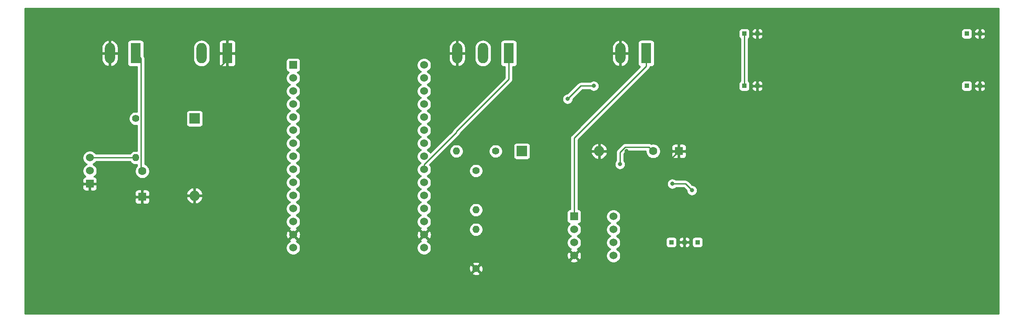
<source format=gbr>
%TF.GenerationSoftware,KiCad,Pcbnew,(5.1.9)-1*%
%TF.CreationDate,2021-04-28T21:34:56-07:00*%
%TF.ProjectId,Senior Project,53656e69-6f72-4205-9072-6f6a6563742e,rev?*%
%TF.SameCoordinates,Original*%
%TF.FileFunction,Copper,L2,Bot*%
%TF.FilePolarity,Positive*%
%FSLAX46Y46*%
G04 Gerber Fmt 4.6, Leading zero omitted, Abs format (unit mm)*
G04 Created by KiCad (PCBNEW (5.1.9)-1) date 2021-04-28 21:34:56*
%MOMM*%
%LPD*%
G01*
G04 APERTURE LIST*
%TA.AperFunction,ComponentPad*%
%ADD10R,0.850000X0.850000*%
%TD*%
%TA.AperFunction,ComponentPad*%
%ADD11C,1.400000*%
%TD*%
%TA.AperFunction,ComponentPad*%
%ADD12O,1.400000X1.400000*%
%TD*%
%TA.AperFunction,ComponentPad*%
%ADD13R,1.600000X1.600000*%
%TD*%
%TA.AperFunction,ComponentPad*%
%ADD14C,1.600000*%
%TD*%
%TA.AperFunction,ComponentPad*%
%ADD15R,2.000000X2.000000*%
%TD*%
%TA.AperFunction,ComponentPad*%
%ADD16O,2.000000X2.000000*%
%TD*%
%TA.AperFunction,ComponentPad*%
%ADD17R,1.980000X3.960000*%
%TD*%
%TA.AperFunction,ComponentPad*%
%ADD18O,1.980000X3.960000*%
%TD*%
%TA.AperFunction,ComponentPad*%
%ADD19R,1.524000X1.524000*%
%TD*%
%TA.AperFunction,ComponentPad*%
%ADD20C,1.524000*%
%TD*%
%TA.AperFunction,ViaPad*%
%ADD21C,0.800000*%
%TD*%
%TA.AperFunction,Conductor*%
%ADD22C,0.250000*%
%TD*%
%TA.AperFunction,Conductor*%
%ADD23C,0.254000*%
%TD*%
%TA.AperFunction,Conductor*%
%ADD24C,0.100000*%
%TD*%
G04 APERTURE END LIST*
D10*
%TO.P,,1*%
%TO.N,GND*%
X178880000Y-121850000D03*
%TD*%
D11*
%TO.P,1k1,1*%
%TO.N,GND*%
X138430000Y-127000000D03*
D12*
%TO.P,1k1,2*%
%TO.N,Net-(1k1-Pad2)*%
X138430000Y-119380000D03*
%TD*%
D13*
%TO.P,C1,1*%
%TO.N,GND*%
X73660000Y-113030000D03*
D14*
%TO.P,C1,2*%
%TO.N,+3V3*%
X73660000Y-108030000D03*
%TD*%
D15*
%TO.P,C2,1*%
%TO.N,Net-(C2-Pad1)*%
X83820000Y-97790000D03*
D16*
%TO.P,C2,2*%
%TO.N,GND*%
X83820000Y-112790000D03*
%TD*%
%TO.P,C3,2*%
%TO.N,GND*%
X162320000Y-104140000D03*
D15*
%TO.P,C3,1*%
%TO.N,Net-(C3-Pad1)*%
X147320000Y-104140000D03*
%TD*%
D14*
%TO.P,C4,2*%
%TO.N,Net-(C4-Pad2)*%
X172800000Y-104140000D03*
D13*
%TO.P,C4,1*%
%TO.N,GND*%
X177800000Y-104140000D03*
%TD*%
D10*
%TO.P,,1*%
%TO.N,+3V3*%
X190500000Y-91440000D03*
%TD*%
D17*
%TO.P,,1*%
%TO.N,+3V3*%
X72390000Y-85090000D03*
D18*
%TO.P,,2*%
%TO.N,GND*%
X67390000Y-85090000D03*
%TD*%
D17*
%TO.P,,1*%
%TO.N,Net-(J3-Pad1)*%
X144780000Y-85090000D03*
D18*
%TO.P,,2*%
%TO.N,+5V*%
X139780000Y-85090000D03*
%TO.P,,3*%
%TO.N,GND*%
X134780000Y-85090000D03*
%TD*%
D17*
%TO.P,,1*%
%TO.N,Net-(J4-Pad1)*%
X171450000Y-85090000D03*
D18*
%TO.P,,2*%
%TO.N,GND*%
X166450000Y-85090000D03*
%TD*%
D17*
%TO.P,,1*%
%TO.N,GND*%
X90170000Y-85090000D03*
D18*
%TO.P,,2*%
%TO.N,Net-(J5-Pad2)*%
X85170000Y-85090000D03*
%TD*%
D10*
%TO.P,,1*%
%TO.N,+5V*%
X233680000Y-81280000D03*
%TD*%
%TO.P,,1*%
%TO.N,GND*%
X193040000Y-81280000D03*
%TD*%
%TO.P,,1*%
%TO.N,+5V*%
X181420000Y-121850000D03*
%TD*%
%TO.P,,1*%
%TO.N,Net-(C4-Pad2)*%
X176340000Y-121850000D03*
%TD*%
D12*
%TO.P,R3,2*%
%TO.N,Net-(R3-Pad2)*%
X72390000Y-105410000D03*
D11*
%TO.P,R3,1*%
%TO.N,Net-(C2-Pad1)*%
X72390000Y-97790000D03*
%TD*%
%TO.P,R4,1*%
%TO.N,Net-(C3-Pad1)*%
X142240000Y-104140000D03*
D12*
%TO.P,R4,2*%
%TO.N,Net-(R4-Pad2)*%
X134620000Y-104140000D03*
%TD*%
%TO.P,R5,2*%
%TO.N,Net-(1k1-Pad2)*%
X138430000Y-115570000D03*
D11*
%TO.P,R5,1*%
%TO.N,Net-(J4-Pad1)*%
X138430000Y-107950000D03*
%TD*%
D19*
%TO.P,U1,1*%
%TO.N,GND*%
X63500000Y-110490000D03*
D20*
%TO.P,U1,2*%
%TO.N,+3V3*%
X63500000Y-107950000D03*
%TO.P,U1,3*%
%TO.N,Net-(R3-Pad2)*%
X63500000Y-105410000D03*
%TD*%
%TO.P,U2,30*%
%TO.N,Net-(U2-Pad30)*%
X128360001Y-87380001D03*
%TO.P,U2,29*%
%TO.N,Net-(U2-Pad29)*%
X128360001Y-89920001D03*
%TO.P,U2,28*%
%TO.N,Net-(U2-Pad28)*%
X128360001Y-92460001D03*
%TO.P,U2,27*%
%TO.N,Net-(U2-Pad27)*%
X128360001Y-95000001D03*
%TO.P,U2,26*%
%TO.N,Net-(U2-Pad26)*%
X128360001Y-97540001D03*
%TO.P,U2,25*%
%TO.N,Net-(U2-Pad25)*%
X128360001Y-100080001D03*
%TO.P,U2,24*%
%TO.N,Net-(U2-Pad24)*%
X128360001Y-102620001D03*
%TO.P,U2,23*%
%TO.N,Net-(U2-Pad23)*%
X128360001Y-105160001D03*
%TO.P,U2,22*%
%TO.N,Net-(J3-Pad1)*%
X128360001Y-107700001D03*
%TO.P,U2,21*%
%TO.N,Net-(R4-Pad2)*%
X128360001Y-110240001D03*
%TO.P,U2,20*%
%TO.N,Net-(U2-Pad20)*%
X128360001Y-112780001D03*
%TO.P,U2,19*%
%TO.N,Net-(U2-Pad19)*%
X128360001Y-115320001D03*
%TO.P,U2,18*%
%TO.N,Net-(U2-Pad18)*%
X128360001Y-117860001D03*
%TO.P,U2,17*%
%TO.N,GND*%
X128360001Y-120400001D03*
%TO.P,U2,16*%
%TO.N,Net-(U2-Pad16)*%
X128360001Y-122940001D03*
%TO.P,U2,15*%
%TO.N,Net-(U2-Pad15)*%
X102960001Y-122940001D03*
%TO.P,U2,14*%
%TO.N,GND*%
X102960001Y-120400001D03*
%TO.P,U2,13*%
%TO.N,Net-(U2-Pad13)*%
X102960001Y-117860001D03*
%TO.P,U2,12*%
%TO.N,Net-(U2-Pad12)*%
X102960001Y-115320001D03*
%TO.P,U2,11*%
%TO.N,Net-(U2-Pad11)*%
X102960001Y-112780001D03*
%TO.P,U2,10*%
%TO.N,Net-(U2-Pad10)*%
X102960001Y-110240001D03*
%TO.P,U2,9*%
%TO.N,Net-(U2-Pad9)*%
X102960001Y-107700001D03*
%TO.P,U2,8*%
%TO.N,Net-(U2-Pad8)*%
X102960001Y-105160001D03*
%TO.P,U2,7*%
%TO.N,Net-(U2-Pad7)*%
X102960001Y-102620001D03*
%TO.P,U2,6*%
%TO.N,Net-(U2-Pad6)*%
X102960001Y-100080001D03*
%TO.P,U2,5*%
%TO.N,Net-(U2-Pad5)*%
X102960001Y-97540001D03*
%TO.P,U2,4*%
%TO.N,Net-(U2-Pad4)*%
X102960001Y-95000001D03*
%TO.P,U2,3*%
%TO.N,Net-(C2-Pad1)*%
X102960001Y-92460001D03*
%TO.P,U2,2*%
%TO.N,Net-(J5-Pad2)*%
X102960001Y-89920001D03*
D19*
%TO.P,U2,1*%
%TO.N,Net-(U2-Pad1)*%
X102960001Y-87380001D03*
%TD*%
%TO.P,U4,1*%
%TO.N,Net-(J4-Pad1)*%
X157480000Y-116840000D03*
D20*
%TO.P,U4,2*%
%TO.N,Net-(1k1-Pad2)*%
X157480000Y-119380000D03*
%TO.P,U4,3*%
%TO.N,Net-(C3-Pad1)*%
X157480000Y-121920000D03*
%TO.P,U4,4*%
%TO.N,GND*%
X157480000Y-124460000D03*
%TO.P,U4,5*%
%TO.N,N/C*%
X165100000Y-124460000D03*
%TO.P,U4,6*%
X165100000Y-121920000D03*
%TO.P,U4,7*%
X165100000Y-119380000D03*
%TO.P,U4,8*%
%TO.N,Net-(C4-Pad2)*%
X165100000Y-116840000D03*
%TD*%
D10*
%TO.P,,1*%
%TO.N,+3V3*%
X190500000Y-81280000D03*
%TD*%
%TO.P,,1*%
%TO.N,+5V*%
X233680000Y-91440000D03*
%TD*%
%TO.P,,1*%
%TO.N,GND*%
X193040000Y-91440000D03*
%TD*%
%TO.P,,1*%
%TO.N,GND*%
X236220000Y-81280000D03*
%TD*%
%TO.P,,1*%
%TO.N,GND*%
X236220000Y-91440000D03*
%TD*%
D21*
%TO.N,GND*%
X167640000Y-104140000D03*
X68580000Y-95250000D03*
X66040000Y-97790000D03*
X85090000Y-91440000D03*
%TO.N,+3V3*%
X161290000Y-91440000D03*
X156210000Y-93980000D03*
%TO.N,+5V*%
X180340000Y-111760000D03*
X176530000Y-110490000D03*
%TO.N,Net-(C4-Pad2)*%
X166370000Y-106680000D03*
%TD*%
D22*
%TO.N,GND*%
X167640000Y-104140000D02*
X170180000Y-106680000D01*
X175260000Y-106680000D02*
X177800000Y-104140000D01*
X170180000Y-106680000D02*
X175260000Y-106680000D01*
X157480000Y-124460000D02*
X144780000Y-111760000D01*
%TO.N,Net-(J3-Pad1)*%
X144780000Y-85250000D02*
X144620000Y-85090000D01*
%TO.N,GND*%
X68580000Y-95250000D02*
X66040000Y-97790000D01*
X90170000Y-86360000D02*
X90170000Y-85090000D01*
X85090000Y-91440000D02*
X90170000Y-86360000D01*
X136068764Y-111760000D02*
X129718764Y-118110000D01*
X144780000Y-111760000D02*
X136068764Y-111760000D01*
X129718764Y-119041238D02*
X128360001Y-120400001D01*
X129718764Y-118110000D02*
X129718764Y-119041238D01*
%TO.N,+3V3*%
X190500000Y-81280000D02*
X190500000Y-91440000D01*
X161290000Y-91440000D02*
X158750000Y-91440000D01*
X158750000Y-91440000D02*
X156210000Y-93980000D01*
X73415001Y-107785001D02*
X73660000Y-108030000D01*
X73415001Y-86115001D02*
X73415001Y-107785001D01*
X72390000Y-85090000D02*
X73415001Y-86115001D01*
%TO.N,Net-(J3-Pad1)*%
X128360001Y-106768763D02*
X128360001Y-107700001D01*
X134620000Y-100508764D02*
X128360001Y-106768763D01*
X144780000Y-85090000D02*
X144780000Y-90170000D01*
X134620000Y-100330000D02*
X134620000Y-100508764D01*
X144780000Y-90170000D02*
X134620000Y-100330000D01*
%TO.N,+5V*%
X179070000Y-110490000D02*
X176530000Y-110490000D01*
X180340000Y-111760000D02*
X179070000Y-110490000D01*
%TO.N,Net-(J4-Pad1)*%
X171450000Y-87630000D02*
X171450000Y-85090000D01*
X157480000Y-101600000D02*
X171450000Y-87630000D01*
X157480000Y-116840000D02*
X157480000Y-101600000D01*
%TO.N,Net-(R3-Pad2)*%
X72390000Y-105410000D02*
X63500000Y-105410000D01*
%TO.N,Net-(C4-Pad2)*%
X166370000Y-104336998D02*
X166370000Y-106680000D01*
X167366997Y-103340001D02*
X166370000Y-104336998D01*
X172000001Y-103340001D02*
X167366997Y-103340001D01*
X172800000Y-104140000D02*
X172000001Y-103340001D01*
%TD*%
D23*
%TO.N,GND*%
X239903000Y-135763000D02*
X50927000Y-135763000D01*
X50927000Y-127921269D01*
X137688336Y-127921269D01*
X137747797Y-128155037D01*
X137986242Y-128265934D01*
X138241740Y-128328183D01*
X138504473Y-128339390D01*
X138764344Y-128299125D01*
X139011366Y-128208935D01*
X139112203Y-128155037D01*
X139171664Y-127921269D01*
X138430000Y-127179605D01*
X137688336Y-127921269D01*
X50927000Y-127921269D01*
X50927000Y-127074473D01*
X137090610Y-127074473D01*
X137130875Y-127334344D01*
X137221065Y-127581366D01*
X137274963Y-127682203D01*
X137508731Y-127741664D01*
X138250395Y-127000000D01*
X138609605Y-127000000D01*
X139351269Y-127741664D01*
X139585037Y-127682203D01*
X139695934Y-127443758D01*
X139758183Y-127188260D01*
X139769390Y-126925527D01*
X139729125Y-126665656D01*
X139638935Y-126418634D01*
X139585037Y-126317797D01*
X139351269Y-126258336D01*
X138609605Y-127000000D01*
X138250395Y-127000000D01*
X137508731Y-126258336D01*
X137274963Y-126317797D01*
X137164066Y-126556242D01*
X137101817Y-126811740D01*
X137090610Y-127074473D01*
X50927000Y-127074473D01*
X50927000Y-126078731D01*
X137688336Y-126078731D01*
X138430000Y-126820395D01*
X139171664Y-126078731D01*
X139112203Y-125844963D01*
X138873758Y-125734066D01*
X138618260Y-125671817D01*
X138355527Y-125660610D01*
X138095656Y-125700875D01*
X137848634Y-125791065D01*
X137747797Y-125844963D01*
X137688336Y-126078731D01*
X50927000Y-126078731D01*
X50927000Y-125425565D01*
X156694040Y-125425565D01*
X156761020Y-125665656D01*
X157010048Y-125782756D01*
X157277135Y-125849023D01*
X157552017Y-125861910D01*
X157824133Y-125820922D01*
X158083023Y-125727636D01*
X158198980Y-125665656D01*
X158265960Y-125425565D01*
X157480000Y-124639605D01*
X156694040Y-125425565D01*
X50927000Y-125425565D01*
X50927000Y-124532017D01*
X156078090Y-124532017D01*
X156119078Y-124804133D01*
X156212364Y-125063023D01*
X156274344Y-125178980D01*
X156514435Y-125245960D01*
X157300395Y-124460000D01*
X157659605Y-124460000D01*
X158445565Y-125245960D01*
X158685656Y-125178980D01*
X158802756Y-124929952D01*
X158869023Y-124662865D01*
X158881910Y-124387983D01*
X158840922Y-124115867D01*
X158747636Y-123856977D01*
X158685656Y-123741020D01*
X158445565Y-123674040D01*
X157659605Y-124460000D01*
X157300395Y-124460000D01*
X156514435Y-123674040D01*
X156274344Y-123741020D01*
X156157244Y-123990048D01*
X156090977Y-124257135D01*
X156078090Y-124532017D01*
X50927000Y-124532017D01*
X50927000Y-122802409D01*
X101563001Y-122802409D01*
X101563001Y-123077593D01*
X101616687Y-123347491D01*
X101721996Y-123601728D01*
X101874881Y-123830536D01*
X102069466Y-124025121D01*
X102298274Y-124178006D01*
X102552511Y-124283315D01*
X102822409Y-124337001D01*
X103097593Y-124337001D01*
X103367491Y-124283315D01*
X103621728Y-124178006D01*
X103850536Y-124025121D01*
X104045121Y-123830536D01*
X104198006Y-123601728D01*
X104303315Y-123347491D01*
X104357001Y-123077593D01*
X104357001Y-122802409D01*
X126963001Y-122802409D01*
X126963001Y-123077593D01*
X127016687Y-123347491D01*
X127121996Y-123601728D01*
X127274881Y-123830536D01*
X127469466Y-124025121D01*
X127698274Y-124178006D01*
X127952511Y-124283315D01*
X128222409Y-124337001D01*
X128497593Y-124337001D01*
X128767491Y-124283315D01*
X129021728Y-124178006D01*
X129250536Y-124025121D01*
X129445121Y-123830536D01*
X129598006Y-123601728D01*
X129703315Y-123347491D01*
X129757001Y-123077593D01*
X129757001Y-122802409D01*
X129703315Y-122532511D01*
X129598006Y-122278274D01*
X129445121Y-122049466D01*
X129250536Y-121854881D01*
X129021728Y-121701996D01*
X128950058Y-121672309D01*
X128963024Y-121667637D01*
X129078981Y-121605657D01*
X129145961Y-121365566D01*
X128360001Y-120579606D01*
X127574041Y-121365566D01*
X127641021Y-121605657D01*
X127776761Y-121669486D01*
X127698274Y-121701996D01*
X127469466Y-121854881D01*
X127274881Y-122049466D01*
X127121996Y-122278274D01*
X127016687Y-122532511D01*
X126963001Y-122802409D01*
X104357001Y-122802409D01*
X104303315Y-122532511D01*
X104198006Y-122278274D01*
X104045121Y-122049466D01*
X103850536Y-121854881D01*
X103621728Y-121701996D01*
X103550058Y-121672309D01*
X103563024Y-121667637D01*
X103678981Y-121605657D01*
X103745961Y-121365566D01*
X102960001Y-120579606D01*
X102174041Y-121365566D01*
X102241021Y-121605657D01*
X102376761Y-121669486D01*
X102298274Y-121701996D01*
X102069466Y-121854881D01*
X101874881Y-122049466D01*
X101721996Y-122278274D01*
X101616687Y-122532511D01*
X101563001Y-122802409D01*
X50927000Y-122802409D01*
X50927000Y-120472018D01*
X101558091Y-120472018D01*
X101599079Y-120744134D01*
X101692365Y-121003024D01*
X101754345Y-121118981D01*
X101994436Y-121185961D01*
X102780396Y-120400001D01*
X103139606Y-120400001D01*
X103925566Y-121185961D01*
X104165657Y-121118981D01*
X104282757Y-120869953D01*
X104349024Y-120602866D01*
X104355158Y-120472018D01*
X126958091Y-120472018D01*
X126999079Y-120744134D01*
X127092365Y-121003024D01*
X127154345Y-121118981D01*
X127394436Y-121185961D01*
X128180396Y-120400001D01*
X128539606Y-120400001D01*
X129325566Y-121185961D01*
X129565657Y-121118981D01*
X129682757Y-120869953D01*
X129749024Y-120602866D01*
X129761911Y-120327984D01*
X129720923Y-120055868D01*
X129627637Y-119796978D01*
X129565657Y-119681021D01*
X129325566Y-119614041D01*
X128539606Y-120400001D01*
X128180396Y-120400001D01*
X127394436Y-119614041D01*
X127154345Y-119681021D01*
X127037245Y-119930049D01*
X126970978Y-120197136D01*
X126958091Y-120472018D01*
X104355158Y-120472018D01*
X104361911Y-120327984D01*
X104320923Y-120055868D01*
X104227637Y-119796978D01*
X104165657Y-119681021D01*
X103925566Y-119614041D01*
X103139606Y-120400001D01*
X102780396Y-120400001D01*
X101994436Y-119614041D01*
X101754345Y-119681021D01*
X101637245Y-119930049D01*
X101570978Y-120197136D01*
X101558091Y-120472018D01*
X50927000Y-120472018D01*
X50927000Y-113830000D01*
X72221928Y-113830000D01*
X72234188Y-113954482D01*
X72270498Y-114074180D01*
X72329463Y-114184494D01*
X72408815Y-114281185D01*
X72505506Y-114360537D01*
X72615820Y-114419502D01*
X72735518Y-114455812D01*
X72860000Y-114468072D01*
X73374250Y-114465000D01*
X73533000Y-114306250D01*
X73533000Y-113157000D01*
X73787000Y-113157000D01*
X73787000Y-114306250D01*
X73945750Y-114465000D01*
X74460000Y-114468072D01*
X74584482Y-114455812D01*
X74704180Y-114419502D01*
X74814494Y-114360537D01*
X74911185Y-114281185D01*
X74990537Y-114184494D01*
X75049502Y-114074180D01*
X75085812Y-113954482D01*
X75098072Y-113830000D01*
X75095000Y-113315750D01*
X74949685Y-113170435D01*
X82229871Y-113170435D01*
X82334644Y-113473344D01*
X82496499Y-113749992D01*
X82709215Y-113989748D01*
X82964618Y-114183399D01*
X83252893Y-114323502D01*
X83439566Y-114380124D01*
X83693000Y-114260777D01*
X83693000Y-112917000D01*
X83947000Y-112917000D01*
X83947000Y-114260777D01*
X84200434Y-114380124D01*
X84387107Y-114323502D01*
X84675382Y-114183399D01*
X84930785Y-113989748D01*
X85143501Y-113749992D01*
X85305356Y-113473344D01*
X85410129Y-113170435D01*
X85291315Y-112917000D01*
X83947000Y-112917000D01*
X83693000Y-112917000D01*
X82348685Y-112917000D01*
X82229871Y-113170435D01*
X74949685Y-113170435D01*
X74936250Y-113157000D01*
X73787000Y-113157000D01*
X73533000Y-113157000D01*
X72383750Y-113157000D01*
X72225000Y-113315750D01*
X72221928Y-113830000D01*
X50927000Y-113830000D01*
X50927000Y-112230000D01*
X72221928Y-112230000D01*
X72225000Y-112744250D01*
X72383750Y-112903000D01*
X73533000Y-112903000D01*
X73533000Y-111753750D01*
X73787000Y-111753750D01*
X73787000Y-112903000D01*
X74936250Y-112903000D01*
X75095000Y-112744250D01*
X75096999Y-112409565D01*
X82229871Y-112409565D01*
X82348685Y-112663000D01*
X83693000Y-112663000D01*
X83693000Y-111319223D01*
X83947000Y-111319223D01*
X83947000Y-112663000D01*
X85291315Y-112663000D01*
X85410129Y-112409565D01*
X85305356Y-112106656D01*
X85143501Y-111830008D01*
X84930785Y-111590252D01*
X84675382Y-111396601D01*
X84387107Y-111256498D01*
X84200434Y-111199876D01*
X83947000Y-111319223D01*
X83693000Y-111319223D01*
X83439566Y-111199876D01*
X83252893Y-111256498D01*
X82964618Y-111396601D01*
X82709215Y-111590252D01*
X82496499Y-111830008D01*
X82334644Y-112106656D01*
X82229871Y-112409565D01*
X75096999Y-112409565D01*
X75098072Y-112230000D01*
X75085812Y-112105518D01*
X75049502Y-111985820D01*
X74990537Y-111875506D01*
X74911185Y-111778815D01*
X74814494Y-111699463D01*
X74704180Y-111640498D01*
X74584482Y-111604188D01*
X74460000Y-111591928D01*
X73945750Y-111595000D01*
X73787000Y-111753750D01*
X73533000Y-111753750D01*
X73374250Y-111595000D01*
X72860000Y-111591928D01*
X72735518Y-111604188D01*
X72615820Y-111640498D01*
X72505506Y-111699463D01*
X72408815Y-111778815D01*
X72329463Y-111875506D01*
X72270498Y-111985820D01*
X72234188Y-112105518D01*
X72221928Y-112230000D01*
X50927000Y-112230000D01*
X50927000Y-111252000D01*
X62099928Y-111252000D01*
X62112188Y-111376482D01*
X62148498Y-111496180D01*
X62207463Y-111606494D01*
X62286815Y-111703185D01*
X62383506Y-111782537D01*
X62493820Y-111841502D01*
X62613518Y-111877812D01*
X62738000Y-111890072D01*
X63214250Y-111887000D01*
X63373000Y-111728250D01*
X63373000Y-110617000D01*
X63627000Y-110617000D01*
X63627000Y-111728250D01*
X63785750Y-111887000D01*
X64262000Y-111890072D01*
X64386482Y-111877812D01*
X64506180Y-111841502D01*
X64616494Y-111782537D01*
X64713185Y-111703185D01*
X64792537Y-111606494D01*
X64851502Y-111496180D01*
X64887812Y-111376482D01*
X64900072Y-111252000D01*
X64897000Y-110775750D01*
X64738250Y-110617000D01*
X63627000Y-110617000D01*
X63373000Y-110617000D01*
X62261750Y-110617000D01*
X62103000Y-110775750D01*
X62099928Y-111252000D01*
X50927000Y-111252000D01*
X50927000Y-109728000D01*
X62099928Y-109728000D01*
X62103000Y-110204250D01*
X62261750Y-110363000D01*
X63373000Y-110363000D01*
X63373000Y-110343000D01*
X63627000Y-110343000D01*
X63627000Y-110363000D01*
X64738250Y-110363000D01*
X64897000Y-110204250D01*
X64900072Y-109728000D01*
X64887812Y-109603518D01*
X64851502Y-109483820D01*
X64792537Y-109373506D01*
X64713185Y-109276815D01*
X64616494Y-109197463D01*
X64506180Y-109138498D01*
X64386482Y-109102188D01*
X64302535Y-109093920D01*
X64390535Y-109035120D01*
X64585120Y-108840535D01*
X64738005Y-108611727D01*
X64843314Y-108357490D01*
X64897000Y-108087592D01*
X64897000Y-107812408D01*
X64843314Y-107542510D01*
X64738005Y-107288273D01*
X64585120Y-107059465D01*
X64390535Y-106864880D01*
X64161727Y-106711995D01*
X64084485Y-106680000D01*
X64161727Y-106648005D01*
X64390535Y-106495120D01*
X64585120Y-106300535D01*
X64672341Y-106170000D01*
X71292225Y-106170000D01*
X71353038Y-106261013D01*
X71538987Y-106446962D01*
X71757641Y-106593061D01*
X72000595Y-106693696D01*
X72258514Y-106745000D01*
X72521486Y-106745000D01*
X72655002Y-106718442D01*
X72655002Y-107005602D01*
X72545363Y-107115241D01*
X72388320Y-107350273D01*
X72280147Y-107611426D01*
X72225000Y-107888665D01*
X72225000Y-108171335D01*
X72280147Y-108448574D01*
X72388320Y-108709727D01*
X72545363Y-108944759D01*
X72745241Y-109144637D01*
X72980273Y-109301680D01*
X73241426Y-109409853D01*
X73518665Y-109465000D01*
X73801335Y-109465000D01*
X74078574Y-109409853D01*
X74339727Y-109301680D01*
X74574759Y-109144637D01*
X74774637Y-108944759D01*
X74931680Y-108709727D01*
X75039853Y-108448574D01*
X75095000Y-108171335D01*
X75095000Y-107888665D01*
X75039853Y-107611426D01*
X74931680Y-107350273D01*
X74774637Y-107115241D01*
X74574759Y-106915363D01*
X74339727Y-106758320D01*
X74175001Y-106690088D01*
X74175001Y-96790000D01*
X82181928Y-96790000D01*
X82181928Y-98790000D01*
X82194188Y-98914482D01*
X82230498Y-99034180D01*
X82289463Y-99144494D01*
X82368815Y-99241185D01*
X82465506Y-99320537D01*
X82575820Y-99379502D01*
X82695518Y-99415812D01*
X82820000Y-99428072D01*
X84820000Y-99428072D01*
X84944482Y-99415812D01*
X85064180Y-99379502D01*
X85174494Y-99320537D01*
X85271185Y-99241185D01*
X85350537Y-99144494D01*
X85409502Y-99034180D01*
X85445812Y-98914482D01*
X85458072Y-98790000D01*
X85458072Y-96790000D01*
X85445812Y-96665518D01*
X85409502Y-96545820D01*
X85350537Y-96435506D01*
X85271185Y-96338815D01*
X85174494Y-96259463D01*
X85064180Y-96200498D01*
X84944482Y-96164188D01*
X84820000Y-96151928D01*
X82820000Y-96151928D01*
X82695518Y-96164188D01*
X82575820Y-96200498D01*
X82465506Y-96259463D01*
X82368815Y-96338815D01*
X82289463Y-96435506D01*
X82230498Y-96545820D01*
X82194188Y-96665518D01*
X82181928Y-96790000D01*
X74175001Y-96790000D01*
X74175001Y-86159823D01*
X83545000Y-86159823D01*
X83568513Y-86398555D01*
X83661432Y-86704868D01*
X83812325Y-86987169D01*
X84015392Y-87234608D01*
X84262830Y-87437675D01*
X84545131Y-87588568D01*
X84851444Y-87681487D01*
X85170000Y-87712862D01*
X85488555Y-87681487D01*
X85794868Y-87588568D01*
X86077169Y-87437675D01*
X86324608Y-87234608D01*
X86459698Y-87070000D01*
X88541928Y-87070000D01*
X88554188Y-87194482D01*
X88590498Y-87314180D01*
X88649463Y-87424494D01*
X88728815Y-87521185D01*
X88825506Y-87600537D01*
X88935820Y-87659502D01*
X89055518Y-87695812D01*
X89180000Y-87708072D01*
X89884250Y-87705000D01*
X90043000Y-87546250D01*
X90043000Y-85217000D01*
X90297000Y-85217000D01*
X90297000Y-87546250D01*
X90455750Y-87705000D01*
X91160000Y-87708072D01*
X91284482Y-87695812D01*
X91404180Y-87659502D01*
X91514494Y-87600537D01*
X91611185Y-87521185D01*
X91690537Y-87424494D01*
X91749502Y-87314180D01*
X91785812Y-87194482D01*
X91798072Y-87070000D01*
X91797253Y-86618001D01*
X101559929Y-86618001D01*
X101559929Y-88142001D01*
X101572189Y-88266483D01*
X101608499Y-88386181D01*
X101667464Y-88496495D01*
X101746816Y-88593186D01*
X101843507Y-88672538D01*
X101953821Y-88731503D01*
X102073519Y-88767813D01*
X102157466Y-88776081D01*
X102069466Y-88834881D01*
X101874881Y-89029466D01*
X101721996Y-89258274D01*
X101616687Y-89512511D01*
X101563001Y-89782409D01*
X101563001Y-90057593D01*
X101616687Y-90327491D01*
X101721996Y-90581728D01*
X101874881Y-90810536D01*
X102069466Y-91005121D01*
X102298274Y-91158006D01*
X102375516Y-91190001D01*
X102298274Y-91221996D01*
X102069466Y-91374881D01*
X101874881Y-91569466D01*
X101721996Y-91798274D01*
X101616687Y-92052511D01*
X101563001Y-92322409D01*
X101563001Y-92597593D01*
X101616687Y-92867491D01*
X101721996Y-93121728D01*
X101874881Y-93350536D01*
X102069466Y-93545121D01*
X102298274Y-93698006D01*
X102375516Y-93730001D01*
X102298274Y-93761996D01*
X102069466Y-93914881D01*
X101874881Y-94109466D01*
X101721996Y-94338274D01*
X101616687Y-94592511D01*
X101563001Y-94862409D01*
X101563001Y-95137593D01*
X101616687Y-95407491D01*
X101721996Y-95661728D01*
X101874881Y-95890536D01*
X102069466Y-96085121D01*
X102298274Y-96238006D01*
X102375516Y-96270001D01*
X102298274Y-96301996D01*
X102069466Y-96454881D01*
X101874881Y-96649466D01*
X101721996Y-96878274D01*
X101616687Y-97132511D01*
X101563001Y-97402409D01*
X101563001Y-97677593D01*
X101616687Y-97947491D01*
X101721996Y-98201728D01*
X101874881Y-98430536D01*
X102069466Y-98625121D01*
X102298274Y-98778006D01*
X102375516Y-98810001D01*
X102298274Y-98841996D01*
X102069466Y-98994881D01*
X101874881Y-99189466D01*
X101721996Y-99418274D01*
X101616687Y-99672511D01*
X101563001Y-99942409D01*
X101563001Y-100217593D01*
X101616687Y-100487491D01*
X101721996Y-100741728D01*
X101874881Y-100970536D01*
X102069466Y-101165121D01*
X102298274Y-101318006D01*
X102375516Y-101350001D01*
X102298274Y-101381996D01*
X102069466Y-101534881D01*
X101874881Y-101729466D01*
X101721996Y-101958274D01*
X101616687Y-102212511D01*
X101563001Y-102482409D01*
X101563001Y-102757593D01*
X101616687Y-103027491D01*
X101721996Y-103281728D01*
X101874881Y-103510536D01*
X102069466Y-103705121D01*
X102298274Y-103858006D01*
X102375516Y-103890001D01*
X102298274Y-103921996D01*
X102069466Y-104074881D01*
X101874881Y-104269466D01*
X101721996Y-104498274D01*
X101616687Y-104752511D01*
X101563001Y-105022409D01*
X101563001Y-105297593D01*
X101616687Y-105567491D01*
X101721996Y-105821728D01*
X101874881Y-106050536D01*
X102069466Y-106245121D01*
X102298274Y-106398006D01*
X102375516Y-106430001D01*
X102298274Y-106461996D01*
X102069466Y-106614881D01*
X101874881Y-106809466D01*
X101721996Y-107038274D01*
X101616687Y-107292511D01*
X101563001Y-107562409D01*
X101563001Y-107837593D01*
X101616687Y-108107491D01*
X101721996Y-108361728D01*
X101874881Y-108590536D01*
X102069466Y-108785121D01*
X102298274Y-108938006D01*
X102375516Y-108970001D01*
X102298274Y-109001996D01*
X102069466Y-109154881D01*
X101874881Y-109349466D01*
X101721996Y-109578274D01*
X101616687Y-109832511D01*
X101563001Y-110102409D01*
X101563001Y-110377593D01*
X101616687Y-110647491D01*
X101721996Y-110901728D01*
X101874881Y-111130536D01*
X102069466Y-111325121D01*
X102298274Y-111478006D01*
X102375516Y-111510001D01*
X102298274Y-111541996D01*
X102069466Y-111694881D01*
X101874881Y-111889466D01*
X101721996Y-112118274D01*
X101616687Y-112372511D01*
X101563001Y-112642409D01*
X101563001Y-112917593D01*
X101616687Y-113187491D01*
X101721996Y-113441728D01*
X101874881Y-113670536D01*
X102069466Y-113865121D01*
X102298274Y-114018006D01*
X102375516Y-114050001D01*
X102298274Y-114081996D01*
X102069466Y-114234881D01*
X101874881Y-114429466D01*
X101721996Y-114658274D01*
X101616687Y-114912511D01*
X101563001Y-115182409D01*
X101563001Y-115457593D01*
X101616687Y-115727491D01*
X101721996Y-115981728D01*
X101874881Y-116210536D01*
X102069466Y-116405121D01*
X102298274Y-116558006D01*
X102375516Y-116590001D01*
X102298274Y-116621996D01*
X102069466Y-116774881D01*
X101874881Y-116969466D01*
X101721996Y-117198274D01*
X101616687Y-117452511D01*
X101563001Y-117722409D01*
X101563001Y-117997593D01*
X101616687Y-118267491D01*
X101721996Y-118521728D01*
X101874881Y-118750536D01*
X102069466Y-118945121D01*
X102298274Y-119098006D01*
X102369944Y-119127693D01*
X102356978Y-119132365D01*
X102241021Y-119194345D01*
X102174041Y-119434436D01*
X102960001Y-120220396D01*
X103745961Y-119434436D01*
X103678981Y-119194345D01*
X103543241Y-119130516D01*
X103621728Y-119098006D01*
X103850536Y-118945121D01*
X104045121Y-118750536D01*
X104198006Y-118521728D01*
X104303315Y-118267491D01*
X104357001Y-117997593D01*
X104357001Y-117722409D01*
X104303315Y-117452511D01*
X104198006Y-117198274D01*
X104045121Y-116969466D01*
X103850536Y-116774881D01*
X103621728Y-116621996D01*
X103544486Y-116590001D01*
X103621728Y-116558006D01*
X103850536Y-116405121D01*
X104045121Y-116210536D01*
X104198006Y-115981728D01*
X104303315Y-115727491D01*
X104357001Y-115457593D01*
X104357001Y-115182409D01*
X104303315Y-114912511D01*
X104198006Y-114658274D01*
X104045121Y-114429466D01*
X103850536Y-114234881D01*
X103621728Y-114081996D01*
X103544486Y-114050001D01*
X103621728Y-114018006D01*
X103850536Y-113865121D01*
X104045121Y-113670536D01*
X104198006Y-113441728D01*
X104303315Y-113187491D01*
X104357001Y-112917593D01*
X104357001Y-112642409D01*
X104303315Y-112372511D01*
X104198006Y-112118274D01*
X104045121Y-111889466D01*
X103850536Y-111694881D01*
X103621728Y-111541996D01*
X103544486Y-111510001D01*
X103621728Y-111478006D01*
X103850536Y-111325121D01*
X104045121Y-111130536D01*
X104198006Y-110901728D01*
X104303315Y-110647491D01*
X104357001Y-110377593D01*
X104357001Y-110102409D01*
X104303315Y-109832511D01*
X104198006Y-109578274D01*
X104045121Y-109349466D01*
X103850536Y-109154881D01*
X103621728Y-109001996D01*
X103544486Y-108970001D01*
X103621728Y-108938006D01*
X103850536Y-108785121D01*
X104045121Y-108590536D01*
X104198006Y-108361728D01*
X104303315Y-108107491D01*
X104357001Y-107837593D01*
X104357001Y-107562409D01*
X104303315Y-107292511D01*
X104198006Y-107038274D01*
X104045121Y-106809466D01*
X103850536Y-106614881D01*
X103621728Y-106461996D01*
X103544486Y-106430001D01*
X103621728Y-106398006D01*
X103850536Y-106245121D01*
X104045121Y-106050536D01*
X104198006Y-105821728D01*
X104303315Y-105567491D01*
X104357001Y-105297593D01*
X104357001Y-105022409D01*
X104303315Y-104752511D01*
X104198006Y-104498274D01*
X104045121Y-104269466D01*
X103850536Y-104074881D01*
X103621728Y-103921996D01*
X103544486Y-103890001D01*
X103621728Y-103858006D01*
X103850536Y-103705121D01*
X104045121Y-103510536D01*
X104198006Y-103281728D01*
X104303315Y-103027491D01*
X104357001Y-102757593D01*
X104357001Y-102482409D01*
X104303315Y-102212511D01*
X104198006Y-101958274D01*
X104045121Y-101729466D01*
X103850536Y-101534881D01*
X103621728Y-101381996D01*
X103544486Y-101350001D01*
X103621728Y-101318006D01*
X103850536Y-101165121D01*
X104045121Y-100970536D01*
X104198006Y-100741728D01*
X104303315Y-100487491D01*
X104357001Y-100217593D01*
X104357001Y-99942409D01*
X104303315Y-99672511D01*
X104198006Y-99418274D01*
X104045121Y-99189466D01*
X103850536Y-98994881D01*
X103621728Y-98841996D01*
X103544486Y-98810001D01*
X103621728Y-98778006D01*
X103850536Y-98625121D01*
X104045121Y-98430536D01*
X104198006Y-98201728D01*
X104303315Y-97947491D01*
X104357001Y-97677593D01*
X104357001Y-97402409D01*
X104303315Y-97132511D01*
X104198006Y-96878274D01*
X104045121Y-96649466D01*
X103850536Y-96454881D01*
X103621728Y-96301996D01*
X103544486Y-96270001D01*
X103621728Y-96238006D01*
X103850536Y-96085121D01*
X104045121Y-95890536D01*
X104198006Y-95661728D01*
X104303315Y-95407491D01*
X104357001Y-95137593D01*
X104357001Y-94862409D01*
X104303315Y-94592511D01*
X104198006Y-94338274D01*
X104045121Y-94109466D01*
X103850536Y-93914881D01*
X103621728Y-93761996D01*
X103544486Y-93730001D01*
X103621728Y-93698006D01*
X103850536Y-93545121D01*
X104045121Y-93350536D01*
X104198006Y-93121728D01*
X104303315Y-92867491D01*
X104357001Y-92597593D01*
X104357001Y-92322409D01*
X104303315Y-92052511D01*
X104198006Y-91798274D01*
X104045121Y-91569466D01*
X103850536Y-91374881D01*
X103621728Y-91221996D01*
X103544486Y-91190001D01*
X103621728Y-91158006D01*
X103850536Y-91005121D01*
X104045121Y-90810536D01*
X104198006Y-90581728D01*
X104303315Y-90327491D01*
X104357001Y-90057593D01*
X104357001Y-89782409D01*
X104303315Y-89512511D01*
X104198006Y-89258274D01*
X104045121Y-89029466D01*
X103850536Y-88834881D01*
X103762536Y-88776081D01*
X103846483Y-88767813D01*
X103966181Y-88731503D01*
X104076495Y-88672538D01*
X104173186Y-88593186D01*
X104252538Y-88496495D01*
X104311503Y-88386181D01*
X104347813Y-88266483D01*
X104360073Y-88142001D01*
X104360073Y-87242409D01*
X126963001Y-87242409D01*
X126963001Y-87517593D01*
X127016687Y-87787491D01*
X127121996Y-88041728D01*
X127274881Y-88270536D01*
X127469466Y-88465121D01*
X127698274Y-88618006D01*
X127775516Y-88650001D01*
X127698274Y-88681996D01*
X127469466Y-88834881D01*
X127274881Y-89029466D01*
X127121996Y-89258274D01*
X127016687Y-89512511D01*
X126963001Y-89782409D01*
X126963001Y-90057593D01*
X127016687Y-90327491D01*
X127121996Y-90581728D01*
X127274881Y-90810536D01*
X127469466Y-91005121D01*
X127698274Y-91158006D01*
X127775516Y-91190001D01*
X127698274Y-91221996D01*
X127469466Y-91374881D01*
X127274881Y-91569466D01*
X127121996Y-91798274D01*
X127016687Y-92052511D01*
X126963001Y-92322409D01*
X126963001Y-92597593D01*
X127016687Y-92867491D01*
X127121996Y-93121728D01*
X127274881Y-93350536D01*
X127469466Y-93545121D01*
X127698274Y-93698006D01*
X127775516Y-93730001D01*
X127698274Y-93761996D01*
X127469466Y-93914881D01*
X127274881Y-94109466D01*
X127121996Y-94338274D01*
X127016687Y-94592511D01*
X126963001Y-94862409D01*
X126963001Y-95137593D01*
X127016687Y-95407491D01*
X127121996Y-95661728D01*
X127274881Y-95890536D01*
X127469466Y-96085121D01*
X127698274Y-96238006D01*
X127775516Y-96270001D01*
X127698274Y-96301996D01*
X127469466Y-96454881D01*
X127274881Y-96649466D01*
X127121996Y-96878274D01*
X127016687Y-97132511D01*
X126963001Y-97402409D01*
X126963001Y-97677593D01*
X127016687Y-97947491D01*
X127121996Y-98201728D01*
X127274881Y-98430536D01*
X127469466Y-98625121D01*
X127698274Y-98778006D01*
X127775516Y-98810001D01*
X127698274Y-98841996D01*
X127469466Y-98994881D01*
X127274881Y-99189466D01*
X127121996Y-99418274D01*
X127016687Y-99672511D01*
X126963001Y-99942409D01*
X126963001Y-100217593D01*
X127016687Y-100487491D01*
X127121996Y-100741728D01*
X127274881Y-100970536D01*
X127469466Y-101165121D01*
X127698274Y-101318006D01*
X127775516Y-101350001D01*
X127698274Y-101381996D01*
X127469466Y-101534881D01*
X127274881Y-101729466D01*
X127121996Y-101958274D01*
X127016687Y-102212511D01*
X126963001Y-102482409D01*
X126963001Y-102757593D01*
X127016687Y-103027491D01*
X127121996Y-103281728D01*
X127274881Y-103510536D01*
X127469466Y-103705121D01*
X127698274Y-103858006D01*
X127775516Y-103890001D01*
X127698274Y-103921996D01*
X127469466Y-104074881D01*
X127274881Y-104269466D01*
X127121996Y-104498274D01*
X127016687Y-104752511D01*
X126963001Y-105022409D01*
X126963001Y-105297593D01*
X127016687Y-105567491D01*
X127121996Y-105821728D01*
X127274881Y-106050536D01*
X127469466Y-106245121D01*
X127696908Y-106397093D01*
X127670253Y-106446962D01*
X127654455Y-106476517D01*
X127648840Y-106495027D01*
X127469466Y-106614881D01*
X127274881Y-106809466D01*
X127121996Y-107038274D01*
X127016687Y-107292511D01*
X126963001Y-107562409D01*
X126963001Y-107837593D01*
X127016687Y-108107491D01*
X127121996Y-108361728D01*
X127274881Y-108590536D01*
X127469466Y-108785121D01*
X127698274Y-108938006D01*
X127775516Y-108970001D01*
X127698274Y-109001996D01*
X127469466Y-109154881D01*
X127274881Y-109349466D01*
X127121996Y-109578274D01*
X127016687Y-109832511D01*
X126963001Y-110102409D01*
X126963001Y-110377593D01*
X127016687Y-110647491D01*
X127121996Y-110901728D01*
X127274881Y-111130536D01*
X127469466Y-111325121D01*
X127698274Y-111478006D01*
X127775516Y-111510001D01*
X127698274Y-111541996D01*
X127469466Y-111694881D01*
X127274881Y-111889466D01*
X127121996Y-112118274D01*
X127016687Y-112372511D01*
X126963001Y-112642409D01*
X126963001Y-112917593D01*
X127016687Y-113187491D01*
X127121996Y-113441728D01*
X127274881Y-113670536D01*
X127469466Y-113865121D01*
X127698274Y-114018006D01*
X127775516Y-114050001D01*
X127698274Y-114081996D01*
X127469466Y-114234881D01*
X127274881Y-114429466D01*
X127121996Y-114658274D01*
X127016687Y-114912511D01*
X126963001Y-115182409D01*
X126963001Y-115457593D01*
X127016687Y-115727491D01*
X127121996Y-115981728D01*
X127274881Y-116210536D01*
X127469466Y-116405121D01*
X127698274Y-116558006D01*
X127775516Y-116590001D01*
X127698274Y-116621996D01*
X127469466Y-116774881D01*
X127274881Y-116969466D01*
X127121996Y-117198274D01*
X127016687Y-117452511D01*
X126963001Y-117722409D01*
X126963001Y-117997593D01*
X127016687Y-118267491D01*
X127121996Y-118521728D01*
X127274881Y-118750536D01*
X127469466Y-118945121D01*
X127698274Y-119098006D01*
X127769944Y-119127693D01*
X127756978Y-119132365D01*
X127641021Y-119194345D01*
X127574041Y-119434436D01*
X128360001Y-120220396D01*
X129145961Y-119434436D01*
X129094093Y-119248514D01*
X137095000Y-119248514D01*
X137095000Y-119511486D01*
X137146304Y-119769405D01*
X137246939Y-120012359D01*
X137393038Y-120231013D01*
X137578987Y-120416962D01*
X137797641Y-120563061D01*
X138040595Y-120663696D01*
X138298514Y-120715000D01*
X138561486Y-120715000D01*
X138819405Y-120663696D01*
X139062359Y-120563061D01*
X139281013Y-120416962D01*
X139466962Y-120231013D01*
X139613061Y-120012359D01*
X139713696Y-119769405D01*
X139765000Y-119511486D01*
X139765000Y-119248514D01*
X139713696Y-118990595D01*
X139613061Y-118747641D01*
X139466962Y-118528987D01*
X139281013Y-118343038D01*
X139062359Y-118196939D01*
X138819405Y-118096304D01*
X138561486Y-118045000D01*
X138298514Y-118045000D01*
X138040595Y-118096304D01*
X137797641Y-118196939D01*
X137578987Y-118343038D01*
X137393038Y-118528987D01*
X137246939Y-118747641D01*
X137146304Y-118990595D01*
X137095000Y-119248514D01*
X129094093Y-119248514D01*
X129078981Y-119194345D01*
X128943241Y-119130516D01*
X129021728Y-119098006D01*
X129250536Y-118945121D01*
X129445121Y-118750536D01*
X129598006Y-118521728D01*
X129703315Y-118267491D01*
X129757001Y-117997593D01*
X129757001Y-117722409D01*
X129703315Y-117452511D01*
X129598006Y-117198274D01*
X129445121Y-116969466D01*
X129250536Y-116774881D01*
X129021728Y-116621996D01*
X128944486Y-116590001D01*
X129021728Y-116558006D01*
X129250536Y-116405121D01*
X129445121Y-116210536D01*
X129598006Y-115981728D01*
X129703315Y-115727491D01*
X129757001Y-115457593D01*
X129757001Y-115438514D01*
X137095000Y-115438514D01*
X137095000Y-115701486D01*
X137146304Y-115959405D01*
X137246939Y-116202359D01*
X137393038Y-116421013D01*
X137578987Y-116606962D01*
X137797641Y-116753061D01*
X138040595Y-116853696D01*
X138298514Y-116905000D01*
X138561486Y-116905000D01*
X138819405Y-116853696D01*
X139062359Y-116753061D01*
X139281013Y-116606962D01*
X139466962Y-116421013D01*
X139613061Y-116202359D01*
X139664572Y-116078000D01*
X156079928Y-116078000D01*
X156079928Y-117602000D01*
X156092188Y-117726482D01*
X156128498Y-117846180D01*
X156187463Y-117956494D01*
X156266815Y-118053185D01*
X156363506Y-118132537D01*
X156473820Y-118191502D01*
X156593518Y-118227812D01*
X156677465Y-118236080D01*
X156589465Y-118294880D01*
X156394880Y-118489465D01*
X156241995Y-118718273D01*
X156136686Y-118972510D01*
X156083000Y-119242408D01*
X156083000Y-119517592D01*
X156136686Y-119787490D01*
X156241995Y-120041727D01*
X156394880Y-120270535D01*
X156589465Y-120465120D01*
X156818273Y-120618005D01*
X156895515Y-120650000D01*
X156818273Y-120681995D01*
X156589465Y-120834880D01*
X156394880Y-121029465D01*
X156241995Y-121258273D01*
X156136686Y-121512510D01*
X156083000Y-121782408D01*
X156083000Y-122057592D01*
X156136686Y-122327490D01*
X156241995Y-122581727D01*
X156394880Y-122810535D01*
X156589465Y-123005120D01*
X156818273Y-123158005D01*
X156889943Y-123187692D01*
X156876977Y-123192364D01*
X156761020Y-123254344D01*
X156694040Y-123494435D01*
X157480000Y-124280395D01*
X158265960Y-123494435D01*
X158198980Y-123254344D01*
X158063240Y-123190515D01*
X158141727Y-123158005D01*
X158370535Y-123005120D01*
X158565120Y-122810535D01*
X158718005Y-122581727D01*
X158823314Y-122327490D01*
X158877000Y-122057592D01*
X158877000Y-121782408D01*
X158823314Y-121512510D01*
X158718005Y-121258273D01*
X158565120Y-121029465D01*
X158370535Y-120834880D01*
X158141727Y-120681995D01*
X158064485Y-120650000D01*
X158141727Y-120618005D01*
X158370535Y-120465120D01*
X158565120Y-120270535D01*
X158718005Y-120041727D01*
X158823314Y-119787490D01*
X158877000Y-119517592D01*
X158877000Y-119242408D01*
X158823314Y-118972510D01*
X158718005Y-118718273D01*
X158565120Y-118489465D01*
X158370535Y-118294880D01*
X158282535Y-118236080D01*
X158366482Y-118227812D01*
X158486180Y-118191502D01*
X158596494Y-118132537D01*
X158693185Y-118053185D01*
X158772537Y-117956494D01*
X158831502Y-117846180D01*
X158867812Y-117726482D01*
X158880072Y-117602000D01*
X158880072Y-116702408D01*
X163703000Y-116702408D01*
X163703000Y-116977592D01*
X163756686Y-117247490D01*
X163861995Y-117501727D01*
X164014880Y-117730535D01*
X164209465Y-117925120D01*
X164438273Y-118078005D01*
X164515515Y-118110000D01*
X164438273Y-118141995D01*
X164209465Y-118294880D01*
X164014880Y-118489465D01*
X163861995Y-118718273D01*
X163756686Y-118972510D01*
X163703000Y-119242408D01*
X163703000Y-119517592D01*
X163756686Y-119787490D01*
X163861995Y-120041727D01*
X164014880Y-120270535D01*
X164209465Y-120465120D01*
X164438273Y-120618005D01*
X164515515Y-120650000D01*
X164438273Y-120681995D01*
X164209465Y-120834880D01*
X164014880Y-121029465D01*
X163861995Y-121258273D01*
X163756686Y-121512510D01*
X163703000Y-121782408D01*
X163703000Y-122057592D01*
X163756686Y-122327490D01*
X163861995Y-122581727D01*
X164014880Y-122810535D01*
X164209465Y-123005120D01*
X164438273Y-123158005D01*
X164515515Y-123190000D01*
X164438273Y-123221995D01*
X164209465Y-123374880D01*
X164014880Y-123569465D01*
X163861995Y-123798273D01*
X163756686Y-124052510D01*
X163703000Y-124322408D01*
X163703000Y-124597592D01*
X163756686Y-124867490D01*
X163861995Y-125121727D01*
X164014880Y-125350535D01*
X164209465Y-125545120D01*
X164438273Y-125698005D01*
X164692510Y-125803314D01*
X164962408Y-125857000D01*
X165237592Y-125857000D01*
X165507490Y-125803314D01*
X165761727Y-125698005D01*
X165990535Y-125545120D01*
X166185120Y-125350535D01*
X166338005Y-125121727D01*
X166443314Y-124867490D01*
X166497000Y-124597592D01*
X166497000Y-124322408D01*
X166443314Y-124052510D01*
X166338005Y-123798273D01*
X166185120Y-123569465D01*
X165990535Y-123374880D01*
X165761727Y-123221995D01*
X165684485Y-123190000D01*
X165761727Y-123158005D01*
X165990535Y-123005120D01*
X166185120Y-122810535D01*
X166338005Y-122581727D01*
X166443314Y-122327490D01*
X166497000Y-122057592D01*
X166497000Y-121782408D01*
X166443314Y-121512510D01*
X166407066Y-121425000D01*
X175276928Y-121425000D01*
X175276928Y-122275000D01*
X175289188Y-122399482D01*
X175325498Y-122519180D01*
X175384463Y-122629494D01*
X175463815Y-122726185D01*
X175560506Y-122805537D01*
X175670820Y-122864502D01*
X175790518Y-122900812D01*
X175915000Y-122913072D01*
X176765000Y-122913072D01*
X176889482Y-122900812D01*
X177009180Y-122864502D01*
X177119494Y-122805537D01*
X177216185Y-122726185D01*
X177295537Y-122629494D01*
X177354502Y-122519180D01*
X177390812Y-122399482D01*
X177403072Y-122275000D01*
X177816928Y-122275000D01*
X177829188Y-122399482D01*
X177865498Y-122519180D01*
X177924463Y-122629494D01*
X178003815Y-122726185D01*
X178100506Y-122805537D01*
X178210820Y-122864502D01*
X178330518Y-122900812D01*
X178455000Y-122913072D01*
X178594250Y-122910000D01*
X178753000Y-122751250D01*
X178753000Y-121977000D01*
X179007000Y-121977000D01*
X179007000Y-122751250D01*
X179165750Y-122910000D01*
X179305000Y-122913072D01*
X179429482Y-122900812D01*
X179549180Y-122864502D01*
X179659494Y-122805537D01*
X179756185Y-122726185D01*
X179835537Y-122629494D01*
X179894502Y-122519180D01*
X179930812Y-122399482D01*
X179943072Y-122275000D01*
X179940000Y-122135750D01*
X179781250Y-121977000D01*
X179007000Y-121977000D01*
X178753000Y-121977000D01*
X177978750Y-121977000D01*
X177820000Y-122135750D01*
X177816928Y-122275000D01*
X177403072Y-122275000D01*
X177403072Y-121425000D01*
X177816928Y-121425000D01*
X177820000Y-121564250D01*
X177978750Y-121723000D01*
X178753000Y-121723000D01*
X178753000Y-120948750D01*
X179007000Y-120948750D01*
X179007000Y-121723000D01*
X179781250Y-121723000D01*
X179940000Y-121564250D01*
X179943072Y-121425000D01*
X180356928Y-121425000D01*
X180356928Y-122275000D01*
X180369188Y-122399482D01*
X180405498Y-122519180D01*
X180464463Y-122629494D01*
X180543815Y-122726185D01*
X180640506Y-122805537D01*
X180750820Y-122864502D01*
X180870518Y-122900812D01*
X180995000Y-122913072D01*
X181845000Y-122913072D01*
X181969482Y-122900812D01*
X182089180Y-122864502D01*
X182199494Y-122805537D01*
X182296185Y-122726185D01*
X182375537Y-122629494D01*
X182434502Y-122519180D01*
X182470812Y-122399482D01*
X182483072Y-122275000D01*
X182483072Y-121425000D01*
X182470812Y-121300518D01*
X182434502Y-121180820D01*
X182375537Y-121070506D01*
X182296185Y-120973815D01*
X182199494Y-120894463D01*
X182089180Y-120835498D01*
X181969482Y-120799188D01*
X181845000Y-120786928D01*
X180995000Y-120786928D01*
X180870518Y-120799188D01*
X180750820Y-120835498D01*
X180640506Y-120894463D01*
X180543815Y-120973815D01*
X180464463Y-121070506D01*
X180405498Y-121180820D01*
X180369188Y-121300518D01*
X180356928Y-121425000D01*
X179943072Y-121425000D01*
X179930812Y-121300518D01*
X179894502Y-121180820D01*
X179835537Y-121070506D01*
X179756185Y-120973815D01*
X179659494Y-120894463D01*
X179549180Y-120835498D01*
X179429482Y-120799188D01*
X179305000Y-120786928D01*
X179165750Y-120790000D01*
X179007000Y-120948750D01*
X178753000Y-120948750D01*
X178594250Y-120790000D01*
X178455000Y-120786928D01*
X178330518Y-120799188D01*
X178210820Y-120835498D01*
X178100506Y-120894463D01*
X178003815Y-120973815D01*
X177924463Y-121070506D01*
X177865498Y-121180820D01*
X177829188Y-121300518D01*
X177816928Y-121425000D01*
X177403072Y-121425000D01*
X177390812Y-121300518D01*
X177354502Y-121180820D01*
X177295537Y-121070506D01*
X177216185Y-120973815D01*
X177119494Y-120894463D01*
X177009180Y-120835498D01*
X176889482Y-120799188D01*
X176765000Y-120786928D01*
X175915000Y-120786928D01*
X175790518Y-120799188D01*
X175670820Y-120835498D01*
X175560506Y-120894463D01*
X175463815Y-120973815D01*
X175384463Y-121070506D01*
X175325498Y-121180820D01*
X175289188Y-121300518D01*
X175276928Y-121425000D01*
X166407066Y-121425000D01*
X166338005Y-121258273D01*
X166185120Y-121029465D01*
X165990535Y-120834880D01*
X165761727Y-120681995D01*
X165684485Y-120650000D01*
X165761727Y-120618005D01*
X165990535Y-120465120D01*
X166185120Y-120270535D01*
X166338005Y-120041727D01*
X166443314Y-119787490D01*
X166497000Y-119517592D01*
X166497000Y-119242408D01*
X166443314Y-118972510D01*
X166338005Y-118718273D01*
X166185120Y-118489465D01*
X165990535Y-118294880D01*
X165761727Y-118141995D01*
X165684485Y-118110000D01*
X165761727Y-118078005D01*
X165990535Y-117925120D01*
X166185120Y-117730535D01*
X166338005Y-117501727D01*
X166443314Y-117247490D01*
X166497000Y-116977592D01*
X166497000Y-116702408D01*
X166443314Y-116432510D01*
X166338005Y-116178273D01*
X166185120Y-115949465D01*
X165990535Y-115754880D01*
X165761727Y-115601995D01*
X165507490Y-115496686D01*
X165237592Y-115443000D01*
X164962408Y-115443000D01*
X164692510Y-115496686D01*
X164438273Y-115601995D01*
X164209465Y-115754880D01*
X164014880Y-115949465D01*
X163861995Y-116178273D01*
X163756686Y-116432510D01*
X163703000Y-116702408D01*
X158880072Y-116702408D01*
X158880072Y-116078000D01*
X158867812Y-115953518D01*
X158831502Y-115833820D01*
X158772537Y-115723506D01*
X158693185Y-115626815D01*
X158596494Y-115547463D01*
X158486180Y-115488498D01*
X158366482Y-115452188D01*
X158242000Y-115439928D01*
X158240000Y-115439928D01*
X158240000Y-110388061D01*
X175495000Y-110388061D01*
X175495000Y-110591939D01*
X175534774Y-110791898D01*
X175612795Y-110980256D01*
X175726063Y-111149774D01*
X175870226Y-111293937D01*
X176039744Y-111407205D01*
X176228102Y-111485226D01*
X176428061Y-111525000D01*
X176631939Y-111525000D01*
X176831898Y-111485226D01*
X177020256Y-111407205D01*
X177189774Y-111293937D01*
X177233711Y-111250000D01*
X178755199Y-111250000D01*
X179305000Y-111799802D01*
X179305000Y-111861939D01*
X179344774Y-112061898D01*
X179422795Y-112250256D01*
X179536063Y-112419774D01*
X179680226Y-112563937D01*
X179849744Y-112677205D01*
X180038102Y-112755226D01*
X180238061Y-112795000D01*
X180441939Y-112795000D01*
X180641898Y-112755226D01*
X180830256Y-112677205D01*
X180999774Y-112563937D01*
X181143937Y-112419774D01*
X181257205Y-112250256D01*
X181335226Y-112061898D01*
X181375000Y-111861939D01*
X181375000Y-111658061D01*
X181335226Y-111458102D01*
X181257205Y-111269744D01*
X181143937Y-111100226D01*
X180999774Y-110956063D01*
X180830256Y-110842795D01*
X180641898Y-110764774D01*
X180441939Y-110725000D01*
X180379802Y-110725000D01*
X179633804Y-109979003D01*
X179610001Y-109949999D01*
X179494276Y-109855026D01*
X179362247Y-109784454D01*
X179218986Y-109740997D01*
X179107333Y-109730000D01*
X179107322Y-109730000D01*
X179070000Y-109726324D01*
X179032678Y-109730000D01*
X177233711Y-109730000D01*
X177189774Y-109686063D01*
X177020256Y-109572795D01*
X176831898Y-109494774D01*
X176631939Y-109455000D01*
X176428061Y-109455000D01*
X176228102Y-109494774D01*
X176039744Y-109572795D01*
X175870226Y-109686063D01*
X175726063Y-109830226D01*
X175612795Y-109999744D01*
X175534774Y-110188102D01*
X175495000Y-110388061D01*
X158240000Y-110388061D01*
X158240000Y-106578061D01*
X165335000Y-106578061D01*
X165335000Y-106781939D01*
X165374774Y-106981898D01*
X165452795Y-107170256D01*
X165566063Y-107339774D01*
X165710226Y-107483937D01*
X165879744Y-107597205D01*
X166068102Y-107675226D01*
X166268061Y-107715000D01*
X166471939Y-107715000D01*
X166671898Y-107675226D01*
X166860256Y-107597205D01*
X167029774Y-107483937D01*
X167173937Y-107339774D01*
X167287205Y-107170256D01*
X167365226Y-106981898D01*
X167405000Y-106781939D01*
X167405000Y-106578061D01*
X167365226Y-106378102D01*
X167287205Y-106189744D01*
X167173937Y-106020226D01*
X167130000Y-105976289D01*
X167130000Y-104651799D01*
X167681799Y-104100001D01*
X171365000Y-104100001D01*
X171365000Y-104281335D01*
X171420147Y-104558574D01*
X171528320Y-104819727D01*
X171685363Y-105054759D01*
X171885241Y-105254637D01*
X172120273Y-105411680D01*
X172381426Y-105519853D01*
X172658665Y-105575000D01*
X172941335Y-105575000D01*
X173218574Y-105519853D01*
X173479727Y-105411680D01*
X173714759Y-105254637D01*
X173914637Y-105054759D01*
X173991316Y-104940000D01*
X176361928Y-104940000D01*
X176374188Y-105064482D01*
X176410498Y-105184180D01*
X176469463Y-105294494D01*
X176548815Y-105391185D01*
X176645506Y-105470537D01*
X176755820Y-105529502D01*
X176875518Y-105565812D01*
X177000000Y-105578072D01*
X177514250Y-105575000D01*
X177673000Y-105416250D01*
X177673000Y-104267000D01*
X177927000Y-104267000D01*
X177927000Y-105416250D01*
X178085750Y-105575000D01*
X178600000Y-105578072D01*
X178724482Y-105565812D01*
X178844180Y-105529502D01*
X178954494Y-105470537D01*
X179051185Y-105391185D01*
X179130537Y-105294494D01*
X179189502Y-105184180D01*
X179225812Y-105064482D01*
X179238072Y-104940000D01*
X179235000Y-104425750D01*
X179076250Y-104267000D01*
X177927000Y-104267000D01*
X177673000Y-104267000D01*
X176523750Y-104267000D01*
X176365000Y-104425750D01*
X176361928Y-104940000D01*
X173991316Y-104940000D01*
X174071680Y-104819727D01*
X174179853Y-104558574D01*
X174235000Y-104281335D01*
X174235000Y-103998665D01*
X174179853Y-103721426D01*
X174071680Y-103460273D01*
X173991317Y-103340000D01*
X176361928Y-103340000D01*
X176365000Y-103854250D01*
X176523750Y-104013000D01*
X177673000Y-104013000D01*
X177673000Y-102863750D01*
X177927000Y-102863750D01*
X177927000Y-104013000D01*
X179076250Y-104013000D01*
X179235000Y-103854250D01*
X179238072Y-103340000D01*
X179225812Y-103215518D01*
X179189502Y-103095820D01*
X179130537Y-102985506D01*
X179051185Y-102888815D01*
X178954494Y-102809463D01*
X178844180Y-102750498D01*
X178724482Y-102714188D01*
X178600000Y-102701928D01*
X178085750Y-102705000D01*
X177927000Y-102863750D01*
X177673000Y-102863750D01*
X177514250Y-102705000D01*
X177000000Y-102701928D01*
X176875518Y-102714188D01*
X176755820Y-102750498D01*
X176645506Y-102809463D01*
X176548815Y-102888815D01*
X176469463Y-102985506D01*
X176410498Y-103095820D01*
X176374188Y-103215518D01*
X176361928Y-103340000D01*
X173991317Y-103340000D01*
X173914637Y-103225241D01*
X173714759Y-103025363D01*
X173479727Y-102868320D01*
X173218574Y-102760147D01*
X172941335Y-102705000D01*
X172658665Y-102705000D01*
X172469978Y-102742533D01*
X172424277Y-102705027D01*
X172292248Y-102634455D01*
X172148987Y-102590998D01*
X172037334Y-102580001D01*
X172037323Y-102580001D01*
X172000001Y-102576325D01*
X171962679Y-102580001D01*
X167404322Y-102580001D01*
X167366997Y-102576325D01*
X167329672Y-102580001D01*
X167329664Y-102580001D01*
X167218011Y-102590998D01*
X167074750Y-102634455D01*
X166942721Y-102705027D01*
X166826996Y-102800000D01*
X166803198Y-102828998D01*
X165859002Y-103773194D01*
X165829999Y-103796997D01*
X165788345Y-103847753D01*
X165735026Y-103912722D01*
X165689088Y-103998665D01*
X165664454Y-104044752D01*
X165620997Y-104188013D01*
X165610000Y-104299666D01*
X165610000Y-104299676D01*
X165606324Y-104336998D01*
X165610000Y-104374321D01*
X165610001Y-105976288D01*
X165566063Y-106020226D01*
X165452795Y-106189744D01*
X165374774Y-106378102D01*
X165335000Y-106578061D01*
X158240000Y-106578061D01*
X158240000Y-104520434D01*
X160729876Y-104520434D01*
X160786498Y-104707107D01*
X160926601Y-104995382D01*
X161120252Y-105250785D01*
X161360008Y-105463501D01*
X161636656Y-105625356D01*
X161939565Y-105730129D01*
X162193000Y-105611315D01*
X162193000Y-104267000D01*
X162447000Y-104267000D01*
X162447000Y-105611315D01*
X162700435Y-105730129D01*
X163003344Y-105625356D01*
X163279992Y-105463501D01*
X163519748Y-105250785D01*
X163713399Y-104995382D01*
X163853502Y-104707107D01*
X163910124Y-104520434D01*
X163790777Y-104267000D01*
X162447000Y-104267000D01*
X162193000Y-104267000D01*
X160849223Y-104267000D01*
X160729876Y-104520434D01*
X158240000Y-104520434D01*
X158240000Y-103759566D01*
X160729876Y-103759566D01*
X160849223Y-104013000D01*
X162193000Y-104013000D01*
X162193000Y-102668685D01*
X162447000Y-102668685D01*
X162447000Y-104013000D01*
X163790777Y-104013000D01*
X163910124Y-103759566D01*
X163853502Y-103572893D01*
X163713399Y-103284618D01*
X163519748Y-103029215D01*
X163279992Y-102816499D01*
X163003344Y-102654644D01*
X162700435Y-102549871D01*
X162447000Y-102668685D01*
X162193000Y-102668685D01*
X161939565Y-102549871D01*
X161636656Y-102654644D01*
X161360008Y-102816499D01*
X161120252Y-103029215D01*
X160926601Y-103284618D01*
X160786498Y-103572893D01*
X160729876Y-103759566D01*
X158240000Y-103759566D01*
X158240000Y-101914801D01*
X171961010Y-88193793D01*
X171990001Y-88170001D01*
X172013795Y-88141008D01*
X172013799Y-88141004D01*
X172084973Y-88054277D01*
X172084974Y-88054276D01*
X172155546Y-87922247D01*
X172199003Y-87778986D01*
X172205988Y-87708072D01*
X172440000Y-87708072D01*
X172564482Y-87695812D01*
X172684180Y-87659502D01*
X172794494Y-87600537D01*
X172891185Y-87521185D01*
X172970537Y-87424494D01*
X173029502Y-87314180D01*
X173065812Y-87194482D01*
X173078072Y-87070000D01*
X173078072Y-83110000D01*
X173065812Y-82985518D01*
X173029502Y-82865820D01*
X172970537Y-82755506D01*
X172891185Y-82658815D01*
X172794494Y-82579463D01*
X172684180Y-82520498D01*
X172564482Y-82484188D01*
X172440000Y-82471928D01*
X170460000Y-82471928D01*
X170335518Y-82484188D01*
X170215820Y-82520498D01*
X170105506Y-82579463D01*
X170008815Y-82658815D01*
X169929463Y-82755506D01*
X169870498Y-82865820D01*
X169834188Y-82985518D01*
X169821928Y-83110000D01*
X169821928Y-87070000D01*
X169834188Y-87194482D01*
X169870498Y-87314180D01*
X169929463Y-87424494D01*
X170008815Y-87521185D01*
X170105506Y-87600537D01*
X170215820Y-87659502D01*
X170315467Y-87689730D01*
X156968998Y-101036201D01*
X156940000Y-101059999D01*
X156916202Y-101088997D01*
X156916201Y-101088998D01*
X156845026Y-101175724D01*
X156774454Y-101307754D01*
X156751934Y-101381996D01*
X156730998Y-101451014D01*
X156722738Y-101534881D01*
X156716324Y-101600000D01*
X156720001Y-101637333D01*
X156720000Y-115439928D01*
X156718000Y-115439928D01*
X156593518Y-115452188D01*
X156473820Y-115488498D01*
X156363506Y-115547463D01*
X156266815Y-115626815D01*
X156187463Y-115723506D01*
X156128498Y-115833820D01*
X156092188Y-115953518D01*
X156079928Y-116078000D01*
X139664572Y-116078000D01*
X139713696Y-115959405D01*
X139765000Y-115701486D01*
X139765000Y-115438514D01*
X139713696Y-115180595D01*
X139613061Y-114937641D01*
X139466962Y-114718987D01*
X139281013Y-114533038D01*
X139062359Y-114386939D01*
X138819405Y-114286304D01*
X138561486Y-114235000D01*
X138298514Y-114235000D01*
X138040595Y-114286304D01*
X137797641Y-114386939D01*
X137578987Y-114533038D01*
X137393038Y-114718987D01*
X137246939Y-114937641D01*
X137146304Y-115180595D01*
X137095000Y-115438514D01*
X129757001Y-115438514D01*
X129757001Y-115182409D01*
X129703315Y-114912511D01*
X129598006Y-114658274D01*
X129445121Y-114429466D01*
X129250536Y-114234881D01*
X129021728Y-114081996D01*
X128944486Y-114050001D01*
X129021728Y-114018006D01*
X129250536Y-113865121D01*
X129445121Y-113670536D01*
X129598006Y-113441728D01*
X129703315Y-113187491D01*
X129757001Y-112917593D01*
X129757001Y-112642409D01*
X129703315Y-112372511D01*
X129598006Y-112118274D01*
X129445121Y-111889466D01*
X129250536Y-111694881D01*
X129021728Y-111541996D01*
X128944486Y-111510001D01*
X129021728Y-111478006D01*
X129250536Y-111325121D01*
X129445121Y-111130536D01*
X129598006Y-110901728D01*
X129703315Y-110647491D01*
X129757001Y-110377593D01*
X129757001Y-110102409D01*
X129703315Y-109832511D01*
X129598006Y-109578274D01*
X129445121Y-109349466D01*
X129250536Y-109154881D01*
X129021728Y-109001996D01*
X128944486Y-108970001D01*
X129021728Y-108938006D01*
X129250536Y-108785121D01*
X129445121Y-108590536D01*
X129598006Y-108361728D01*
X129703315Y-108107491D01*
X129757001Y-107837593D01*
X129757001Y-107818514D01*
X137095000Y-107818514D01*
X137095000Y-108081486D01*
X137146304Y-108339405D01*
X137246939Y-108582359D01*
X137393038Y-108801013D01*
X137578987Y-108986962D01*
X137797641Y-109133061D01*
X138040595Y-109233696D01*
X138298514Y-109285000D01*
X138561486Y-109285000D01*
X138819405Y-109233696D01*
X139062359Y-109133061D01*
X139281013Y-108986962D01*
X139466962Y-108801013D01*
X139613061Y-108582359D01*
X139713696Y-108339405D01*
X139765000Y-108081486D01*
X139765000Y-107818514D01*
X139713696Y-107560595D01*
X139613061Y-107317641D01*
X139466962Y-107098987D01*
X139281013Y-106913038D01*
X139062359Y-106766939D01*
X138819405Y-106666304D01*
X138561486Y-106615000D01*
X138298514Y-106615000D01*
X138040595Y-106666304D01*
X137797641Y-106766939D01*
X137578987Y-106913038D01*
X137393038Y-107098987D01*
X137246939Y-107317641D01*
X137146304Y-107560595D01*
X137095000Y-107818514D01*
X129757001Y-107818514D01*
X129757001Y-107562409D01*
X129703315Y-107292511D01*
X129598006Y-107038274D01*
X129445121Y-106809466D01*
X129419610Y-106783955D01*
X132195051Y-104008514D01*
X133285000Y-104008514D01*
X133285000Y-104271486D01*
X133336304Y-104529405D01*
X133436939Y-104772359D01*
X133583038Y-104991013D01*
X133768987Y-105176962D01*
X133987641Y-105323061D01*
X134230595Y-105423696D01*
X134488514Y-105475000D01*
X134751486Y-105475000D01*
X135009405Y-105423696D01*
X135252359Y-105323061D01*
X135471013Y-105176962D01*
X135656962Y-104991013D01*
X135803061Y-104772359D01*
X135903696Y-104529405D01*
X135955000Y-104271486D01*
X135955000Y-104008514D01*
X140905000Y-104008514D01*
X140905000Y-104271486D01*
X140956304Y-104529405D01*
X141056939Y-104772359D01*
X141203038Y-104991013D01*
X141388987Y-105176962D01*
X141607641Y-105323061D01*
X141850595Y-105423696D01*
X142108514Y-105475000D01*
X142371486Y-105475000D01*
X142629405Y-105423696D01*
X142872359Y-105323061D01*
X143091013Y-105176962D01*
X143276962Y-104991013D01*
X143423061Y-104772359D01*
X143523696Y-104529405D01*
X143575000Y-104271486D01*
X143575000Y-104008514D01*
X143523696Y-103750595D01*
X143423061Y-103507641D01*
X143276962Y-103288987D01*
X143127975Y-103140000D01*
X145681928Y-103140000D01*
X145681928Y-105140000D01*
X145694188Y-105264482D01*
X145730498Y-105384180D01*
X145789463Y-105494494D01*
X145868815Y-105591185D01*
X145965506Y-105670537D01*
X146075820Y-105729502D01*
X146195518Y-105765812D01*
X146320000Y-105778072D01*
X148320000Y-105778072D01*
X148444482Y-105765812D01*
X148564180Y-105729502D01*
X148674494Y-105670537D01*
X148771185Y-105591185D01*
X148850537Y-105494494D01*
X148909502Y-105384180D01*
X148945812Y-105264482D01*
X148958072Y-105140000D01*
X148958072Y-103140000D01*
X148945812Y-103015518D01*
X148909502Y-102895820D01*
X148850537Y-102785506D01*
X148771185Y-102688815D01*
X148674494Y-102609463D01*
X148564180Y-102550498D01*
X148444482Y-102514188D01*
X148320000Y-102501928D01*
X146320000Y-102501928D01*
X146195518Y-102514188D01*
X146075820Y-102550498D01*
X145965506Y-102609463D01*
X145868815Y-102688815D01*
X145789463Y-102785506D01*
X145730498Y-102895820D01*
X145694188Y-103015518D01*
X145681928Y-103140000D01*
X143127975Y-103140000D01*
X143091013Y-103103038D01*
X142872359Y-102956939D01*
X142629405Y-102856304D01*
X142371486Y-102805000D01*
X142108514Y-102805000D01*
X141850595Y-102856304D01*
X141607641Y-102956939D01*
X141388987Y-103103038D01*
X141203038Y-103288987D01*
X141056939Y-103507641D01*
X140956304Y-103750595D01*
X140905000Y-104008514D01*
X135955000Y-104008514D01*
X135903696Y-103750595D01*
X135803061Y-103507641D01*
X135656962Y-103288987D01*
X135471013Y-103103038D01*
X135252359Y-102956939D01*
X135009405Y-102856304D01*
X134751486Y-102805000D01*
X134488514Y-102805000D01*
X134230595Y-102856304D01*
X133987641Y-102956939D01*
X133768987Y-103103038D01*
X133583038Y-103288987D01*
X133436939Y-103507641D01*
X133336304Y-103750595D01*
X133285000Y-104008514D01*
X132195051Y-104008514D01*
X135131008Y-101072559D01*
X135160001Y-101048765D01*
X135183795Y-101019772D01*
X135183799Y-101019768D01*
X135254973Y-100933041D01*
X135254974Y-100933040D01*
X135325546Y-100801010D01*
X135369003Y-100657749D01*
X135369216Y-100655585D01*
X142146740Y-93878061D01*
X155175000Y-93878061D01*
X155175000Y-94081939D01*
X155214774Y-94281898D01*
X155292795Y-94470256D01*
X155406063Y-94639774D01*
X155550226Y-94783937D01*
X155719744Y-94897205D01*
X155908102Y-94975226D01*
X156108061Y-95015000D01*
X156311939Y-95015000D01*
X156511898Y-94975226D01*
X156700256Y-94897205D01*
X156869774Y-94783937D01*
X157013937Y-94639774D01*
X157127205Y-94470256D01*
X157205226Y-94281898D01*
X157245000Y-94081939D01*
X157245000Y-94019801D01*
X159064803Y-92200000D01*
X160586289Y-92200000D01*
X160630226Y-92243937D01*
X160799744Y-92357205D01*
X160988102Y-92435226D01*
X161188061Y-92475000D01*
X161391939Y-92475000D01*
X161591898Y-92435226D01*
X161780256Y-92357205D01*
X161949774Y-92243937D01*
X162093937Y-92099774D01*
X162207205Y-91930256D01*
X162285226Y-91741898D01*
X162325000Y-91541939D01*
X162325000Y-91338061D01*
X162285226Y-91138102D01*
X162207205Y-90949744D01*
X162093937Y-90780226D01*
X161949774Y-90636063D01*
X161780256Y-90522795D01*
X161591898Y-90444774D01*
X161391939Y-90405000D01*
X161188061Y-90405000D01*
X160988102Y-90444774D01*
X160799744Y-90522795D01*
X160630226Y-90636063D01*
X160586289Y-90680000D01*
X158787322Y-90680000D01*
X158749999Y-90676324D01*
X158712676Y-90680000D01*
X158712667Y-90680000D01*
X158601014Y-90690997D01*
X158457753Y-90734454D01*
X158325724Y-90805026D01*
X158325722Y-90805027D01*
X158325723Y-90805027D01*
X158238996Y-90876201D01*
X158238992Y-90876205D01*
X158209999Y-90899999D01*
X158186205Y-90928992D01*
X156170199Y-92945000D01*
X156108061Y-92945000D01*
X155908102Y-92984774D01*
X155719744Y-93062795D01*
X155550226Y-93176063D01*
X155406063Y-93320226D01*
X155292795Y-93489744D01*
X155214774Y-93678102D01*
X155175000Y-93878061D01*
X142146740Y-93878061D01*
X145291003Y-90733799D01*
X145320001Y-90710001D01*
X145414974Y-90594276D01*
X145485546Y-90462247D01*
X145529003Y-90318986D01*
X145540000Y-90207333D01*
X145540000Y-90207325D01*
X145543676Y-90170000D01*
X145540000Y-90132675D01*
X145540000Y-87708072D01*
X145770000Y-87708072D01*
X145894482Y-87695812D01*
X146014180Y-87659502D01*
X146124494Y-87600537D01*
X146221185Y-87521185D01*
X146300537Y-87424494D01*
X146359502Y-87314180D01*
X146395812Y-87194482D01*
X146408072Y-87070000D01*
X146408072Y-85217000D01*
X164825000Y-85217000D01*
X164825000Y-86207000D01*
X164881000Y-86521582D01*
X164997296Y-86819194D01*
X165169419Y-87088399D01*
X165390754Y-87318852D01*
X165652795Y-87501696D01*
X165945472Y-87629905D01*
X166071135Y-87660218D01*
X166323000Y-87540740D01*
X166323000Y-85217000D01*
X166577000Y-85217000D01*
X166577000Y-87540740D01*
X166828865Y-87660218D01*
X166954528Y-87629905D01*
X167247205Y-87501696D01*
X167509246Y-87318852D01*
X167730581Y-87088399D01*
X167902704Y-86819194D01*
X168019000Y-86521582D01*
X168075000Y-86207000D01*
X168075000Y-85217000D01*
X166577000Y-85217000D01*
X166323000Y-85217000D01*
X164825000Y-85217000D01*
X146408072Y-85217000D01*
X146408072Y-83973000D01*
X164825000Y-83973000D01*
X164825000Y-84963000D01*
X166323000Y-84963000D01*
X166323000Y-82639260D01*
X166577000Y-82639260D01*
X166577000Y-84963000D01*
X168075000Y-84963000D01*
X168075000Y-83973000D01*
X168019000Y-83658418D01*
X167902704Y-83360806D01*
X167730581Y-83091601D01*
X167509246Y-82861148D01*
X167247205Y-82678304D01*
X166954528Y-82550095D01*
X166828865Y-82519782D01*
X166577000Y-82639260D01*
X166323000Y-82639260D01*
X166071135Y-82519782D01*
X165945472Y-82550095D01*
X165652795Y-82678304D01*
X165390754Y-82861148D01*
X165169419Y-83091601D01*
X164997296Y-83360806D01*
X164881000Y-83658418D01*
X164825000Y-83973000D01*
X146408072Y-83973000D01*
X146408072Y-83110000D01*
X146395812Y-82985518D01*
X146359502Y-82865820D01*
X146300537Y-82755506D01*
X146221185Y-82658815D01*
X146124494Y-82579463D01*
X146014180Y-82520498D01*
X145894482Y-82484188D01*
X145770000Y-82471928D01*
X143790000Y-82471928D01*
X143665518Y-82484188D01*
X143545820Y-82520498D01*
X143435506Y-82579463D01*
X143338815Y-82658815D01*
X143259463Y-82755506D01*
X143200498Y-82865820D01*
X143164188Y-82985518D01*
X143151928Y-83110000D01*
X143151928Y-87070000D01*
X143164188Y-87194482D01*
X143200498Y-87314180D01*
X143259463Y-87424494D01*
X143338815Y-87521185D01*
X143435506Y-87600537D01*
X143545820Y-87659502D01*
X143665518Y-87695812D01*
X143790000Y-87708072D01*
X144020001Y-87708072D01*
X144020001Y-89855197D01*
X134109003Y-99766196D01*
X134079999Y-99789999D01*
X134024871Y-99857174D01*
X133985026Y-99905724D01*
X133964051Y-99944965D01*
X133914454Y-100037754D01*
X133870997Y-100181015D01*
X133870784Y-100183177D01*
X129581056Y-104472906D01*
X129445121Y-104269466D01*
X129250536Y-104074881D01*
X129021728Y-103921996D01*
X128944486Y-103890001D01*
X129021728Y-103858006D01*
X129250536Y-103705121D01*
X129445121Y-103510536D01*
X129598006Y-103281728D01*
X129703315Y-103027491D01*
X129757001Y-102757593D01*
X129757001Y-102482409D01*
X129703315Y-102212511D01*
X129598006Y-101958274D01*
X129445121Y-101729466D01*
X129250536Y-101534881D01*
X129021728Y-101381996D01*
X128944486Y-101350001D01*
X129021728Y-101318006D01*
X129250536Y-101165121D01*
X129445121Y-100970536D01*
X129598006Y-100741728D01*
X129703315Y-100487491D01*
X129757001Y-100217593D01*
X129757001Y-99942409D01*
X129703315Y-99672511D01*
X129598006Y-99418274D01*
X129445121Y-99189466D01*
X129250536Y-98994881D01*
X129021728Y-98841996D01*
X128944486Y-98810001D01*
X129021728Y-98778006D01*
X129250536Y-98625121D01*
X129445121Y-98430536D01*
X129598006Y-98201728D01*
X129703315Y-97947491D01*
X129757001Y-97677593D01*
X129757001Y-97402409D01*
X129703315Y-97132511D01*
X129598006Y-96878274D01*
X129445121Y-96649466D01*
X129250536Y-96454881D01*
X129021728Y-96301996D01*
X128944486Y-96270001D01*
X129021728Y-96238006D01*
X129250536Y-96085121D01*
X129445121Y-95890536D01*
X129598006Y-95661728D01*
X129703315Y-95407491D01*
X129757001Y-95137593D01*
X129757001Y-94862409D01*
X129703315Y-94592511D01*
X129598006Y-94338274D01*
X129445121Y-94109466D01*
X129250536Y-93914881D01*
X129021728Y-93761996D01*
X128944486Y-93730001D01*
X129021728Y-93698006D01*
X129250536Y-93545121D01*
X129445121Y-93350536D01*
X129598006Y-93121728D01*
X129703315Y-92867491D01*
X129757001Y-92597593D01*
X129757001Y-92322409D01*
X129703315Y-92052511D01*
X129598006Y-91798274D01*
X129445121Y-91569466D01*
X129250536Y-91374881D01*
X129021728Y-91221996D01*
X128944486Y-91190001D01*
X129021728Y-91158006D01*
X129250536Y-91005121D01*
X129445121Y-90810536D01*
X129598006Y-90581728D01*
X129703315Y-90327491D01*
X129757001Y-90057593D01*
X129757001Y-89782409D01*
X129703315Y-89512511D01*
X129598006Y-89258274D01*
X129445121Y-89029466D01*
X129250536Y-88834881D01*
X129021728Y-88681996D01*
X128944486Y-88650001D01*
X129021728Y-88618006D01*
X129250536Y-88465121D01*
X129445121Y-88270536D01*
X129598006Y-88041728D01*
X129703315Y-87787491D01*
X129757001Y-87517593D01*
X129757001Y-87242409D01*
X129703315Y-86972511D01*
X129598006Y-86718274D01*
X129445121Y-86489466D01*
X129250536Y-86294881D01*
X129021728Y-86141996D01*
X128767491Y-86036687D01*
X128497593Y-85983001D01*
X128222409Y-85983001D01*
X127952511Y-86036687D01*
X127698274Y-86141996D01*
X127469466Y-86294881D01*
X127274881Y-86489466D01*
X127121996Y-86718274D01*
X127016687Y-86972511D01*
X126963001Y-87242409D01*
X104360073Y-87242409D01*
X104360073Y-86618001D01*
X104347813Y-86493519D01*
X104311503Y-86373821D01*
X104252538Y-86263507D01*
X104173186Y-86166816D01*
X104076495Y-86087464D01*
X103966181Y-86028499D01*
X103846483Y-85992189D01*
X103722001Y-85979929D01*
X102198001Y-85979929D01*
X102073519Y-85992189D01*
X101953821Y-86028499D01*
X101843507Y-86087464D01*
X101746816Y-86166816D01*
X101667464Y-86263507D01*
X101608499Y-86373821D01*
X101572189Y-86493519D01*
X101559929Y-86618001D01*
X91797253Y-86618001D01*
X91795000Y-85375750D01*
X91636250Y-85217000D01*
X133155000Y-85217000D01*
X133155000Y-86207000D01*
X133211000Y-86521582D01*
X133327296Y-86819194D01*
X133499419Y-87088399D01*
X133720754Y-87318852D01*
X133982795Y-87501696D01*
X134275472Y-87629905D01*
X134401135Y-87660218D01*
X134653000Y-87540740D01*
X134653000Y-85217000D01*
X134907000Y-85217000D01*
X134907000Y-87540740D01*
X135158865Y-87660218D01*
X135284528Y-87629905D01*
X135577205Y-87501696D01*
X135839246Y-87318852D01*
X136060581Y-87088399D01*
X136232704Y-86819194D01*
X136349000Y-86521582D01*
X136405000Y-86207000D01*
X136405000Y-86159823D01*
X138155000Y-86159823D01*
X138178513Y-86398555D01*
X138271432Y-86704868D01*
X138422325Y-86987169D01*
X138625392Y-87234608D01*
X138872830Y-87437675D01*
X139155131Y-87588568D01*
X139461444Y-87681487D01*
X139780000Y-87712862D01*
X140098555Y-87681487D01*
X140404868Y-87588568D01*
X140687169Y-87437675D01*
X140934608Y-87234608D01*
X141137675Y-86987170D01*
X141288568Y-86704869D01*
X141381487Y-86398556D01*
X141405000Y-86159824D01*
X141405000Y-84020176D01*
X141381487Y-83781444D01*
X141288568Y-83475131D01*
X141137675Y-83192830D01*
X140934608Y-82945392D01*
X140687170Y-82742325D01*
X140404869Y-82591432D01*
X140098556Y-82498513D01*
X139780000Y-82467138D01*
X139461445Y-82498513D01*
X139155132Y-82591432D01*
X138872831Y-82742325D01*
X138625393Y-82945392D01*
X138422326Y-83192830D01*
X138271433Y-83475131D01*
X138178514Y-83781444D01*
X138155001Y-84020176D01*
X138155000Y-86159823D01*
X136405000Y-86159823D01*
X136405000Y-85217000D01*
X134907000Y-85217000D01*
X134653000Y-85217000D01*
X133155000Y-85217000D01*
X91636250Y-85217000D01*
X90297000Y-85217000D01*
X90043000Y-85217000D01*
X88703750Y-85217000D01*
X88545000Y-85375750D01*
X88541928Y-87070000D01*
X86459698Y-87070000D01*
X86527675Y-86987170D01*
X86678568Y-86704869D01*
X86771487Y-86398556D01*
X86795000Y-86159824D01*
X86795000Y-84020176D01*
X86771487Y-83781444D01*
X86678568Y-83475131D01*
X86527675Y-83192830D01*
X86459699Y-83110000D01*
X88541928Y-83110000D01*
X88545000Y-84804250D01*
X88703750Y-84963000D01*
X90043000Y-84963000D01*
X90043000Y-82633750D01*
X90297000Y-82633750D01*
X90297000Y-84963000D01*
X91636250Y-84963000D01*
X91795000Y-84804250D01*
X91796507Y-83973000D01*
X133155000Y-83973000D01*
X133155000Y-84963000D01*
X134653000Y-84963000D01*
X134653000Y-82639260D01*
X134907000Y-82639260D01*
X134907000Y-84963000D01*
X136405000Y-84963000D01*
X136405000Y-83973000D01*
X136349000Y-83658418D01*
X136232704Y-83360806D01*
X136060581Y-83091601D01*
X135839246Y-82861148D01*
X135577205Y-82678304D01*
X135284528Y-82550095D01*
X135158865Y-82519782D01*
X134907000Y-82639260D01*
X134653000Y-82639260D01*
X134401135Y-82519782D01*
X134275472Y-82550095D01*
X133982795Y-82678304D01*
X133720754Y-82861148D01*
X133499419Y-83091601D01*
X133327296Y-83360806D01*
X133211000Y-83658418D01*
X133155000Y-83973000D01*
X91796507Y-83973000D01*
X91798072Y-83110000D01*
X91785812Y-82985518D01*
X91749502Y-82865820D01*
X91690537Y-82755506D01*
X91611185Y-82658815D01*
X91514494Y-82579463D01*
X91404180Y-82520498D01*
X91284482Y-82484188D01*
X91160000Y-82471928D01*
X90455750Y-82475000D01*
X90297000Y-82633750D01*
X90043000Y-82633750D01*
X89884250Y-82475000D01*
X89180000Y-82471928D01*
X89055518Y-82484188D01*
X88935820Y-82520498D01*
X88825506Y-82579463D01*
X88728815Y-82658815D01*
X88649463Y-82755506D01*
X88590498Y-82865820D01*
X88554188Y-82985518D01*
X88541928Y-83110000D01*
X86459699Y-83110000D01*
X86324608Y-82945392D01*
X86077170Y-82742325D01*
X85794869Y-82591432D01*
X85488556Y-82498513D01*
X85170000Y-82467138D01*
X84851445Y-82498513D01*
X84545132Y-82591432D01*
X84262831Y-82742325D01*
X84015393Y-82945392D01*
X83812326Y-83192830D01*
X83661433Y-83475131D01*
X83568514Y-83781444D01*
X83545001Y-84020176D01*
X83545000Y-86159823D01*
X74175001Y-86159823D01*
X74175001Y-86152323D01*
X74178677Y-86115000D01*
X74175001Y-86077677D01*
X74175001Y-86077668D01*
X74164004Y-85966015D01*
X74120547Y-85822754D01*
X74049975Y-85690725D01*
X74018072Y-85651851D01*
X74018072Y-83110000D01*
X74005812Y-82985518D01*
X73969502Y-82865820D01*
X73910537Y-82755506D01*
X73831185Y-82658815D01*
X73734494Y-82579463D01*
X73624180Y-82520498D01*
X73504482Y-82484188D01*
X73380000Y-82471928D01*
X71400000Y-82471928D01*
X71275518Y-82484188D01*
X71155820Y-82520498D01*
X71045506Y-82579463D01*
X70948815Y-82658815D01*
X70869463Y-82755506D01*
X70810498Y-82865820D01*
X70774188Y-82985518D01*
X70761928Y-83110000D01*
X70761928Y-87070000D01*
X70774188Y-87194482D01*
X70810498Y-87314180D01*
X70869463Y-87424494D01*
X70948815Y-87521185D01*
X71045506Y-87600537D01*
X71155820Y-87659502D01*
X71275518Y-87695812D01*
X71400000Y-87708072D01*
X72655001Y-87708072D01*
X72655001Y-96481558D01*
X72521486Y-96455000D01*
X72258514Y-96455000D01*
X72000595Y-96506304D01*
X71757641Y-96606939D01*
X71538987Y-96753038D01*
X71353038Y-96938987D01*
X71206939Y-97157641D01*
X71106304Y-97400595D01*
X71055000Y-97658514D01*
X71055000Y-97921486D01*
X71106304Y-98179405D01*
X71206939Y-98422359D01*
X71353038Y-98641013D01*
X71538987Y-98826962D01*
X71757641Y-98973061D01*
X72000595Y-99073696D01*
X72258514Y-99125000D01*
X72521486Y-99125000D01*
X72655002Y-99098442D01*
X72655002Y-104101558D01*
X72521486Y-104075000D01*
X72258514Y-104075000D01*
X72000595Y-104126304D01*
X71757641Y-104226939D01*
X71538987Y-104373038D01*
X71353038Y-104558987D01*
X71292225Y-104650000D01*
X64672341Y-104650000D01*
X64585120Y-104519465D01*
X64390535Y-104324880D01*
X64161727Y-104171995D01*
X63907490Y-104066686D01*
X63637592Y-104013000D01*
X63362408Y-104013000D01*
X63092510Y-104066686D01*
X62838273Y-104171995D01*
X62609465Y-104324880D01*
X62414880Y-104519465D01*
X62261995Y-104748273D01*
X62156686Y-105002510D01*
X62103000Y-105272408D01*
X62103000Y-105547592D01*
X62156686Y-105817490D01*
X62261995Y-106071727D01*
X62414880Y-106300535D01*
X62609465Y-106495120D01*
X62838273Y-106648005D01*
X62915515Y-106680000D01*
X62838273Y-106711995D01*
X62609465Y-106864880D01*
X62414880Y-107059465D01*
X62261995Y-107288273D01*
X62156686Y-107542510D01*
X62103000Y-107812408D01*
X62103000Y-108087592D01*
X62156686Y-108357490D01*
X62261995Y-108611727D01*
X62414880Y-108840535D01*
X62609465Y-109035120D01*
X62697465Y-109093920D01*
X62613518Y-109102188D01*
X62493820Y-109138498D01*
X62383506Y-109197463D01*
X62286815Y-109276815D01*
X62207463Y-109373506D01*
X62148498Y-109483820D01*
X62112188Y-109603518D01*
X62099928Y-109728000D01*
X50927000Y-109728000D01*
X50927000Y-85217000D01*
X65765000Y-85217000D01*
X65765000Y-86207000D01*
X65821000Y-86521582D01*
X65937296Y-86819194D01*
X66109419Y-87088399D01*
X66330754Y-87318852D01*
X66592795Y-87501696D01*
X66885472Y-87629905D01*
X67011135Y-87660218D01*
X67263000Y-87540740D01*
X67263000Y-85217000D01*
X67517000Y-85217000D01*
X67517000Y-87540740D01*
X67768865Y-87660218D01*
X67894528Y-87629905D01*
X68187205Y-87501696D01*
X68449246Y-87318852D01*
X68670581Y-87088399D01*
X68842704Y-86819194D01*
X68959000Y-86521582D01*
X69015000Y-86207000D01*
X69015000Y-85217000D01*
X67517000Y-85217000D01*
X67263000Y-85217000D01*
X65765000Y-85217000D01*
X50927000Y-85217000D01*
X50927000Y-83973000D01*
X65765000Y-83973000D01*
X65765000Y-84963000D01*
X67263000Y-84963000D01*
X67263000Y-82639260D01*
X67517000Y-82639260D01*
X67517000Y-84963000D01*
X69015000Y-84963000D01*
X69015000Y-83973000D01*
X68959000Y-83658418D01*
X68842704Y-83360806D01*
X68670581Y-83091601D01*
X68449246Y-82861148D01*
X68187205Y-82678304D01*
X67894528Y-82550095D01*
X67768865Y-82519782D01*
X67517000Y-82639260D01*
X67263000Y-82639260D01*
X67011135Y-82519782D01*
X66885472Y-82550095D01*
X66592795Y-82678304D01*
X66330754Y-82861148D01*
X66109419Y-83091601D01*
X65937296Y-83360806D01*
X65821000Y-83658418D01*
X65765000Y-83973000D01*
X50927000Y-83973000D01*
X50927000Y-80855000D01*
X189436928Y-80855000D01*
X189436928Y-81705000D01*
X189449188Y-81829482D01*
X189485498Y-81949180D01*
X189544463Y-82059494D01*
X189623815Y-82156185D01*
X189720506Y-82235537D01*
X189740000Y-82245957D01*
X189740001Y-90474043D01*
X189720506Y-90484463D01*
X189623815Y-90563815D01*
X189544463Y-90660506D01*
X189485498Y-90770820D01*
X189449188Y-90890518D01*
X189436928Y-91015000D01*
X189436928Y-91865000D01*
X189449188Y-91989482D01*
X189485498Y-92109180D01*
X189544463Y-92219494D01*
X189623815Y-92316185D01*
X189720506Y-92395537D01*
X189830820Y-92454502D01*
X189950518Y-92490812D01*
X190075000Y-92503072D01*
X190925000Y-92503072D01*
X191049482Y-92490812D01*
X191169180Y-92454502D01*
X191279494Y-92395537D01*
X191376185Y-92316185D01*
X191455537Y-92219494D01*
X191514502Y-92109180D01*
X191550812Y-91989482D01*
X191563072Y-91865000D01*
X191976928Y-91865000D01*
X191989188Y-91989482D01*
X192025498Y-92109180D01*
X192084463Y-92219494D01*
X192163815Y-92316185D01*
X192260506Y-92395537D01*
X192370820Y-92454502D01*
X192490518Y-92490812D01*
X192615000Y-92503072D01*
X192754250Y-92500000D01*
X192913000Y-92341250D01*
X192913000Y-91567000D01*
X193167000Y-91567000D01*
X193167000Y-92341250D01*
X193325750Y-92500000D01*
X193465000Y-92503072D01*
X193589482Y-92490812D01*
X193709180Y-92454502D01*
X193819494Y-92395537D01*
X193916185Y-92316185D01*
X193995537Y-92219494D01*
X194054502Y-92109180D01*
X194090812Y-91989482D01*
X194103072Y-91865000D01*
X194100000Y-91725750D01*
X193941250Y-91567000D01*
X193167000Y-91567000D01*
X192913000Y-91567000D01*
X192138750Y-91567000D01*
X191980000Y-91725750D01*
X191976928Y-91865000D01*
X191563072Y-91865000D01*
X191563072Y-91015000D01*
X191976928Y-91015000D01*
X191980000Y-91154250D01*
X192138750Y-91313000D01*
X192913000Y-91313000D01*
X192913000Y-90538750D01*
X193167000Y-90538750D01*
X193167000Y-91313000D01*
X193941250Y-91313000D01*
X194100000Y-91154250D01*
X194103072Y-91015000D01*
X232616928Y-91015000D01*
X232616928Y-91865000D01*
X232629188Y-91989482D01*
X232665498Y-92109180D01*
X232724463Y-92219494D01*
X232803815Y-92316185D01*
X232900506Y-92395537D01*
X233010820Y-92454502D01*
X233130518Y-92490812D01*
X233255000Y-92503072D01*
X234105000Y-92503072D01*
X234229482Y-92490812D01*
X234349180Y-92454502D01*
X234459494Y-92395537D01*
X234556185Y-92316185D01*
X234635537Y-92219494D01*
X234694502Y-92109180D01*
X234730812Y-91989482D01*
X234743072Y-91865000D01*
X235156928Y-91865000D01*
X235169188Y-91989482D01*
X235205498Y-92109180D01*
X235264463Y-92219494D01*
X235343815Y-92316185D01*
X235440506Y-92395537D01*
X235550820Y-92454502D01*
X235670518Y-92490812D01*
X235795000Y-92503072D01*
X235934250Y-92500000D01*
X236093000Y-92341250D01*
X236093000Y-91567000D01*
X236347000Y-91567000D01*
X236347000Y-92341250D01*
X236505750Y-92500000D01*
X236645000Y-92503072D01*
X236769482Y-92490812D01*
X236889180Y-92454502D01*
X236999494Y-92395537D01*
X237096185Y-92316185D01*
X237175537Y-92219494D01*
X237234502Y-92109180D01*
X237270812Y-91989482D01*
X237283072Y-91865000D01*
X237280000Y-91725750D01*
X237121250Y-91567000D01*
X236347000Y-91567000D01*
X236093000Y-91567000D01*
X235318750Y-91567000D01*
X235160000Y-91725750D01*
X235156928Y-91865000D01*
X234743072Y-91865000D01*
X234743072Y-91015000D01*
X235156928Y-91015000D01*
X235160000Y-91154250D01*
X235318750Y-91313000D01*
X236093000Y-91313000D01*
X236093000Y-90538750D01*
X236347000Y-90538750D01*
X236347000Y-91313000D01*
X237121250Y-91313000D01*
X237280000Y-91154250D01*
X237283072Y-91015000D01*
X237270812Y-90890518D01*
X237234502Y-90770820D01*
X237175537Y-90660506D01*
X237096185Y-90563815D01*
X236999494Y-90484463D01*
X236889180Y-90425498D01*
X236769482Y-90389188D01*
X236645000Y-90376928D01*
X236505750Y-90380000D01*
X236347000Y-90538750D01*
X236093000Y-90538750D01*
X235934250Y-90380000D01*
X235795000Y-90376928D01*
X235670518Y-90389188D01*
X235550820Y-90425498D01*
X235440506Y-90484463D01*
X235343815Y-90563815D01*
X235264463Y-90660506D01*
X235205498Y-90770820D01*
X235169188Y-90890518D01*
X235156928Y-91015000D01*
X234743072Y-91015000D01*
X234730812Y-90890518D01*
X234694502Y-90770820D01*
X234635537Y-90660506D01*
X234556185Y-90563815D01*
X234459494Y-90484463D01*
X234349180Y-90425498D01*
X234229482Y-90389188D01*
X234105000Y-90376928D01*
X233255000Y-90376928D01*
X233130518Y-90389188D01*
X233010820Y-90425498D01*
X232900506Y-90484463D01*
X232803815Y-90563815D01*
X232724463Y-90660506D01*
X232665498Y-90770820D01*
X232629188Y-90890518D01*
X232616928Y-91015000D01*
X194103072Y-91015000D01*
X194090812Y-90890518D01*
X194054502Y-90770820D01*
X193995537Y-90660506D01*
X193916185Y-90563815D01*
X193819494Y-90484463D01*
X193709180Y-90425498D01*
X193589482Y-90389188D01*
X193465000Y-90376928D01*
X193325750Y-90380000D01*
X193167000Y-90538750D01*
X192913000Y-90538750D01*
X192754250Y-90380000D01*
X192615000Y-90376928D01*
X192490518Y-90389188D01*
X192370820Y-90425498D01*
X192260506Y-90484463D01*
X192163815Y-90563815D01*
X192084463Y-90660506D01*
X192025498Y-90770820D01*
X191989188Y-90890518D01*
X191976928Y-91015000D01*
X191563072Y-91015000D01*
X191550812Y-90890518D01*
X191514502Y-90770820D01*
X191455537Y-90660506D01*
X191376185Y-90563815D01*
X191279494Y-90484463D01*
X191260000Y-90474043D01*
X191260000Y-82245957D01*
X191279494Y-82235537D01*
X191376185Y-82156185D01*
X191455537Y-82059494D01*
X191514502Y-81949180D01*
X191550812Y-81829482D01*
X191563072Y-81705000D01*
X191976928Y-81705000D01*
X191989188Y-81829482D01*
X192025498Y-81949180D01*
X192084463Y-82059494D01*
X192163815Y-82156185D01*
X192260506Y-82235537D01*
X192370820Y-82294502D01*
X192490518Y-82330812D01*
X192615000Y-82343072D01*
X192754250Y-82340000D01*
X192913000Y-82181250D01*
X192913000Y-81407000D01*
X193167000Y-81407000D01*
X193167000Y-82181250D01*
X193325750Y-82340000D01*
X193465000Y-82343072D01*
X193589482Y-82330812D01*
X193709180Y-82294502D01*
X193819494Y-82235537D01*
X193916185Y-82156185D01*
X193995537Y-82059494D01*
X194054502Y-81949180D01*
X194090812Y-81829482D01*
X194103072Y-81705000D01*
X194100000Y-81565750D01*
X193941250Y-81407000D01*
X193167000Y-81407000D01*
X192913000Y-81407000D01*
X192138750Y-81407000D01*
X191980000Y-81565750D01*
X191976928Y-81705000D01*
X191563072Y-81705000D01*
X191563072Y-80855000D01*
X191976928Y-80855000D01*
X191980000Y-80994250D01*
X192138750Y-81153000D01*
X192913000Y-81153000D01*
X192913000Y-80378750D01*
X193167000Y-80378750D01*
X193167000Y-81153000D01*
X193941250Y-81153000D01*
X194100000Y-80994250D01*
X194103072Y-80855000D01*
X232616928Y-80855000D01*
X232616928Y-81705000D01*
X232629188Y-81829482D01*
X232665498Y-81949180D01*
X232724463Y-82059494D01*
X232803815Y-82156185D01*
X232900506Y-82235537D01*
X233010820Y-82294502D01*
X233130518Y-82330812D01*
X233255000Y-82343072D01*
X234105000Y-82343072D01*
X234229482Y-82330812D01*
X234349180Y-82294502D01*
X234459494Y-82235537D01*
X234556185Y-82156185D01*
X234635537Y-82059494D01*
X234694502Y-81949180D01*
X234730812Y-81829482D01*
X234743072Y-81705000D01*
X235156928Y-81705000D01*
X235169188Y-81829482D01*
X235205498Y-81949180D01*
X235264463Y-82059494D01*
X235343815Y-82156185D01*
X235440506Y-82235537D01*
X235550820Y-82294502D01*
X235670518Y-82330812D01*
X235795000Y-82343072D01*
X235934250Y-82340000D01*
X236093000Y-82181250D01*
X236093000Y-81407000D01*
X236347000Y-81407000D01*
X236347000Y-82181250D01*
X236505750Y-82340000D01*
X236645000Y-82343072D01*
X236769482Y-82330812D01*
X236889180Y-82294502D01*
X236999494Y-82235537D01*
X237096185Y-82156185D01*
X237175537Y-82059494D01*
X237234502Y-81949180D01*
X237270812Y-81829482D01*
X237283072Y-81705000D01*
X237280000Y-81565750D01*
X237121250Y-81407000D01*
X236347000Y-81407000D01*
X236093000Y-81407000D01*
X235318750Y-81407000D01*
X235160000Y-81565750D01*
X235156928Y-81705000D01*
X234743072Y-81705000D01*
X234743072Y-80855000D01*
X235156928Y-80855000D01*
X235160000Y-80994250D01*
X235318750Y-81153000D01*
X236093000Y-81153000D01*
X236093000Y-80378750D01*
X236347000Y-80378750D01*
X236347000Y-81153000D01*
X237121250Y-81153000D01*
X237280000Y-80994250D01*
X237283072Y-80855000D01*
X237270812Y-80730518D01*
X237234502Y-80610820D01*
X237175537Y-80500506D01*
X237096185Y-80403815D01*
X236999494Y-80324463D01*
X236889180Y-80265498D01*
X236769482Y-80229188D01*
X236645000Y-80216928D01*
X236505750Y-80220000D01*
X236347000Y-80378750D01*
X236093000Y-80378750D01*
X235934250Y-80220000D01*
X235795000Y-80216928D01*
X235670518Y-80229188D01*
X235550820Y-80265498D01*
X235440506Y-80324463D01*
X235343815Y-80403815D01*
X235264463Y-80500506D01*
X235205498Y-80610820D01*
X235169188Y-80730518D01*
X235156928Y-80855000D01*
X234743072Y-80855000D01*
X234730812Y-80730518D01*
X234694502Y-80610820D01*
X234635537Y-80500506D01*
X234556185Y-80403815D01*
X234459494Y-80324463D01*
X234349180Y-80265498D01*
X234229482Y-80229188D01*
X234105000Y-80216928D01*
X233255000Y-80216928D01*
X233130518Y-80229188D01*
X233010820Y-80265498D01*
X232900506Y-80324463D01*
X232803815Y-80403815D01*
X232724463Y-80500506D01*
X232665498Y-80610820D01*
X232629188Y-80730518D01*
X232616928Y-80855000D01*
X194103072Y-80855000D01*
X194090812Y-80730518D01*
X194054502Y-80610820D01*
X193995537Y-80500506D01*
X193916185Y-80403815D01*
X193819494Y-80324463D01*
X193709180Y-80265498D01*
X193589482Y-80229188D01*
X193465000Y-80216928D01*
X193325750Y-80220000D01*
X193167000Y-80378750D01*
X192913000Y-80378750D01*
X192754250Y-80220000D01*
X192615000Y-80216928D01*
X192490518Y-80229188D01*
X192370820Y-80265498D01*
X192260506Y-80324463D01*
X192163815Y-80403815D01*
X192084463Y-80500506D01*
X192025498Y-80610820D01*
X191989188Y-80730518D01*
X191976928Y-80855000D01*
X191563072Y-80855000D01*
X191550812Y-80730518D01*
X191514502Y-80610820D01*
X191455537Y-80500506D01*
X191376185Y-80403815D01*
X191279494Y-80324463D01*
X191169180Y-80265498D01*
X191049482Y-80229188D01*
X190925000Y-80216928D01*
X190075000Y-80216928D01*
X189950518Y-80229188D01*
X189830820Y-80265498D01*
X189720506Y-80324463D01*
X189623815Y-80403815D01*
X189544463Y-80500506D01*
X189485498Y-80610820D01*
X189449188Y-80730518D01*
X189436928Y-80855000D01*
X50927000Y-80855000D01*
X50927000Y-76327000D01*
X239903000Y-76327000D01*
X239903000Y-135763000D01*
%TA.AperFunction,Conductor*%
D24*
G36*
X239903000Y-135763000D02*
G01*
X50927000Y-135763000D01*
X50927000Y-127921269D01*
X137688336Y-127921269D01*
X137747797Y-128155037D01*
X137986242Y-128265934D01*
X138241740Y-128328183D01*
X138504473Y-128339390D01*
X138764344Y-128299125D01*
X139011366Y-128208935D01*
X139112203Y-128155037D01*
X139171664Y-127921269D01*
X138430000Y-127179605D01*
X137688336Y-127921269D01*
X50927000Y-127921269D01*
X50927000Y-127074473D01*
X137090610Y-127074473D01*
X137130875Y-127334344D01*
X137221065Y-127581366D01*
X137274963Y-127682203D01*
X137508731Y-127741664D01*
X138250395Y-127000000D01*
X138609605Y-127000000D01*
X139351269Y-127741664D01*
X139585037Y-127682203D01*
X139695934Y-127443758D01*
X139758183Y-127188260D01*
X139769390Y-126925527D01*
X139729125Y-126665656D01*
X139638935Y-126418634D01*
X139585037Y-126317797D01*
X139351269Y-126258336D01*
X138609605Y-127000000D01*
X138250395Y-127000000D01*
X137508731Y-126258336D01*
X137274963Y-126317797D01*
X137164066Y-126556242D01*
X137101817Y-126811740D01*
X137090610Y-127074473D01*
X50927000Y-127074473D01*
X50927000Y-126078731D01*
X137688336Y-126078731D01*
X138430000Y-126820395D01*
X139171664Y-126078731D01*
X139112203Y-125844963D01*
X138873758Y-125734066D01*
X138618260Y-125671817D01*
X138355527Y-125660610D01*
X138095656Y-125700875D01*
X137848634Y-125791065D01*
X137747797Y-125844963D01*
X137688336Y-126078731D01*
X50927000Y-126078731D01*
X50927000Y-125425565D01*
X156694040Y-125425565D01*
X156761020Y-125665656D01*
X157010048Y-125782756D01*
X157277135Y-125849023D01*
X157552017Y-125861910D01*
X157824133Y-125820922D01*
X158083023Y-125727636D01*
X158198980Y-125665656D01*
X158265960Y-125425565D01*
X157480000Y-124639605D01*
X156694040Y-125425565D01*
X50927000Y-125425565D01*
X50927000Y-124532017D01*
X156078090Y-124532017D01*
X156119078Y-124804133D01*
X156212364Y-125063023D01*
X156274344Y-125178980D01*
X156514435Y-125245960D01*
X157300395Y-124460000D01*
X157659605Y-124460000D01*
X158445565Y-125245960D01*
X158685656Y-125178980D01*
X158802756Y-124929952D01*
X158869023Y-124662865D01*
X158881910Y-124387983D01*
X158840922Y-124115867D01*
X158747636Y-123856977D01*
X158685656Y-123741020D01*
X158445565Y-123674040D01*
X157659605Y-124460000D01*
X157300395Y-124460000D01*
X156514435Y-123674040D01*
X156274344Y-123741020D01*
X156157244Y-123990048D01*
X156090977Y-124257135D01*
X156078090Y-124532017D01*
X50927000Y-124532017D01*
X50927000Y-122802409D01*
X101563001Y-122802409D01*
X101563001Y-123077593D01*
X101616687Y-123347491D01*
X101721996Y-123601728D01*
X101874881Y-123830536D01*
X102069466Y-124025121D01*
X102298274Y-124178006D01*
X102552511Y-124283315D01*
X102822409Y-124337001D01*
X103097593Y-124337001D01*
X103367491Y-124283315D01*
X103621728Y-124178006D01*
X103850536Y-124025121D01*
X104045121Y-123830536D01*
X104198006Y-123601728D01*
X104303315Y-123347491D01*
X104357001Y-123077593D01*
X104357001Y-122802409D01*
X126963001Y-122802409D01*
X126963001Y-123077593D01*
X127016687Y-123347491D01*
X127121996Y-123601728D01*
X127274881Y-123830536D01*
X127469466Y-124025121D01*
X127698274Y-124178006D01*
X127952511Y-124283315D01*
X128222409Y-124337001D01*
X128497593Y-124337001D01*
X128767491Y-124283315D01*
X129021728Y-124178006D01*
X129250536Y-124025121D01*
X129445121Y-123830536D01*
X129598006Y-123601728D01*
X129703315Y-123347491D01*
X129757001Y-123077593D01*
X129757001Y-122802409D01*
X129703315Y-122532511D01*
X129598006Y-122278274D01*
X129445121Y-122049466D01*
X129250536Y-121854881D01*
X129021728Y-121701996D01*
X128950058Y-121672309D01*
X128963024Y-121667637D01*
X129078981Y-121605657D01*
X129145961Y-121365566D01*
X128360001Y-120579606D01*
X127574041Y-121365566D01*
X127641021Y-121605657D01*
X127776761Y-121669486D01*
X127698274Y-121701996D01*
X127469466Y-121854881D01*
X127274881Y-122049466D01*
X127121996Y-122278274D01*
X127016687Y-122532511D01*
X126963001Y-122802409D01*
X104357001Y-122802409D01*
X104303315Y-122532511D01*
X104198006Y-122278274D01*
X104045121Y-122049466D01*
X103850536Y-121854881D01*
X103621728Y-121701996D01*
X103550058Y-121672309D01*
X103563024Y-121667637D01*
X103678981Y-121605657D01*
X103745961Y-121365566D01*
X102960001Y-120579606D01*
X102174041Y-121365566D01*
X102241021Y-121605657D01*
X102376761Y-121669486D01*
X102298274Y-121701996D01*
X102069466Y-121854881D01*
X101874881Y-122049466D01*
X101721996Y-122278274D01*
X101616687Y-122532511D01*
X101563001Y-122802409D01*
X50927000Y-122802409D01*
X50927000Y-120472018D01*
X101558091Y-120472018D01*
X101599079Y-120744134D01*
X101692365Y-121003024D01*
X101754345Y-121118981D01*
X101994436Y-121185961D01*
X102780396Y-120400001D01*
X103139606Y-120400001D01*
X103925566Y-121185961D01*
X104165657Y-121118981D01*
X104282757Y-120869953D01*
X104349024Y-120602866D01*
X104355158Y-120472018D01*
X126958091Y-120472018D01*
X126999079Y-120744134D01*
X127092365Y-121003024D01*
X127154345Y-121118981D01*
X127394436Y-121185961D01*
X128180396Y-120400001D01*
X128539606Y-120400001D01*
X129325566Y-121185961D01*
X129565657Y-121118981D01*
X129682757Y-120869953D01*
X129749024Y-120602866D01*
X129761911Y-120327984D01*
X129720923Y-120055868D01*
X129627637Y-119796978D01*
X129565657Y-119681021D01*
X129325566Y-119614041D01*
X128539606Y-120400001D01*
X128180396Y-120400001D01*
X127394436Y-119614041D01*
X127154345Y-119681021D01*
X127037245Y-119930049D01*
X126970978Y-120197136D01*
X126958091Y-120472018D01*
X104355158Y-120472018D01*
X104361911Y-120327984D01*
X104320923Y-120055868D01*
X104227637Y-119796978D01*
X104165657Y-119681021D01*
X103925566Y-119614041D01*
X103139606Y-120400001D01*
X102780396Y-120400001D01*
X101994436Y-119614041D01*
X101754345Y-119681021D01*
X101637245Y-119930049D01*
X101570978Y-120197136D01*
X101558091Y-120472018D01*
X50927000Y-120472018D01*
X50927000Y-113830000D01*
X72221928Y-113830000D01*
X72234188Y-113954482D01*
X72270498Y-114074180D01*
X72329463Y-114184494D01*
X72408815Y-114281185D01*
X72505506Y-114360537D01*
X72615820Y-114419502D01*
X72735518Y-114455812D01*
X72860000Y-114468072D01*
X73374250Y-114465000D01*
X73533000Y-114306250D01*
X73533000Y-113157000D01*
X73787000Y-113157000D01*
X73787000Y-114306250D01*
X73945750Y-114465000D01*
X74460000Y-114468072D01*
X74584482Y-114455812D01*
X74704180Y-114419502D01*
X74814494Y-114360537D01*
X74911185Y-114281185D01*
X74990537Y-114184494D01*
X75049502Y-114074180D01*
X75085812Y-113954482D01*
X75098072Y-113830000D01*
X75095000Y-113315750D01*
X74949685Y-113170435D01*
X82229871Y-113170435D01*
X82334644Y-113473344D01*
X82496499Y-113749992D01*
X82709215Y-113989748D01*
X82964618Y-114183399D01*
X83252893Y-114323502D01*
X83439566Y-114380124D01*
X83693000Y-114260777D01*
X83693000Y-112917000D01*
X83947000Y-112917000D01*
X83947000Y-114260777D01*
X84200434Y-114380124D01*
X84387107Y-114323502D01*
X84675382Y-114183399D01*
X84930785Y-113989748D01*
X85143501Y-113749992D01*
X85305356Y-113473344D01*
X85410129Y-113170435D01*
X85291315Y-112917000D01*
X83947000Y-112917000D01*
X83693000Y-112917000D01*
X82348685Y-112917000D01*
X82229871Y-113170435D01*
X74949685Y-113170435D01*
X74936250Y-113157000D01*
X73787000Y-113157000D01*
X73533000Y-113157000D01*
X72383750Y-113157000D01*
X72225000Y-113315750D01*
X72221928Y-113830000D01*
X50927000Y-113830000D01*
X50927000Y-112230000D01*
X72221928Y-112230000D01*
X72225000Y-112744250D01*
X72383750Y-112903000D01*
X73533000Y-112903000D01*
X73533000Y-111753750D01*
X73787000Y-111753750D01*
X73787000Y-112903000D01*
X74936250Y-112903000D01*
X75095000Y-112744250D01*
X75096999Y-112409565D01*
X82229871Y-112409565D01*
X82348685Y-112663000D01*
X83693000Y-112663000D01*
X83693000Y-111319223D01*
X83947000Y-111319223D01*
X83947000Y-112663000D01*
X85291315Y-112663000D01*
X85410129Y-112409565D01*
X85305356Y-112106656D01*
X85143501Y-111830008D01*
X84930785Y-111590252D01*
X84675382Y-111396601D01*
X84387107Y-111256498D01*
X84200434Y-111199876D01*
X83947000Y-111319223D01*
X83693000Y-111319223D01*
X83439566Y-111199876D01*
X83252893Y-111256498D01*
X82964618Y-111396601D01*
X82709215Y-111590252D01*
X82496499Y-111830008D01*
X82334644Y-112106656D01*
X82229871Y-112409565D01*
X75096999Y-112409565D01*
X75098072Y-112230000D01*
X75085812Y-112105518D01*
X75049502Y-111985820D01*
X74990537Y-111875506D01*
X74911185Y-111778815D01*
X74814494Y-111699463D01*
X74704180Y-111640498D01*
X74584482Y-111604188D01*
X74460000Y-111591928D01*
X73945750Y-111595000D01*
X73787000Y-111753750D01*
X73533000Y-111753750D01*
X73374250Y-111595000D01*
X72860000Y-111591928D01*
X72735518Y-111604188D01*
X72615820Y-111640498D01*
X72505506Y-111699463D01*
X72408815Y-111778815D01*
X72329463Y-111875506D01*
X72270498Y-111985820D01*
X72234188Y-112105518D01*
X72221928Y-112230000D01*
X50927000Y-112230000D01*
X50927000Y-111252000D01*
X62099928Y-111252000D01*
X62112188Y-111376482D01*
X62148498Y-111496180D01*
X62207463Y-111606494D01*
X62286815Y-111703185D01*
X62383506Y-111782537D01*
X62493820Y-111841502D01*
X62613518Y-111877812D01*
X62738000Y-111890072D01*
X63214250Y-111887000D01*
X63373000Y-111728250D01*
X63373000Y-110617000D01*
X63627000Y-110617000D01*
X63627000Y-111728250D01*
X63785750Y-111887000D01*
X64262000Y-111890072D01*
X64386482Y-111877812D01*
X64506180Y-111841502D01*
X64616494Y-111782537D01*
X64713185Y-111703185D01*
X64792537Y-111606494D01*
X64851502Y-111496180D01*
X64887812Y-111376482D01*
X64900072Y-111252000D01*
X64897000Y-110775750D01*
X64738250Y-110617000D01*
X63627000Y-110617000D01*
X63373000Y-110617000D01*
X62261750Y-110617000D01*
X62103000Y-110775750D01*
X62099928Y-111252000D01*
X50927000Y-111252000D01*
X50927000Y-109728000D01*
X62099928Y-109728000D01*
X62103000Y-110204250D01*
X62261750Y-110363000D01*
X63373000Y-110363000D01*
X63373000Y-110343000D01*
X63627000Y-110343000D01*
X63627000Y-110363000D01*
X64738250Y-110363000D01*
X64897000Y-110204250D01*
X64900072Y-109728000D01*
X64887812Y-109603518D01*
X64851502Y-109483820D01*
X64792537Y-109373506D01*
X64713185Y-109276815D01*
X64616494Y-109197463D01*
X64506180Y-109138498D01*
X64386482Y-109102188D01*
X64302535Y-109093920D01*
X64390535Y-109035120D01*
X64585120Y-108840535D01*
X64738005Y-108611727D01*
X64843314Y-108357490D01*
X64897000Y-108087592D01*
X64897000Y-107812408D01*
X64843314Y-107542510D01*
X64738005Y-107288273D01*
X64585120Y-107059465D01*
X64390535Y-106864880D01*
X64161727Y-106711995D01*
X64084485Y-106680000D01*
X64161727Y-106648005D01*
X64390535Y-106495120D01*
X64585120Y-106300535D01*
X64672341Y-106170000D01*
X71292225Y-106170000D01*
X71353038Y-106261013D01*
X71538987Y-106446962D01*
X71757641Y-106593061D01*
X72000595Y-106693696D01*
X72258514Y-106745000D01*
X72521486Y-106745000D01*
X72655002Y-106718442D01*
X72655002Y-107005602D01*
X72545363Y-107115241D01*
X72388320Y-107350273D01*
X72280147Y-107611426D01*
X72225000Y-107888665D01*
X72225000Y-108171335D01*
X72280147Y-108448574D01*
X72388320Y-108709727D01*
X72545363Y-108944759D01*
X72745241Y-109144637D01*
X72980273Y-109301680D01*
X73241426Y-109409853D01*
X73518665Y-109465000D01*
X73801335Y-109465000D01*
X74078574Y-109409853D01*
X74339727Y-109301680D01*
X74574759Y-109144637D01*
X74774637Y-108944759D01*
X74931680Y-108709727D01*
X75039853Y-108448574D01*
X75095000Y-108171335D01*
X75095000Y-107888665D01*
X75039853Y-107611426D01*
X74931680Y-107350273D01*
X74774637Y-107115241D01*
X74574759Y-106915363D01*
X74339727Y-106758320D01*
X74175001Y-106690088D01*
X74175001Y-96790000D01*
X82181928Y-96790000D01*
X82181928Y-98790000D01*
X82194188Y-98914482D01*
X82230498Y-99034180D01*
X82289463Y-99144494D01*
X82368815Y-99241185D01*
X82465506Y-99320537D01*
X82575820Y-99379502D01*
X82695518Y-99415812D01*
X82820000Y-99428072D01*
X84820000Y-99428072D01*
X84944482Y-99415812D01*
X85064180Y-99379502D01*
X85174494Y-99320537D01*
X85271185Y-99241185D01*
X85350537Y-99144494D01*
X85409502Y-99034180D01*
X85445812Y-98914482D01*
X85458072Y-98790000D01*
X85458072Y-96790000D01*
X85445812Y-96665518D01*
X85409502Y-96545820D01*
X85350537Y-96435506D01*
X85271185Y-96338815D01*
X85174494Y-96259463D01*
X85064180Y-96200498D01*
X84944482Y-96164188D01*
X84820000Y-96151928D01*
X82820000Y-96151928D01*
X82695518Y-96164188D01*
X82575820Y-96200498D01*
X82465506Y-96259463D01*
X82368815Y-96338815D01*
X82289463Y-96435506D01*
X82230498Y-96545820D01*
X82194188Y-96665518D01*
X82181928Y-96790000D01*
X74175001Y-96790000D01*
X74175001Y-86159823D01*
X83545000Y-86159823D01*
X83568513Y-86398555D01*
X83661432Y-86704868D01*
X83812325Y-86987169D01*
X84015392Y-87234608D01*
X84262830Y-87437675D01*
X84545131Y-87588568D01*
X84851444Y-87681487D01*
X85170000Y-87712862D01*
X85488555Y-87681487D01*
X85794868Y-87588568D01*
X86077169Y-87437675D01*
X86324608Y-87234608D01*
X86459698Y-87070000D01*
X88541928Y-87070000D01*
X88554188Y-87194482D01*
X88590498Y-87314180D01*
X88649463Y-87424494D01*
X88728815Y-87521185D01*
X88825506Y-87600537D01*
X88935820Y-87659502D01*
X89055518Y-87695812D01*
X89180000Y-87708072D01*
X89884250Y-87705000D01*
X90043000Y-87546250D01*
X90043000Y-85217000D01*
X90297000Y-85217000D01*
X90297000Y-87546250D01*
X90455750Y-87705000D01*
X91160000Y-87708072D01*
X91284482Y-87695812D01*
X91404180Y-87659502D01*
X91514494Y-87600537D01*
X91611185Y-87521185D01*
X91690537Y-87424494D01*
X91749502Y-87314180D01*
X91785812Y-87194482D01*
X91798072Y-87070000D01*
X91797253Y-86618001D01*
X101559929Y-86618001D01*
X101559929Y-88142001D01*
X101572189Y-88266483D01*
X101608499Y-88386181D01*
X101667464Y-88496495D01*
X101746816Y-88593186D01*
X101843507Y-88672538D01*
X101953821Y-88731503D01*
X102073519Y-88767813D01*
X102157466Y-88776081D01*
X102069466Y-88834881D01*
X101874881Y-89029466D01*
X101721996Y-89258274D01*
X101616687Y-89512511D01*
X101563001Y-89782409D01*
X101563001Y-90057593D01*
X101616687Y-90327491D01*
X101721996Y-90581728D01*
X101874881Y-90810536D01*
X102069466Y-91005121D01*
X102298274Y-91158006D01*
X102375516Y-91190001D01*
X102298274Y-91221996D01*
X102069466Y-91374881D01*
X101874881Y-91569466D01*
X101721996Y-91798274D01*
X101616687Y-92052511D01*
X101563001Y-92322409D01*
X101563001Y-92597593D01*
X101616687Y-92867491D01*
X101721996Y-93121728D01*
X101874881Y-93350536D01*
X102069466Y-93545121D01*
X102298274Y-93698006D01*
X102375516Y-93730001D01*
X102298274Y-93761996D01*
X102069466Y-93914881D01*
X101874881Y-94109466D01*
X101721996Y-94338274D01*
X101616687Y-94592511D01*
X101563001Y-94862409D01*
X101563001Y-95137593D01*
X101616687Y-95407491D01*
X101721996Y-95661728D01*
X101874881Y-95890536D01*
X102069466Y-96085121D01*
X102298274Y-96238006D01*
X102375516Y-96270001D01*
X102298274Y-96301996D01*
X102069466Y-96454881D01*
X101874881Y-96649466D01*
X101721996Y-96878274D01*
X101616687Y-97132511D01*
X101563001Y-97402409D01*
X101563001Y-97677593D01*
X101616687Y-97947491D01*
X101721996Y-98201728D01*
X101874881Y-98430536D01*
X102069466Y-98625121D01*
X102298274Y-98778006D01*
X102375516Y-98810001D01*
X102298274Y-98841996D01*
X102069466Y-98994881D01*
X101874881Y-99189466D01*
X101721996Y-99418274D01*
X101616687Y-99672511D01*
X101563001Y-99942409D01*
X101563001Y-100217593D01*
X101616687Y-100487491D01*
X101721996Y-100741728D01*
X101874881Y-100970536D01*
X102069466Y-101165121D01*
X102298274Y-101318006D01*
X102375516Y-101350001D01*
X102298274Y-101381996D01*
X102069466Y-101534881D01*
X101874881Y-101729466D01*
X101721996Y-101958274D01*
X101616687Y-102212511D01*
X101563001Y-102482409D01*
X101563001Y-102757593D01*
X101616687Y-103027491D01*
X101721996Y-103281728D01*
X101874881Y-103510536D01*
X102069466Y-103705121D01*
X102298274Y-103858006D01*
X102375516Y-103890001D01*
X102298274Y-103921996D01*
X102069466Y-104074881D01*
X101874881Y-104269466D01*
X101721996Y-104498274D01*
X101616687Y-104752511D01*
X101563001Y-105022409D01*
X101563001Y-105297593D01*
X101616687Y-105567491D01*
X101721996Y-105821728D01*
X101874881Y-106050536D01*
X102069466Y-106245121D01*
X102298274Y-106398006D01*
X102375516Y-106430001D01*
X102298274Y-106461996D01*
X102069466Y-106614881D01*
X101874881Y-106809466D01*
X101721996Y-107038274D01*
X101616687Y-107292511D01*
X101563001Y-107562409D01*
X101563001Y-107837593D01*
X101616687Y-108107491D01*
X101721996Y-108361728D01*
X101874881Y-108590536D01*
X102069466Y-108785121D01*
X102298274Y-108938006D01*
X102375516Y-108970001D01*
X102298274Y-109001996D01*
X102069466Y-109154881D01*
X101874881Y-109349466D01*
X101721996Y-109578274D01*
X101616687Y-109832511D01*
X101563001Y-110102409D01*
X101563001Y-110377593D01*
X101616687Y-110647491D01*
X101721996Y-110901728D01*
X101874881Y-111130536D01*
X102069466Y-111325121D01*
X102298274Y-111478006D01*
X102375516Y-111510001D01*
X102298274Y-111541996D01*
X102069466Y-111694881D01*
X101874881Y-111889466D01*
X101721996Y-112118274D01*
X101616687Y-112372511D01*
X101563001Y-112642409D01*
X101563001Y-112917593D01*
X101616687Y-113187491D01*
X101721996Y-113441728D01*
X101874881Y-113670536D01*
X102069466Y-113865121D01*
X102298274Y-114018006D01*
X102375516Y-114050001D01*
X102298274Y-114081996D01*
X102069466Y-114234881D01*
X101874881Y-114429466D01*
X101721996Y-114658274D01*
X101616687Y-114912511D01*
X101563001Y-115182409D01*
X101563001Y-115457593D01*
X101616687Y-115727491D01*
X101721996Y-115981728D01*
X101874881Y-116210536D01*
X102069466Y-116405121D01*
X102298274Y-116558006D01*
X102375516Y-116590001D01*
X102298274Y-116621996D01*
X102069466Y-116774881D01*
X101874881Y-116969466D01*
X101721996Y-117198274D01*
X101616687Y-117452511D01*
X101563001Y-117722409D01*
X101563001Y-117997593D01*
X101616687Y-118267491D01*
X101721996Y-118521728D01*
X101874881Y-118750536D01*
X102069466Y-118945121D01*
X102298274Y-119098006D01*
X102369944Y-119127693D01*
X102356978Y-119132365D01*
X102241021Y-119194345D01*
X102174041Y-119434436D01*
X102960001Y-120220396D01*
X103745961Y-119434436D01*
X103678981Y-119194345D01*
X103543241Y-119130516D01*
X103621728Y-119098006D01*
X103850536Y-118945121D01*
X104045121Y-118750536D01*
X104198006Y-118521728D01*
X104303315Y-118267491D01*
X104357001Y-117997593D01*
X104357001Y-117722409D01*
X104303315Y-117452511D01*
X104198006Y-117198274D01*
X104045121Y-116969466D01*
X103850536Y-116774881D01*
X103621728Y-116621996D01*
X103544486Y-116590001D01*
X103621728Y-116558006D01*
X103850536Y-116405121D01*
X104045121Y-116210536D01*
X104198006Y-115981728D01*
X104303315Y-115727491D01*
X104357001Y-115457593D01*
X104357001Y-115182409D01*
X104303315Y-114912511D01*
X104198006Y-114658274D01*
X104045121Y-114429466D01*
X103850536Y-114234881D01*
X103621728Y-114081996D01*
X103544486Y-114050001D01*
X103621728Y-114018006D01*
X103850536Y-113865121D01*
X104045121Y-113670536D01*
X104198006Y-113441728D01*
X104303315Y-113187491D01*
X104357001Y-112917593D01*
X104357001Y-112642409D01*
X104303315Y-112372511D01*
X104198006Y-112118274D01*
X104045121Y-111889466D01*
X103850536Y-111694881D01*
X103621728Y-111541996D01*
X103544486Y-111510001D01*
X103621728Y-111478006D01*
X103850536Y-111325121D01*
X104045121Y-111130536D01*
X104198006Y-110901728D01*
X104303315Y-110647491D01*
X104357001Y-110377593D01*
X104357001Y-110102409D01*
X104303315Y-109832511D01*
X104198006Y-109578274D01*
X104045121Y-109349466D01*
X103850536Y-109154881D01*
X103621728Y-109001996D01*
X103544486Y-108970001D01*
X103621728Y-108938006D01*
X103850536Y-108785121D01*
X104045121Y-108590536D01*
X104198006Y-108361728D01*
X104303315Y-108107491D01*
X104357001Y-107837593D01*
X104357001Y-107562409D01*
X104303315Y-107292511D01*
X104198006Y-107038274D01*
X104045121Y-106809466D01*
X103850536Y-106614881D01*
X103621728Y-106461996D01*
X103544486Y-106430001D01*
X103621728Y-106398006D01*
X103850536Y-106245121D01*
X104045121Y-106050536D01*
X104198006Y-105821728D01*
X104303315Y-105567491D01*
X104357001Y-105297593D01*
X104357001Y-105022409D01*
X104303315Y-104752511D01*
X104198006Y-104498274D01*
X104045121Y-104269466D01*
X103850536Y-104074881D01*
X103621728Y-103921996D01*
X103544486Y-103890001D01*
X103621728Y-103858006D01*
X103850536Y-103705121D01*
X104045121Y-103510536D01*
X104198006Y-103281728D01*
X104303315Y-103027491D01*
X104357001Y-102757593D01*
X104357001Y-102482409D01*
X104303315Y-102212511D01*
X104198006Y-101958274D01*
X104045121Y-101729466D01*
X103850536Y-101534881D01*
X103621728Y-101381996D01*
X103544486Y-101350001D01*
X103621728Y-101318006D01*
X103850536Y-101165121D01*
X104045121Y-100970536D01*
X104198006Y-100741728D01*
X104303315Y-100487491D01*
X104357001Y-100217593D01*
X104357001Y-99942409D01*
X104303315Y-99672511D01*
X104198006Y-99418274D01*
X104045121Y-99189466D01*
X103850536Y-98994881D01*
X103621728Y-98841996D01*
X103544486Y-98810001D01*
X103621728Y-98778006D01*
X103850536Y-98625121D01*
X104045121Y-98430536D01*
X104198006Y-98201728D01*
X104303315Y-97947491D01*
X104357001Y-97677593D01*
X104357001Y-97402409D01*
X104303315Y-97132511D01*
X104198006Y-96878274D01*
X104045121Y-96649466D01*
X103850536Y-96454881D01*
X103621728Y-96301996D01*
X103544486Y-96270001D01*
X103621728Y-96238006D01*
X103850536Y-96085121D01*
X104045121Y-95890536D01*
X104198006Y-95661728D01*
X104303315Y-95407491D01*
X104357001Y-95137593D01*
X104357001Y-94862409D01*
X104303315Y-94592511D01*
X104198006Y-94338274D01*
X104045121Y-94109466D01*
X103850536Y-93914881D01*
X103621728Y-93761996D01*
X103544486Y-93730001D01*
X103621728Y-93698006D01*
X103850536Y-93545121D01*
X104045121Y-93350536D01*
X104198006Y-93121728D01*
X104303315Y-92867491D01*
X104357001Y-92597593D01*
X104357001Y-92322409D01*
X104303315Y-92052511D01*
X104198006Y-91798274D01*
X104045121Y-91569466D01*
X103850536Y-91374881D01*
X103621728Y-91221996D01*
X103544486Y-91190001D01*
X103621728Y-91158006D01*
X103850536Y-91005121D01*
X104045121Y-90810536D01*
X104198006Y-90581728D01*
X104303315Y-90327491D01*
X104357001Y-90057593D01*
X104357001Y-89782409D01*
X104303315Y-89512511D01*
X104198006Y-89258274D01*
X104045121Y-89029466D01*
X103850536Y-88834881D01*
X103762536Y-88776081D01*
X103846483Y-88767813D01*
X103966181Y-88731503D01*
X104076495Y-88672538D01*
X104173186Y-88593186D01*
X104252538Y-88496495D01*
X104311503Y-88386181D01*
X104347813Y-88266483D01*
X104360073Y-88142001D01*
X104360073Y-87242409D01*
X126963001Y-87242409D01*
X126963001Y-87517593D01*
X127016687Y-87787491D01*
X127121996Y-88041728D01*
X127274881Y-88270536D01*
X127469466Y-88465121D01*
X127698274Y-88618006D01*
X127775516Y-88650001D01*
X127698274Y-88681996D01*
X127469466Y-88834881D01*
X127274881Y-89029466D01*
X127121996Y-89258274D01*
X127016687Y-89512511D01*
X126963001Y-89782409D01*
X126963001Y-90057593D01*
X127016687Y-90327491D01*
X127121996Y-90581728D01*
X127274881Y-90810536D01*
X127469466Y-91005121D01*
X127698274Y-91158006D01*
X127775516Y-91190001D01*
X127698274Y-91221996D01*
X127469466Y-91374881D01*
X127274881Y-91569466D01*
X127121996Y-91798274D01*
X127016687Y-92052511D01*
X126963001Y-92322409D01*
X126963001Y-92597593D01*
X127016687Y-92867491D01*
X127121996Y-93121728D01*
X127274881Y-93350536D01*
X127469466Y-93545121D01*
X127698274Y-93698006D01*
X127775516Y-93730001D01*
X127698274Y-93761996D01*
X127469466Y-93914881D01*
X127274881Y-94109466D01*
X127121996Y-94338274D01*
X127016687Y-94592511D01*
X126963001Y-94862409D01*
X126963001Y-95137593D01*
X127016687Y-95407491D01*
X127121996Y-95661728D01*
X127274881Y-95890536D01*
X127469466Y-96085121D01*
X127698274Y-96238006D01*
X127775516Y-96270001D01*
X127698274Y-96301996D01*
X127469466Y-96454881D01*
X127274881Y-96649466D01*
X127121996Y-96878274D01*
X127016687Y-97132511D01*
X126963001Y-97402409D01*
X126963001Y-97677593D01*
X127016687Y-97947491D01*
X127121996Y-98201728D01*
X127274881Y-98430536D01*
X127469466Y-98625121D01*
X127698274Y-98778006D01*
X127775516Y-98810001D01*
X127698274Y-98841996D01*
X127469466Y-98994881D01*
X127274881Y-99189466D01*
X127121996Y-99418274D01*
X127016687Y-99672511D01*
X126963001Y-99942409D01*
X126963001Y-100217593D01*
X127016687Y-100487491D01*
X127121996Y-100741728D01*
X127274881Y-100970536D01*
X127469466Y-101165121D01*
X127698274Y-101318006D01*
X127775516Y-101350001D01*
X127698274Y-101381996D01*
X127469466Y-101534881D01*
X127274881Y-101729466D01*
X127121996Y-101958274D01*
X127016687Y-102212511D01*
X126963001Y-102482409D01*
X126963001Y-102757593D01*
X127016687Y-103027491D01*
X127121996Y-103281728D01*
X127274881Y-103510536D01*
X127469466Y-103705121D01*
X127698274Y-103858006D01*
X127775516Y-103890001D01*
X127698274Y-103921996D01*
X127469466Y-104074881D01*
X127274881Y-104269466D01*
X127121996Y-104498274D01*
X127016687Y-104752511D01*
X126963001Y-105022409D01*
X126963001Y-105297593D01*
X127016687Y-105567491D01*
X127121996Y-105821728D01*
X127274881Y-106050536D01*
X127469466Y-106245121D01*
X127696908Y-106397093D01*
X127670253Y-106446962D01*
X127654455Y-106476517D01*
X127648840Y-106495027D01*
X127469466Y-106614881D01*
X127274881Y-106809466D01*
X127121996Y-107038274D01*
X127016687Y-107292511D01*
X126963001Y-107562409D01*
X126963001Y-107837593D01*
X127016687Y-108107491D01*
X127121996Y-108361728D01*
X127274881Y-108590536D01*
X127469466Y-108785121D01*
X127698274Y-108938006D01*
X127775516Y-108970001D01*
X127698274Y-109001996D01*
X127469466Y-109154881D01*
X127274881Y-109349466D01*
X127121996Y-109578274D01*
X127016687Y-109832511D01*
X126963001Y-110102409D01*
X126963001Y-110377593D01*
X127016687Y-110647491D01*
X127121996Y-110901728D01*
X127274881Y-111130536D01*
X127469466Y-111325121D01*
X127698274Y-111478006D01*
X127775516Y-111510001D01*
X127698274Y-111541996D01*
X127469466Y-111694881D01*
X127274881Y-111889466D01*
X127121996Y-112118274D01*
X127016687Y-112372511D01*
X126963001Y-112642409D01*
X126963001Y-112917593D01*
X127016687Y-113187491D01*
X127121996Y-113441728D01*
X127274881Y-113670536D01*
X127469466Y-113865121D01*
X127698274Y-114018006D01*
X127775516Y-114050001D01*
X127698274Y-114081996D01*
X127469466Y-114234881D01*
X127274881Y-114429466D01*
X127121996Y-114658274D01*
X127016687Y-114912511D01*
X126963001Y-115182409D01*
X126963001Y-115457593D01*
X127016687Y-115727491D01*
X127121996Y-115981728D01*
X127274881Y-116210536D01*
X127469466Y-116405121D01*
X127698274Y-116558006D01*
X127775516Y-116590001D01*
X127698274Y-116621996D01*
X127469466Y-116774881D01*
X127274881Y-116969466D01*
X127121996Y-117198274D01*
X127016687Y-117452511D01*
X126963001Y-117722409D01*
X126963001Y-117997593D01*
X127016687Y-118267491D01*
X127121996Y-118521728D01*
X127274881Y-118750536D01*
X127469466Y-118945121D01*
X127698274Y-119098006D01*
X127769944Y-119127693D01*
X127756978Y-119132365D01*
X127641021Y-119194345D01*
X127574041Y-119434436D01*
X128360001Y-120220396D01*
X129145961Y-119434436D01*
X129094093Y-119248514D01*
X137095000Y-119248514D01*
X137095000Y-119511486D01*
X137146304Y-119769405D01*
X137246939Y-120012359D01*
X137393038Y-120231013D01*
X137578987Y-120416962D01*
X137797641Y-120563061D01*
X138040595Y-120663696D01*
X138298514Y-120715000D01*
X138561486Y-120715000D01*
X138819405Y-120663696D01*
X139062359Y-120563061D01*
X139281013Y-120416962D01*
X139466962Y-120231013D01*
X139613061Y-120012359D01*
X139713696Y-119769405D01*
X139765000Y-119511486D01*
X139765000Y-119248514D01*
X139713696Y-118990595D01*
X139613061Y-118747641D01*
X139466962Y-118528987D01*
X139281013Y-118343038D01*
X139062359Y-118196939D01*
X138819405Y-118096304D01*
X138561486Y-118045000D01*
X138298514Y-118045000D01*
X138040595Y-118096304D01*
X137797641Y-118196939D01*
X137578987Y-118343038D01*
X137393038Y-118528987D01*
X137246939Y-118747641D01*
X137146304Y-118990595D01*
X137095000Y-119248514D01*
X129094093Y-119248514D01*
X129078981Y-119194345D01*
X128943241Y-119130516D01*
X129021728Y-119098006D01*
X129250536Y-118945121D01*
X129445121Y-118750536D01*
X129598006Y-118521728D01*
X129703315Y-118267491D01*
X129757001Y-117997593D01*
X129757001Y-117722409D01*
X129703315Y-117452511D01*
X129598006Y-117198274D01*
X129445121Y-116969466D01*
X129250536Y-116774881D01*
X129021728Y-116621996D01*
X128944486Y-116590001D01*
X129021728Y-116558006D01*
X129250536Y-116405121D01*
X129445121Y-116210536D01*
X129598006Y-115981728D01*
X129703315Y-115727491D01*
X129757001Y-115457593D01*
X129757001Y-115438514D01*
X137095000Y-115438514D01*
X137095000Y-115701486D01*
X137146304Y-115959405D01*
X137246939Y-116202359D01*
X137393038Y-116421013D01*
X137578987Y-116606962D01*
X137797641Y-116753061D01*
X138040595Y-116853696D01*
X138298514Y-116905000D01*
X138561486Y-116905000D01*
X138819405Y-116853696D01*
X139062359Y-116753061D01*
X139281013Y-116606962D01*
X139466962Y-116421013D01*
X139613061Y-116202359D01*
X139664572Y-116078000D01*
X156079928Y-116078000D01*
X156079928Y-117602000D01*
X156092188Y-117726482D01*
X156128498Y-117846180D01*
X156187463Y-117956494D01*
X156266815Y-118053185D01*
X156363506Y-118132537D01*
X156473820Y-118191502D01*
X156593518Y-118227812D01*
X156677465Y-118236080D01*
X156589465Y-118294880D01*
X156394880Y-118489465D01*
X156241995Y-118718273D01*
X156136686Y-118972510D01*
X156083000Y-119242408D01*
X156083000Y-119517592D01*
X156136686Y-119787490D01*
X156241995Y-120041727D01*
X156394880Y-120270535D01*
X156589465Y-120465120D01*
X156818273Y-120618005D01*
X156895515Y-120650000D01*
X156818273Y-120681995D01*
X156589465Y-120834880D01*
X156394880Y-121029465D01*
X156241995Y-121258273D01*
X156136686Y-121512510D01*
X156083000Y-121782408D01*
X156083000Y-122057592D01*
X156136686Y-122327490D01*
X156241995Y-122581727D01*
X156394880Y-122810535D01*
X156589465Y-123005120D01*
X156818273Y-123158005D01*
X156889943Y-123187692D01*
X156876977Y-123192364D01*
X156761020Y-123254344D01*
X156694040Y-123494435D01*
X157480000Y-124280395D01*
X158265960Y-123494435D01*
X158198980Y-123254344D01*
X158063240Y-123190515D01*
X158141727Y-123158005D01*
X158370535Y-123005120D01*
X158565120Y-122810535D01*
X158718005Y-122581727D01*
X158823314Y-122327490D01*
X158877000Y-122057592D01*
X158877000Y-121782408D01*
X158823314Y-121512510D01*
X158718005Y-121258273D01*
X158565120Y-121029465D01*
X158370535Y-120834880D01*
X158141727Y-120681995D01*
X158064485Y-120650000D01*
X158141727Y-120618005D01*
X158370535Y-120465120D01*
X158565120Y-120270535D01*
X158718005Y-120041727D01*
X158823314Y-119787490D01*
X158877000Y-119517592D01*
X158877000Y-119242408D01*
X158823314Y-118972510D01*
X158718005Y-118718273D01*
X158565120Y-118489465D01*
X158370535Y-118294880D01*
X158282535Y-118236080D01*
X158366482Y-118227812D01*
X158486180Y-118191502D01*
X158596494Y-118132537D01*
X158693185Y-118053185D01*
X158772537Y-117956494D01*
X158831502Y-117846180D01*
X158867812Y-117726482D01*
X158880072Y-117602000D01*
X158880072Y-116702408D01*
X163703000Y-116702408D01*
X163703000Y-116977592D01*
X163756686Y-117247490D01*
X163861995Y-117501727D01*
X164014880Y-117730535D01*
X164209465Y-117925120D01*
X164438273Y-118078005D01*
X164515515Y-118110000D01*
X164438273Y-118141995D01*
X164209465Y-118294880D01*
X164014880Y-118489465D01*
X163861995Y-118718273D01*
X163756686Y-118972510D01*
X163703000Y-119242408D01*
X163703000Y-119517592D01*
X163756686Y-119787490D01*
X163861995Y-120041727D01*
X164014880Y-120270535D01*
X164209465Y-120465120D01*
X164438273Y-120618005D01*
X164515515Y-120650000D01*
X164438273Y-120681995D01*
X164209465Y-120834880D01*
X164014880Y-121029465D01*
X163861995Y-121258273D01*
X163756686Y-121512510D01*
X163703000Y-121782408D01*
X163703000Y-122057592D01*
X163756686Y-122327490D01*
X163861995Y-122581727D01*
X164014880Y-122810535D01*
X164209465Y-123005120D01*
X164438273Y-123158005D01*
X164515515Y-123190000D01*
X164438273Y-123221995D01*
X164209465Y-123374880D01*
X164014880Y-123569465D01*
X163861995Y-123798273D01*
X163756686Y-124052510D01*
X163703000Y-124322408D01*
X163703000Y-124597592D01*
X163756686Y-124867490D01*
X163861995Y-125121727D01*
X164014880Y-125350535D01*
X164209465Y-125545120D01*
X164438273Y-125698005D01*
X164692510Y-125803314D01*
X164962408Y-125857000D01*
X165237592Y-125857000D01*
X165507490Y-125803314D01*
X165761727Y-125698005D01*
X165990535Y-125545120D01*
X166185120Y-125350535D01*
X166338005Y-125121727D01*
X166443314Y-124867490D01*
X166497000Y-124597592D01*
X166497000Y-124322408D01*
X166443314Y-124052510D01*
X166338005Y-123798273D01*
X166185120Y-123569465D01*
X165990535Y-123374880D01*
X165761727Y-123221995D01*
X165684485Y-123190000D01*
X165761727Y-123158005D01*
X165990535Y-123005120D01*
X166185120Y-122810535D01*
X166338005Y-122581727D01*
X166443314Y-122327490D01*
X166497000Y-122057592D01*
X166497000Y-121782408D01*
X166443314Y-121512510D01*
X166407066Y-121425000D01*
X175276928Y-121425000D01*
X175276928Y-122275000D01*
X175289188Y-122399482D01*
X175325498Y-122519180D01*
X175384463Y-122629494D01*
X175463815Y-122726185D01*
X175560506Y-122805537D01*
X175670820Y-122864502D01*
X175790518Y-122900812D01*
X175915000Y-122913072D01*
X176765000Y-122913072D01*
X176889482Y-122900812D01*
X177009180Y-122864502D01*
X177119494Y-122805537D01*
X177216185Y-122726185D01*
X177295537Y-122629494D01*
X177354502Y-122519180D01*
X177390812Y-122399482D01*
X177403072Y-122275000D01*
X177816928Y-122275000D01*
X177829188Y-122399482D01*
X177865498Y-122519180D01*
X177924463Y-122629494D01*
X178003815Y-122726185D01*
X178100506Y-122805537D01*
X178210820Y-122864502D01*
X178330518Y-122900812D01*
X178455000Y-122913072D01*
X178594250Y-122910000D01*
X178753000Y-122751250D01*
X178753000Y-121977000D01*
X179007000Y-121977000D01*
X179007000Y-122751250D01*
X179165750Y-122910000D01*
X179305000Y-122913072D01*
X179429482Y-122900812D01*
X179549180Y-122864502D01*
X179659494Y-122805537D01*
X179756185Y-122726185D01*
X179835537Y-122629494D01*
X179894502Y-122519180D01*
X179930812Y-122399482D01*
X179943072Y-122275000D01*
X179940000Y-122135750D01*
X179781250Y-121977000D01*
X179007000Y-121977000D01*
X178753000Y-121977000D01*
X177978750Y-121977000D01*
X177820000Y-122135750D01*
X177816928Y-122275000D01*
X177403072Y-122275000D01*
X177403072Y-121425000D01*
X177816928Y-121425000D01*
X177820000Y-121564250D01*
X177978750Y-121723000D01*
X178753000Y-121723000D01*
X178753000Y-120948750D01*
X179007000Y-120948750D01*
X179007000Y-121723000D01*
X179781250Y-121723000D01*
X179940000Y-121564250D01*
X179943072Y-121425000D01*
X180356928Y-121425000D01*
X180356928Y-122275000D01*
X180369188Y-122399482D01*
X180405498Y-122519180D01*
X180464463Y-122629494D01*
X180543815Y-122726185D01*
X180640506Y-122805537D01*
X180750820Y-122864502D01*
X180870518Y-122900812D01*
X180995000Y-122913072D01*
X181845000Y-122913072D01*
X181969482Y-122900812D01*
X182089180Y-122864502D01*
X182199494Y-122805537D01*
X182296185Y-122726185D01*
X182375537Y-122629494D01*
X182434502Y-122519180D01*
X182470812Y-122399482D01*
X182483072Y-122275000D01*
X182483072Y-121425000D01*
X182470812Y-121300518D01*
X182434502Y-121180820D01*
X182375537Y-121070506D01*
X182296185Y-120973815D01*
X182199494Y-120894463D01*
X182089180Y-120835498D01*
X181969482Y-120799188D01*
X181845000Y-120786928D01*
X180995000Y-120786928D01*
X180870518Y-120799188D01*
X180750820Y-120835498D01*
X180640506Y-120894463D01*
X180543815Y-120973815D01*
X180464463Y-121070506D01*
X180405498Y-121180820D01*
X180369188Y-121300518D01*
X180356928Y-121425000D01*
X179943072Y-121425000D01*
X179930812Y-121300518D01*
X179894502Y-121180820D01*
X179835537Y-121070506D01*
X179756185Y-120973815D01*
X179659494Y-120894463D01*
X179549180Y-120835498D01*
X179429482Y-120799188D01*
X179305000Y-120786928D01*
X179165750Y-120790000D01*
X179007000Y-120948750D01*
X178753000Y-120948750D01*
X178594250Y-120790000D01*
X178455000Y-120786928D01*
X178330518Y-120799188D01*
X178210820Y-120835498D01*
X178100506Y-120894463D01*
X178003815Y-120973815D01*
X177924463Y-121070506D01*
X177865498Y-121180820D01*
X177829188Y-121300518D01*
X177816928Y-121425000D01*
X177403072Y-121425000D01*
X177390812Y-121300518D01*
X177354502Y-121180820D01*
X177295537Y-121070506D01*
X177216185Y-120973815D01*
X177119494Y-120894463D01*
X177009180Y-120835498D01*
X176889482Y-120799188D01*
X176765000Y-120786928D01*
X175915000Y-120786928D01*
X175790518Y-120799188D01*
X175670820Y-120835498D01*
X175560506Y-120894463D01*
X175463815Y-120973815D01*
X175384463Y-121070506D01*
X175325498Y-121180820D01*
X175289188Y-121300518D01*
X175276928Y-121425000D01*
X166407066Y-121425000D01*
X166338005Y-121258273D01*
X166185120Y-121029465D01*
X165990535Y-120834880D01*
X165761727Y-120681995D01*
X165684485Y-120650000D01*
X165761727Y-120618005D01*
X165990535Y-120465120D01*
X166185120Y-120270535D01*
X166338005Y-120041727D01*
X166443314Y-119787490D01*
X166497000Y-119517592D01*
X166497000Y-119242408D01*
X166443314Y-118972510D01*
X166338005Y-118718273D01*
X166185120Y-118489465D01*
X165990535Y-118294880D01*
X165761727Y-118141995D01*
X165684485Y-118110000D01*
X165761727Y-118078005D01*
X165990535Y-117925120D01*
X166185120Y-117730535D01*
X166338005Y-117501727D01*
X166443314Y-117247490D01*
X166497000Y-116977592D01*
X166497000Y-116702408D01*
X166443314Y-116432510D01*
X166338005Y-116178273D01*
X166185120Y-115949465D01*
X165990535Y-115754880D01*
X165761727Y-115601995D01*
X165507490Y-115496686D01*
X165237592Y-115443000D01*
X164962408Y-115443000D01*
X164692510Y-115496686D01*
X164438273Y-115601995D01*
X164209465Y-115754880D01*
X164014880Y-115949465D01*
X163861995Y-116178273D01*
X163756686Y-116432510D01*
X163703000Y-116702408D01*
X158880072Y-116702408D01*
X158880072Y-116078000D01*
X158867812Y-115953518D01*
X158831502Y-115833820D01*
X158772537Y-115723506D01*
X158693185Y-115626815D01*
X158596494Y-115547463D01*
X158486180Y-115488498D01*
X158366482Y-115452188D01*
X158242000Y-115439928D01*
X158240000Y-115439928D01*
X158240000Y-110388061D01*
X175495000Y-110388061D01*
X175495000Y-110591939D01*
X175534774Y-110791898D01*
X175612795Y-110980256D01*
X175726063Y-111149774D01*
X175870226Y-111293937D01*
X176039744Y-111407205D01*
X176228102Y-111485226D01*
X176428061Y-111525000D01*
X176631939Y-111525000D01*
X176831898Y-111485226D01*
X177020256Y-111407205D01*
X177189774Y-111293937D01*
X177233711Y-111250000D01*
X178755199Y-111250000D01*
X179305000Y-111799802D01*
X179305000Y-111861939D01*
X179344774Y-112061898D01*
X179422795Y-112250256D01*
X179536063Y-112419774D01*
X179680226Y-112563937D01*
X179849744Y-112677205D01*
X180038102Y-112755226D01*
X180238061Y-112795000D01*
X180441939Y-112795000D01*
X180641898Y-112755226D01*
X180830256Y-112677205D01*
X180999774Y-112563937D01*
X181143937Y-112419774D01*
X181257205Y-112250256D01*
X181335226Y-112061898D01*
X181375000Y-111861939D01*
X181375000Y-111658061D01*
X181335226Y-111458102D01*
X181257205Y-111269744D01*
X181143937Y-111100226D01*
X180999774Y-110956063D01*
X180830256Y-110842795D01*
X180641898Y-110764774D01*
X180441939Y-110725000D01*
X180379802Y-110725000D01*
X179633804Y-109979003D01*
X179610001Y-109949999D01*
X179494276Y-109855026D01*
X179362247Y-109784454D01*
X179218986Y-109740997D01*
X179107333Y-109730000D01*
X179107322Y-109730000D01*
X179070000Y-109726324D01*
X179032678Y-109730000D01*
X177233711Y-109730000D01*
X177189774Y-109686063D01*
X177020256Y-109572795D01*
X176831898Y-109494774D01*
X176631939Y-109455000D01*
X176428061Y-109455000D01*
X176228102Y-109494774D01*
X176039744Y-109572795D01*
X175870226Y-109686063D01*
X175726063Y-109830226D01*
X175612795Y-109999744D01*
X175534774Y-110188102D01*
X175495000Y-110388061D01*
X158240000Y-110388061D01*
X158240000Y-106578061D01*
X165335000Y-106578061D01*
X165335000Y-106781939D01*
X165374774Y-106981898D01*
X165452795Y-107170256D01*
X165566063Y-107339774D01*
X165710226Y-107483937D01*
X165879744Y-107597205D01*
X166068102Y-107675226D01*
X166268061Y-107715000D01*
X166471939Y-107715000D01*
X166671898Y-107675226D01*
X166860256Y-107597205D01*
X167029774Y-107483937D01*
X167173937Y-107339774D01*
X167287205Y-107170256D01*
X167365226Y-106981898D01*
X167405000Y-106781939D01*
X167405000Y-106578061D01*
X167365226Y-106378102D01*
X167287205Y-106189744D01*
X167173937Y-106020226D01*
X167130000Y-105976289D01*
X167130000Y-104651799D01*
X167681799Y-104100001D01*
X171365000Y-104100001D01*
X171365000Y-104281335D01*
X171420147Y-104558574D01*
X171528320Y-104819727D01*
X171685363Y-105054759D01*
X171885241Y-105254637D01*
X172120273Y-105411680D01*
X172381426Y-105519853D01*
X172658665Y-105575000D01*
X172941335Y-105575000D01*
X173218574Y-105519853D01*
X173479727Y-105411680D01*
X173714759Y-105254637D01*
X173914637Y-105054759D01*
X173991316Y-104940000D01*
X176361928Y-104940000D01*
X176374188Y-105064482D01*
X176410498Y-105184180D01*
X176469463Y-105294494D01*
X176548815Y-105391185D01*
X176645506Y-105470537D01*
X176755820Y-105529502D01*
X176875518Y-105565812D01*
X177000000Y-105578072D01*
X177514250Y-105575000D01*
X177673000Y-105416250D01*
X177673000Y-104267000D01*
X177927000Y-104267000D01*
X177927000Y-105416250D01*
X178085750Y-105575000D01*
X178600000Y-105578072D01*
X178724482Y-105565812D01*
X178844180Y-105529502D01*
X178954494Y-105470537D01*
X179051185Y-105391185D01*
X179130537Y-105294494D01*
X179189502Y-105184180D01*
X179225812Y-105064482D01*
X179238072Y-104940000D01*
X179235000Y-104425750D01*
X179076250Y-104267000D01*
X177927000Y-104267000D01*
X177673000Y-104267000D01*
X176523750Y-104267000D01*
X176365000Y-104425750D01*
X176361928Y-104940000D01*
X173991316Y-104940000D01*
X174071680Y-104819727D01*
X174179853Y-104558574D01*
X174235000Y-104281335D01*
X174235000Y-103998665D01*
X174179853Y-103721426D01*
X174071680Y-103460273D01*
X173991317Y-103340000D01*
X176361928Y-103340000D01*
X176365000Y-103854250D01*
X176523750Y-104013000D01*
X177673000Y-104013000D01*
X177673000Y-102863750D01*
X177927000Y-102863750D01*
X177927000Y-104013000D01*
X179076250Y-104013000D01*
X179235000Y-103854250D01*
X179238072Y-103340000D01*
X179225812Y-103215518D01*
X179189502Y-103095820D01*
X179130537Y-102985506D01*
X179051185Y-102888815D01*
X178954494Y-102809463D01*
X178844180Y-102750498D01*
X178724482Y-102714188D01*
X178600000Y-102701928D01*
X178085750Y-102705000D01*
X177927000Y-102863750D01*
X177673000Y-102863750D01*
X177514250Y-102705000D01*
X177000000Y-102701928D01*
X176875518Y-102714188D01*
X176755820Y-102750498D01*
X176645506Y-102809463D01*
X176548815Y-102888815D01*
X176469463Y-102985506D01*
X176410498Y-103095820D01*
X176374188Y-103215518D01*
X176361928Y-103340000D01*
X173991317Y-103340000D01*
X173914637Y-103225241D01*
X173714759Y-103025363D01*
X173479727Y-102868320D01*
X173218574Y-102760147D01*
X172941335Y-102705000D01*
X172658665Y-102705000D01*
X172469978Y-102742533D01*
X172424277Y-102705027D01*
X172292248Y-102634455D01*
X172148987Y-102590998D01*
X172037334Y-102580001D01*
X172037323Y-102580001D01*
X172000001Y-102576325D01*
X171962679Y-102580001D01*
X167404322Y-102580001D01*
X167366997Y-102576325D01*
X167329672Y-102580001D01*
X167329664Y-102580001D01*
X167218011Y-102590998D01*
X167074750Y-102634455D01*
X166942721Y-102705027D01*
X166826996Y-102800000D01*
X166803198Y-102828998D01*
X165859002Y-103773194D01*
X165829999Y-103796997D01*
X165788345Y-103847753D01*
X165735026Y-103912722D01*
X165689088Y-103998665D01*
X165664454Y-104044752D01*
X165620997Y-104188013D01*
X165610000Y-104299666D01*
X165610000Y-104299676D01*
X165606324Y-104336998D01*
X165610000Y-104374321D01*
X165610001Y-105976288D01*
X165566063Y-106020226D01*
X165452795Y-106189744D01*
X165374774Y-106378102D01*
X165335000Y-106578061D01*
X158240000Y-106578061D01*
X158240000Y-104520434D01*
X160729876Y-104520434D01*
X160786498Y-104707107D01*
X160926601Y-104995382D01*
X161120252Y-105250785D01*
X161360008Y-105463501D01*
X161636656Y-105625356D01*
X161939565Y-105730129D01*
X162193000Y-105611315D01*
X162193000Y-104267000D01*
X162447000Y-104267000D01*
X162447000Y-105611315D01*
X162700435Y-105730129D01*
X163003344Y-105625356D01*
X163279992Y-105463501D01*
X163519748Y-105250785D01*
X163713399Y-104995382D01*
X163853502Y-104707107D01*
X163910124Y-104520434D01*
X163790777Y-104267000D01*
X162447000Y-104267000D01*
X162193000Y-104267000D01*
X160849223Y-104267000D01*
X160729876Y-104520434D01*
X158240000Y-104520434D01*
X158240000Y-103759566D01*
X160729876Y-103759566D01*
X160849223Y-104013000D01*
X162193000Y-104013000D01*
X162193000Y-102668685D01*
X162447000Y-102668685D01*
X162447000Y-104013000D01*
X163790777Y-104013000D01*
X163910124Y-103759566D01*
X163853502Y-103572893D01*
X163713399Y-103284618D01*
X163519748Y-103029215D01*
X163279992Y-102816499D01*
X163003344Y-102654644D01*
X162700435Y-102549871D01*
X162447000Y-102668685D01*
X162193000Y-102668685D01*
X161939565Y-102549871D01*
X161636656Y-102654644D01*
X161360008Y-102816499D01*
X161120252Y-103029215D01*
X160926601Y-103284618D01*
X160786498Y-103572893D01*
X160729876Y-103759566D01*
X158240000Y-103759566D01*
X158240000Y-101914801D01*
X171961010Y-88193793D01*
X171990001Y-88170001D01*
X172013795Y-88141008D01*
X172013799Y-88141004D01*
X172084973Y-88054277D01*
X172084974Y-88054276D01*
X172155546Y-87922247D01*
X172199003Y-87778986D01*
X172205988Y-87708072D01*
X172440000Y-87708072D01*
X172564482Y-87695812D01*
X172684180Y-87659502D01*
X172794494Y-87600537D01*
X172891185Y-87521185D01*
X172970537Y-87424494D01*
X173029502Y-87314180D01*
X173065812Y-87194482D01*
X173078072Y-87070000D01*
X173078072Y-83110000D01*
X173065812Y-82985518D01*
X173029502Y-82865820D01*
X172970537Y-82755506D01*
X172891185Y-82658815D01*
X172794494Y-82579463D01*
X172684180Y-82520498D01*
X172564482Y-82484188D01*
X172440000Y-82471928D01*
X170460000Y-82471928D01*
X170335518Y-82484188D01*
X170215820Y-82520498D01*
X170105506Y-82579463D01*
X170008815Y-82658815D01*
X169929463Y-82755506D01*
X169870498Y-82865820D01*
X169834188Y-82985518D01*
X169821928Y-83110000D01*
X169821928Y-87070000D01*
X169834188Y-87194482D01*
X169870498Y-87314180D01*
X169929463Y-87424494D01*
X170008815Y-87521185D01*
X170105506Y-87600537D01*
X170215820Y-87659502D01*
X170315467Y-87689730D01*
X156968998Y-101036201D01*
X156940000Y-101059999D01*
X156916202Y-101088997D01*
X156916201Y-101088998D01*
X156845026Y-101175724D01*
X156774454Y-101307754D01*
X156751934Y-101381996D01*
X156730998Y-101451014D01*
X156722738Y-101534881D01*
X156716324Y-101600000D01*
X156720001Y-101637333D01*
X156720000Y-115439928D01*
X156718000Y-115439928D01*
X156593518Y-115452188D01*
X156473820Y-115488498D01*
X156363506Y-115547463D01*
X156266815Y-115626815D01*
X156187463Y-115723506D01*
X156128498Y-115833820D01*
X156092188Y-115953518D01*
X156079928Y-116078000D01*
X139664572Y-116078000D01*
X139713696Y-115959405D01*
X139765000Y-115701486D01*
X139765000Y-115438514D01*
X139713696Y-115180595D01*
X139613061Y-114937641D01*
X139466962Y-114718987D01*
X139281013Y-114533038D01*
X139062359Y-114386939D01*
X138819405Y-114286304D01*
X138561486Y-114235000D01*
X138298514Y-114235000D01*
X138040595Y-114286304D01*
X137797641Y-114386939D01*
X137578987Y-114533038D01*
X137393038Y-114718987D01*
X137246939Y-114937641D01*
X137146304Y-115180595D01*
X137095000Y-115438514D01*
X129757001Y-115438514D01*
X129757001Y-115182409D01*
X129703315Y-114912511D01*
X129598006Y-114658274D01*
X129445121Y-114429466D01*
X129250536Y-114234881D01*
X129021728Y-114081996D01*
X128944486Y-114050001D01*
X129021728Y-114018006D01*
X129250536Y-113865121D01*
X129445121Y-113670536D01*
X129598006Y-113441728D01*
X129703315Y-113187491D01*
X129757001Y-112917593D01*
X129757001Y-112642409D01*
X129703315Y-112372511D01*
X129598006Y-112118274D01*
X129445121Y-111889466D01*
X129250536Y-111694881D01*
X129021728Y-111541996D01*
X128944486Y-111510001D01*
X129021728Y-111478006D01*
X129250536Y-111325121D01*
X129445121Y-111130536D01*
X129598006Y-110901728D01*
X129703315Y-110647491D01*
X129757001Y-110377593D01*
X129757001Y-110102409D01*
X129703315Y-109832511D01*
X129598006Y-109578274D01*
X129445121Y-109349466D01*
X129250536Y-109154881D01*
X129021728Y-109001996D01*
X128944486Y-108970001D01*
X129021728Y-108938006D01*
X129250536Y-108785121D01*
X129445121Y-108590536D01*
X129598006Y-108361728D01*
X129703315Y-108107491D01*
X129757001Y-107837593D01*
X129757001Y-107818514D01*
X137095000Y-107818514D01*
X137095000Y-108081486D01*
X137146304Y-108339405D01*
X137246939Y-108582359D01*
X137393038Y-108801013D01*
X137578987Y-108986962D01*
X137797641Y-109133061D01*
X138040595Y-109233696D01*
X138298514Y-109285000D01*
X138561486Y-109285000D01*
X138819405Y-109233696D01*
X139062359Y-109133061D01*
X139281013Y-108986962D01*
X139466962Y-108801013D01*
X139613061Y-108582359D01*
X139713696Y-108339405D01*
X139765000Y-108081486D01*
X139765000Y-107818514D01*
X139713696Y-107560595D01*
X139613061Y-107317641D01*
X139466962Y-107098987D01*
X139281013Y-106913038D01*
X139062359Y-106766939D01*
X138819405Y-106666304D01*
X138561486Y-106615000D01*
X138298514Y-106615000D01*
X138040595Y-106666304D01*
X137797641Y-106766939D01*
X137578987Y-106913038D01*
X137393038Y-107098987D01*
X137246939Y-107317641D01*
X137146304Y-107560595D01*
X137095000Y-107818514D01*
X129757001Y-107818514D01*
X129757001Y-107562409D01*
X129703315Y-107292511D01*
X129598006Y-107038274D01*
X129445121Y-106809466D01*
X129419610Y-106783955D01*
X132195051Y-104008514D01*
X133285000Y-104008514D01*
X133285000Y-104271486D01*
X133336304Y-104529405D01*
X133436939Y-104772359D01*
X133583038Y-104991013D01*
X133768987Y-105176962D01*
X133987641Y-105323061D01*
X134230595Y-105423696D01*
X134488514Y-105475000D01*
X134751486Y-105475000D01*
X135009405Y-105423696D01*
X135252359Y-105323061D01*
X135471013Y-105176962D01*
X135656962Y-104991013D01*
X135803061Y-104772359D01*
X135903696Y-104529405D01*
X135955000Y-104271486D01*
X135955000Y-104008514D01*
X140905000Y-104008514D01*
X140905000Y-104271486D01*
X140956304Y-104529405D01*
X141056939Y-104772359D01*
X141203038Y-104991013D01*
X141388987Y-105176962D01*
X141607641Y-105323061D01*
X141850595Y-105423696D01*
X142108514Y-105475000D01*
X142371486Y-105475000D01*
X142629405Y-105423696D01*
X142872359Y-105323061D01*
X143091013Y-105176962D01*
X143276962Y-104991013D01*
X143423061Y-104772359D01*
X143523696Y-104529405D01*
X143575000Y-104271486D01*
X143575000Y-104008514D01*
X143523696Y-103750595D01*
X143423061Y-103507641D01*
X143276962Y-103288987D01*
X143127975Y-103140000D01*
X145681928Y-103140000D01*
X145681928Y-105140000D01*
X145694188Y-105264482D01*
X145730498Y-105384180D01*
X145789463Y-105494494D01*
X145868815Y-105591185D01*
X145965506Y-105670537D01*
X146075820Y-105729502D01*
X146195518Y-105765812D01*
X146320000Y-105778072D01*
X148320000Y-105778072D01*
X148444482Y-105765812D01*
X148564180Y-105729502D01*
X148674494Y-105670537D01*
X148771185Y-105591185D01*
X148850537Y-105494494D01*
X148909502Y-105384180D01*
X148945812Y-105264482D01*
X148958072Y-105140000D01*
X148958072Y-103140000D01*
X148945812Y-103015518D01*
X148909502Y-102895820D01*
X148850537Y-102785506D01*
X148771185Y-102688815D01*
X148674494Y-102609463D01*
X148564180Y-102550498D01*
X148444482Y-102514188D01*
X148320000Y-102501928D01*
X146320000Y-102501928D01*
X146195518Y-102514188D01*
X146075820Y-102550498D01*
X145965506Y-102609463D01*
X145868815Y-102688815D01*
X145789463Y-102785506D01*
X145730498Y-102895820D01*
X145694188Y-103015518D01*
X145681928Y-103140000D01*
X143127975Y-103140000D01*
X143091013Y-103103038D01*
X142872359Y-102956939D01*
X142629405Y-102856304D01*
X142371486Y-102805000D01*
X142108514Y-102805000D01*
X141850595Y-102856304D01*
X141607641Y-102956939D01*
X141388987Y-103103038D01*
X141203038Y-103288987D01*
X141056939Y-103507641D01*
X140956304Y-103750595D01*
X140905000Y-104008514D01*
X135955000Y-104008514D01*
X135903696Y-103750595D01*
X135803061Y-103507641D01*
X135656962Y-103288987D01*
X135471013Y-103103038D01*
X135252359Y-102956939D01*
X135009405Y-102856304D01*
X134751486Y-102805000D01*
X134488514Y-102805000D01*
X134230595Y-102856304D01*
X133987641Y-102956939D01*
X133768987Y-103103038D01*
X133583038Y-103288987D01*
X133436939Y-103507641D01*
X133336304Y-103750595D01*
X133285000Y-104008514D01*
X132195051Y-104008514D01*
X135131008Y-101072559D01*
X135160001Y-101048765D01*
X135183795Y-101019772D01*
X135183799Y-101019768D01*
X135254973Y-100933041D01*
X135254974Y-100933040D01*
X135325546Y-100801010D01*
X135369003Y-100657749D01*
X135369216Y-100655585D01*
X142146740Y-93878061D01*
X155175000Y-93878061D01*
X155175000Y-94081939D01*
X155214774Y-94281898D01*
X155292795Y-94470256D01*
X155406063Y-94639774D01*
X155550226Y-94783937D01*
X155719744Y-94897205D01*
X155908102Y-94975226D01*
X156108061Y-95015000D01*
X156311939Y-95015000D01*
X156511898Y-94975226D01*
X156700256Y-94897205D01*
X156869774Y-94783937D01*
X157013937Y-94639774D01*
X157127205Y-94470256D01*
X157205226Y-94281898D01*
X157245000Y-94081939D01*
X157245000Y-94019801D01*
X159064803Y-92200000D01*
X160586289Y-92200000D01*
X160630226Y-92243937D01*
X160799744Y-92357205D01*
X160988102Y-92435226D01*
X161188061Y-92475000D01*
X161391939Y-92475000D01*
X161591898Y-92435226D01*
X161780256Y-92357205D01*
X161949774Y-92243937D01*
X162093937Y-92099774D01*
X162207205Y-91930256D01*
X162285226Y-91741898D01*
X162325000Y-91541939D01*
X162325000Y-91338061D01*
X162285226Y-91138102D01*
X162207205Y-90949744D01*
X162093937Y-90780226D01*
X161949774Y-90636063D01*
X161780256Y-90522795D01*
X161591898Y-90444774D01*
X161391939Y-90405000D01*
X161188061Y-90405000D01*
X160988102Y-90444774D01*
X160799744Y-90522795D01*
X160630226Y-90636063D01*
X160586289Y-90680000D01*
X158787322Y-90680000D01*
X158749999Y-90676324D01*
X158712676Y-90680000D01*
X158712667Y-90680000D01*
X158601014Y-90690997D01*
X158457753Y-90734454D01*
X158325724Y-90805026D01*
X158325722Y-90805027D01*
X158325723Y-90805027D01*
X158238996Y-90876201D01*
X158238992Y-90876205D01*
X158209999Y-90899999D01*
X158186205Y-90928992D01*
X156170199Y-92945000D01*
X156108061Y-92945000D01*
X155908102Y-92984774D01*
X155719744Y-93062795D01*
X155550226Y-93176063D01*
X155406063Y-93320226D01*
X155292795Y-93489744D01*
X155214774Y-93678102D01*
X155175000Y-93878061D01*
X142146740Y-93878061D01*
X145291003Y-90733799D01*
X145320001Y-90710001D01*
X145414974Y-90594276D01*
X145485546Y-90462247D01*
X145529003Y-90318986D01*
X145540000Y-90207333D01*
X145540000Y-90207325D01*
X145543676Y-90170000D01*
X145540000Y-90132675D01*
X145540000Y-87708072D01*
X145770000Y-87708072D01*
X145894482Y-87695812D01*
X146014180Y-87659502D01*
X146124494Y-87600537D01*
X146221185Y-87521185D01*
X146300537Y-87424494D01*
X146359502Y-87314180D01*
X146395812Y-87194482D01*
X146408072Y-87070000D01*
X146408072Y-85217000D01*
X164825000Y-85217000D01*
X164825000Y-86207000D01*
X164881000Y-86521582D01*
X164997296Y-86819194D01*
X165169419Y-87088399D01*
X165390754Y-87318852D01*
X165652795Y-87501696D01*
X165945472Y-87629905D01*
X166071135Y-87660218D01*
X166323000Y-87540740D01*
X166323000Y-85217000D01*
X166577000Y-85217000D01*
X166577000Y-87540740D01*
X166828865Y-87660218D01*
X166954528Y-87629905D01*
X167247205Y-87501696D01*
X167509246Y-87318852D01*
X167730581Y-87088399D01*
X167902704Y-86819194D01*
X168019000Y-86521582D01*
X168075000Y-86207000D01*
X168075000Y-85217000D01*
X166577000Y-85217000D01*
X166323000Y-85217000D01*
X164825000Y-85217000D01*
X146408072Y-85217000D01*
X146408072Y-83973000D01*
X164825000Y-83973000D01*
X164825000Y-84963000D01*
X166323000Y-84963000D01*
X166323000Y-82639260D01*
X166577000Y-82639260D01*
X166577000Y-84963000D01*
X168075000Y-84963000D01*
X168075000Y-83973000D01*
X168019000Y-83658418D01*
X167902704Y-83360806D01*
X167730581Y-83091601D01*
X167509246Y-82861148D01*
X167247205Y-82678304D01*
X166954528Y-82550095D01*
X166828865Y-82519782D01*
X166577000Y-82639260D01*
X166323000Y-82639260D01*
X166071135Y-82519782D01*
X165945472Y-82550095D01*
X165652795Y-82678304D01*
X165390754Y-82861148D01*
X165169419Y-83091601D01*
X164997296Y-83360806D01*
X164881000Y-83658418D01*
X164825000Y-83973000D01*
X146408072Y-83973000D01*
X146408072Y-83110000D01*
X146395812Y-82985518D01*
X146359502Y-82865820D01*
X146300537Y-82755506D01*
X146221185Y-82658815D01*
X146124494Y-82579463D01*
X146014180Y-82520498D01*
X145894482Y-82484188D01*
X145770000Y-82471928D01*
X143790000Y-82471928D01*
X143665518Y-82484188D01*
X143545820Y-82520498D01*
X143435506Y-82579463D01*
X143338815Y-82658815D01*
X143259463Y-82755506D01*
X143200498Y-82865820D01*
X143164188Y-82985518D01*
X143151928Y-83110000D01*
X143151928Y-87070000D01*
X143164188Y-87194482D01*
X143200498Y-87314180D01*
X143259463Y-87424494D01*
X143338815Y-87521185D01*
X143435506Y-87600537D01*
X143545820Y-87659502D01*
X143665518Y-87695812D01*
X143790000Y-87708072D01*
X144020001Y-87708072D01*
X144020001Y-89855197D01*
X134109003Y-99766196D01*
X134079999Y-99789999D01*
X134024871Y-99857174D01*
X133985026Y-99905724D01*
X133964051Y-99944965D01*
X133914454Y-100037754D01*
X133870997Y-100181015D01*
X133870784Y-100183177D01*
X129581056Y-104472906D01*
X129445121Y-104269466D01*
X129250536Y-104074881D01*
X129021728Y-103921996D01*
X128944486Y-103890001D01*
X129021728Y-103858006D01*
X129250536Y-103705121D01*
X129445121Y-103510536D01*
X129598006Y-103281728D01*
X129703315Y-103027491D01*
X129757001Y-102757593D01*
X129757001Y-102482409D01*
X129703315Y-102212511D01*
X129598006Y-101958274D01*
X129445121Y-101729466D01*
X129250536Y-101534881D01*
X129021728Y-101381996D01*
X128944486Y-101350001D01*
X129021728Y-101318006D01*
X129250536Y-101165121D01*
X129445121Y-100970536D01*
X129598006Y-100741728D01*
X129703315Y-100487491D01*
X129757001Y-100217593D01*
X129757001Y-99942409D01*
X129703315Y-99672511D01*
X129598006Y-99418274D01*
X129445121Y-99189466D01*
X129250536Y-98994881D01*
X129021728Y-98841996D01*
X128944486Y-98810001D01*
X129021728Y-98778006D01*
X129250536Y-98625121D01*
X129445121Y-98430536D01*
X129598006Y-98201728D01*
X129703315Y-97947491D01*
X129757001Y-97677593D01*
X129757001Y-97402409D01*
X129703315Y-97132511D01*
X129598006Y-96878274D01*
X129445121Y-96649466D01*
X129250536Y-96454881D01*
X129021728Y-96301996D01*
X128944486Y-96270001D01*
X129021728Y-96238006D01*
X129250536Y-96085121D01*
X129445121Y-95890536D01*
X129598006Y-95661728D01*
X129703315Y-95407491D01*
X129757001Y-95137593D01*
X129757001Y-94862409D01*
X129703315Y-94592511D01*
X129598006Y-94338274D01*
X129445121Y-94109466D01*
X129250536Y-93914881D01*
X129021728Y-93761996D01*
X128944486Y-93730001D01*
X129021728Y-93698006D01*
X129250536Y-93545121D01*
X129445121Y-93350536D01*
X129598006Y-93121728D01*
X129703315Y-92867491D01*
X129757001Y-92597593D01*
X129757001Y-92322409D01*
X129703315Y-92052511D01*
X129598006Y-91798274D01*
X129445121Y-91569466D01*
X129250536Y-91374881D01*
X129021728Y-91221996D01*
X128944486Y-91190001D01*
X129021728Y-91158006D01*
X129250536Y-91005121D01*
X129445121Y-90810536D01*
X129598006Y-90581728D01*
X129703315Y-90327491D01*
X129757001Y-90057593D01*
X129757001Y-89782409D01*
X129703315Y-89512511D01*
X129598006Y-89258274D01*
X129445121Y-89029466D01*
X129250536Y-88834881D01*
X129021728Y-88681996D01*
X128944486Y-88650001D01*
X129021728Y-88618006D01*
X129250536Y-88465121D01*
X129445121Y-88270536D01*
X129598006Y-88041728D01*
X129703315Y-87787491D01*
X129757001Y-87517593D01*
X129757001Y-87242409D01*
X129703315Y-86972511D01*
X129598006Y-86718274D01*
X129445121Y-86489466D01*
X129250536Y-86294881D01*
X129021728Y-86141996D01*
X128767491Y-86036687D01*
X128497593Y-85983001D01*
X128222409Y-85983001D01*
X127952511Y-86036687D01*
X127698274Y-86141996D01*
X127469466Y-86294881D01*
X127274881Y-86489466D01*
X127121996Y-86718274D01*
X127016687Y-86972511D01*
X126963001Y-87242409D01*
X104360073Y-87242409D01*
X104360073Y-86618001D01*
X104347813Y-86493519D01*
X104311503Y-86373821D01*
X104252538Y-86263507D01*
X104173186Y-86166816D01*
X104076495Y-86087464D01*
X103966181Y-86028499D01*
X103846483Y-85992189D01*
X103722001Y-85979929D01*
X102198001Y-85979929D01*
X102073519Y-85992189D01*
X101953821Y-86028499D01*
X101843507Y-86087464D01*
X101746816Y-86166816D01*
X101667464Y-86263507D01*
X101608499Y-86373821D01*
X101572189Y-86493519D01*
X101559929Y-86618001D01*
X91797253Y-86618001D01*
X91795000Y-85375750D01*
X91636250Y-85217000D01*
X133155000Y-85217000D01*
X133155000Y-86207000D01*
X133211000Y-86521582D01*
X133327296Y-86819194D01*
X133499419Y-87088399D01*
X133720754Y-87318852D01*
X133982795Y-87501696D01*
X134275472Y-87629905D01*
X134401135Y-87660218D01*
X134653000Y-87540740D01*
X134653000Y-85217000D01*
X134907000Y-85217000D01*
X134907000Y-87540740D01*
X135158865Y-87660218D01*
X135284528Y-87629905D01*
X135577205Y-87501696D01*
X135839246Y-87318852D01*
X136060581Y-87088399D01*
X136232704Y-86819194D01*
X136349000Y-86521582D01*
X136405000Y-86207000D01*
X136405000Y-86159823D01*
X138155000Y-86159823D01*
X138178513Y-86398555D01*
X138271432Y-86704868D01*
X138422325Y-86987169D01*
X138625392Y-87234608D01*
X138872830Y-87437675D01*
X139155131Y-87588568D01*
X139461444Y-87681487D01*
X139780000Y-87712862D01*
X140098555Y-87681487D01*
X140404868Y-87588568D01*
X140687169Y-87437675D01*
X140934608Y-87234608D01*
X141137675Y-86987170D01*
X141288568Y-86704869D01*
X141381487Y-86398556D01*
X141405000Y-86159824D01*
X141405000Y-84020176D01*
X141381487Y-83781444D01*
X141288568Y-83475131D01*
X141137675Y-83192830D01*
X140934608Y-82945392D01*
X140687170Y-82742325D01*
X140404869Y-82591432D01*
X140098556Y-82498513D01*
X139780000Y-82467138D01*
X139461445Y-82498513D01*
X139155132Y-82591432D01*
X138872831Y-82742325D01*
X138625393Y-82945392D01*
X138422326Y-83192830D01*
X138271433Y-83475131D01*
X138178514Y-83781444D01*
X138155001Y-84020176D01*
X138155000Y-86159823D01*
X136405000Y-86159823D01*
X136405000Y-85217000D01*
X134907000Y-85217000D01*
X134653000Y-85217000D01*
X133155000Y-85217000D01*
X91636250Y-85217000D01*
X90297000Y-85217000D01*
X90043000Y-85217000D01*
X88703750Y-85217000D01*
X88545000Y-85375750D01*
X88541928Y-87070000D01*
X86459698Y-87070000D01*
X86527675Y-86987170D01*
X86678568Y-86704869D01*
X86771487Y-86398556D01*
X86795000Y-86159824D01*
X86795000Y-84020176D01*
X86771487Y-83781444D01*
X86678568Y-83475131D01*
X86527675Y-83192830D01*
X86459699Y-83110000D01*
X88541928Y-83110000D01*
X88545000Y-84804250D01*
X88703750Y-84963000D01*
X90043000Y-84963000D01*
X90043000Y-82633750D01*
X90297000Y-82633750D01*
X90297000Y-84963000D01*
X91636250Y-84963000D01*
X91795000Y-84804250D01*
X91796507Y-83973000D01*
X133155000Y-83973000D01*
X133155000Y-84963000D01*
X134653000Y-84963000D01*
X134653000Y-82639260D01*
X134907000Y-82639260D01*
X134907000Y-84963000D01*
X136405000Y-84963000D01*
X136405000Y-83973000D01*
X136349000Y-83658418D01*
X136232704Y-83360806D01*
X136060581Y-83091601D01*
X135839246Y-82861148D01*
X135577205Y-82678304D01*
X135284528Y-82550095D01*
X135158865Y-82519782D01*
X134907000Y-82639260D01*
X134653000Y-82639260D01*
X134401135Y-82519782D01*
X134275472Y-82550095D01*
X133982795Y-82678304D01*
X133720754Y-82861148D01*
X133499419Y-83091601D01*
X133327296Y-83360806D01*
X133211000Y-83658418D01*
X133155000Y-83973000D01*
X91796507Y-83973000D01*
X91798072Y-83110000D01*
X91785812Y-82985518D01*
X91749502Y-82865820D01*
X91690537Y-82755506D01*
X91611185Y-82658815D01*
X91514494Y-82579463D01*
X91404180Y-82520498D01*
X91284482Y-82484188D01*
X91160000Y-82471928D01*
X90455750Y-82475000D01*
X90297000Y-82633750D01*
X90043000Y-82633750D01*
X89884250Y-82475000D01*
X89180000Y-82471928D01*
X89055518Y-82484188D01*
X88935820Y-82520498D01*
X88825506Y-82579463D01*
X88728815Y-82658815D01*
X88649463Y-82755506D01*
X88590498Y-82865820D01*
X88554188Y-82985518D01*
X88541928Y-83110000D01*
X86459699Y-83110000D01*
X86324608Y-82945392D01*
X86077170Y-82742325D01*
X85794869Y-82591432D01*
X85488556Y-82498513D01*
X85170000Y-82467138D01*
X84851445Y-82498513D01*
X84545132Y-82591432D01*
X84262831Y-82742325D01*
X84015393Y-82945392D01*
X83812326Y-83192830D01*
X83661433Y-83475131D01*
X83568514Y-83781444D01*
X83545001Y-84020176D01*
X83545000Y-86159823D01*
X74175001Y-86159823D01*
X74175001Y-86152323D01*
X74178677Y-86115000D01*
X74175001Y-86077677D01*
X74175001Y-86077668D01*
X74164004Y-85966015D01*
X74120547Y-85822754D01*
X74049975Y-85690725D01*
X74018072Y-85651851D01*
X74018072Y-83110000D01*
X74005812Y-82985518D01*
X73969502Y-82865820D01*
X73910537Y-82755506D01*
X73831185Y-82658815D01*
X73734494Y-82579463D01*
X73624180Y-82520498D01*
X73504482Y-82484188D01*
X73380000Y-82471928D01*
X71400000Y-82471928D01*
X71275518Y-82484188D01*
X71155820Y-82520498D01*
X71045506Y-82579463D01*
X70948815Y-82658815D01*
X70869463Y-82755506D01*
X70810498Y-82865820D01*
X70774188Y-82985518D01*
X70761928Y-83110000D01*
X70761928Y-87070000D01*
X70774188Y-87194482D01*
X70810498Y-87314180D01*
X70869463Y-87424494D01*
X70948815Y-87521185D01*
X71045506Y-87600537D01*
X71155820Y-87659502D01*
X71275518Y-87695812D01*
X71400000Y-87708072D01*
X72655001Y-87708072D01*
X72655001Y-96481558D01*
X72521486Y-96455000D01*
X72258514Y-96455000D01*
X72000595Y-96506304D01*
X71757641Y-96606939D01*
X71538987Y-96753038D01*
X71353038Y-96938987D01*
X71206939Y-97157641D01*
X71106304Y-97400595D01*
X71055000Y-97658514D01*
X71055000Y-97921486D01*
X71106304Y-98179405D01*
X71206939Y-98422359D01*
X71353038Y-98641013D01*
X71538987Y-98826962D01*
X71757641Y-98973061D01*
X72000595Y-99073696D01*
X72258514Y-99125000D01*
X72521486Y-99125000D01*
X72655002Y-99098442D01*
X72655002Y-104101558D01*
X72521486Y-104075000D01*
X72258514Y-104075000D01*
X72000595Y-104126304D01*
X71757641Y-104226939D01*
X71538987Y-104373038D01*
X71353038Y-104558987D01*
X71292225Y-104650000D01*
X64672341Y-104650000D01*
X64585120Y-104519465D01*
X64390535Y-104324880D01*
X64161727Y-104171995D01*
X63907490Y-104066686D01*
X63637592Y-104013000D01*
X63362408Y-104013000D01*
X63092510Y-104066686D01*
X62838273Y-104171995D01*
X62609465Y-104324880D01*
X62414880Y-104519465D01*
X62261995Y-104748273D01*
X62156686Y-105002510D01*
X62103000Y-105272408D01*
X62103000Y-105547592D01*
X62156686Y-105817490D01*
X62261995Y-106071727D01*
X62414880Y-106300535D01*
X62609465Y-106495120D01*
X62838273Y-106648005D01*
X62915515Y-106680000D01*
X62838273Y-106711995D01*
X62609465Y-106864880D01*
X62414880Y-107059465D01*
X62261995Y-107288273D01*
X62156686Y-107542510D01*
X62103000Y-107812408D01*
X62103000Y-108087592D01*
X62156686Y-108357490D01*
X62261995Y-108611727D01*
X62414880Y-108840535D01*
X62609465Y-109035120D01*
X62697465Y-109093920D01*
X62613518Y-109102188D01*
X62493820Y-109138498D01*
X62383506Y-109197463D01*
X62286815Y-109276815D01*
X62207463Y-109373506D01*
X62148498Y-109483820D01*
X62112188Y-109603518D01*
X62099928Y-109728000D01*
X50927000Y-109728000D01*
X50927000Y-85217000D01*
X65765000Y-85217000D01*
X65765000Y-86207000D01*
X65821000Y-86521582D01*
X65937296Y-86819194D01*
X66109419Y-87088399D01*
X66330754Y-87318852D01*
X66592795Y-87501696D01*
X66885472Y-87629905D01*
X67011135Y-87660218D01*
X67263000Y-87540740D01*
X67263000Y-85217000D01*
X67517000Y-85217000D01*
X67517000Y-87540740D01*
X67768865Y-87660218D01*
X67894528Y-87629905D01*
X68187205Y-87501696D01*
X68449246Y-87318852D01*
X68670581Y-87088399D01*
X68842704Y-86819194D01*
X68959000Y-86521582D01*
X69015000Y-86207000D01*
X69015000Y-85217000D01*
X67517000Y-85217000D01*
X67263000Y-85217000D01*
X65765000Y-85217000D01*
X50927000Y-85217000D01*
X50927000Y-83973000D01*
X65765000Y-83973000D01*
X65765000Y-84963000D01*
X67263000Y-84963000D01*
X67263000Y-82639260D01*
X67517000Y-82639260D01*
X67517000Y-84963000D01*
X69015000Y-84963000D01*
X69015000Y-83973000D01*
X68959000Y-83658418D01*
X68842704Y-83360806D01*
X68670581Y-83091601D01*
X68449246Y-82861148D01*
X68187205Y-82678304D01*
X67894528Y-82550095D01*
X67768865Y-82519782D01*
X67517000Y-82639260D01*
X67263000Y-82639260D01*
X67011135Y-82519782D01*
X66885472Y-82550095D01*
X66592795Y-82678304D01*
X66330754Y-82861148D01*
X66109419Y-83091601D01*
X65937296Y-83360806D01*
X65821000Y-83658418D01*
X65765000Y-83973000D01*
X50927000Y-83973000D01*
X50927000Y-80855000D01*
X189436928Y-80855000D01*
X189436928Y-81705000D01*
X189449188Y-81829482D01*
X189485498Y-81949180D01*
X189544463Y-82059494D01*
X189623815Y-82156185D01*
X189720506Y-82235537D01*
X189740000Y-82245957D01*
X189740001Y-90474043D01*
X189720506Y-90484463D01*
X189623815Y-90563815D01*
X189544463Y-90660506D01*
X189485498Y-90770820D01*
X189449188Y-90890518D01*
X189436928Y-91015000D01*
X189436928Y-91865000D01*
X189449188Y-91989482D01*
X189485498Y-92109180D01*
X189544463Y-92219494D01*
X189623815Y-92316185D01*
X189720506Y-92395537D01*
X189830820Y-92454502D01*
X189950518Y-92490812D01*
X190075000Y-92503072D01*
X190925000Y-92503072D01*
X191049482Y-92490812D01*
X191169180Y-92454502D01*
X191279494Y-92395537D01*
X191376185Y-92316185D01*
X191455537Y-92219494D01*
X191514502Y-92109180D01*
X191550812Y-91989482D01*
X191563072Y-91865000D01*
X191976928Y-91865000D01*
X191989188Y-91989482D01*
X192025498Y-92109180D01*
X192084463Y-92219494D01*
X192163815Y-92316185D01*
X192260506Y-92395537D01*
X192370820Y-92454502D01*
X192490518Y-92490812D01*
X192615000Y-92503072D01*
X192754250Y-92500000D01*
X192913000Y-92341250D01*
X192913000Y-91567000D01*
X193167000Y-91567000D01*
X193167000Y-92341250D01*
X193325750Y-92500000D01*
X193465000Y-92503072D01*
X193589482Y-92490812D01*
X193709180Y-92454502D01*
X193819494Y-92395537D01*
X193916185Y-92316185D01*
X193995537Y-92219494D01*
X194054502Y-92109180D01*
X194090812Y-91989482D01*
X194103072Y-91865000D01*
X194100000Y-91725750D01*
X193941250Y-91567000D01*
X193167000Y-91567000D01*
X192913000Y-91567000D01*
X192138750Y-91567000D01*
X191980000Y-91725750D01*
X191976928Y-91865000D01*
X191563072Y-91865000D01*
X191563072Y-91015000D01*
X191976928Y-91015000D01*
X191980000Y-91154250D01*
X192138750Y-91313000D01*
X192913000Y-91313000D01*
X192913000Y-90538750D01*
X193167000Y-90538750D01*
X193167000Y-91313000D01*
X193941250Y-91313000D01*
X194100000Y-91154250D01*
X194103072Y-91015000D01*
X232616928Y-91015000D01*
X232616928Y-91865000D01*
X232629188Y-91989482D01*
X232665498Y-92109180D01*
X232724463Y-92219494D01*
X232803815Y-92316185D01*
X232900506Y-92395537D01*
X233010820Y-92454502D01*
X233130518Y-92490812D01*
X233255000Y-92503072D01*
X234105000Y-92503072D01*
X234229482Y-92490812D01*
X234349180Y-92454502D01*
X234459494Y-92395537D01*
X234556185Y-92316185D01*
X234635537Y-92219494D01*
X234694502Y-92109180D01*
X234730812Y-91989482D01*
X234743072Y-91865000D01*
X235156928Y-91865000D01*
X235169188Y-91989482D01*
X235205498Y-92109180D01*
X235264463Y-92219494D01*
X235343815Y-92316185D01*
X235440506Y-92395537D01*
X235550820Y-92454502D01*
X235670518Y-92490812D01*
X235795000Y-92503072D01*
X235934250Y-92500000D01*
X236093000Y-92341250D01*
X236093000Y-91567000D01*
X236347000Y-91567000D01*
X236347000Y-92341250D01*
X236505750Y-92500000D01*
X236645000Y-92503072D01*
X236769482Y-92490812D01*
X236889180Y-92454502D01*
X236999494Y-92395537D01*
X237096185Y-92316185D01*
X237175537Y-92219494D01*
X237234502Y-92109180D01*
X237270812Y-91989482D01*
X237283072Y-91865000D01*
X237280000Y-91725750D01*
X237121250Y-91567000D01*
X236347000Y-91567000D01*
X236093000Y-91567000D01*
X235318750Y-91567000D01*
X235160000Y-91725750D01*
X235156928Y-91865000D01*
X234743072Y-91865000D01*
X234743072Y-91015000D01*
X235156928Y-91015000D01*
X235160000Y-91154250D01*
X235318750Y-91313000D01*
X236093000Y-91313000D01*
X236093000Y-90538750D01*
X236347000Y-90538750D01*
X236347000Y-91313000D01*
X237121250Y-91313000D01*
X237280000Y-91154250D01*
X237283072Y-91015000D01*
X237270812Y-90890518D01*
X237234502Y-90770820D01*
X237175537Y-90660506D01*
X237096185Y-90563815D01*
X236999494Y-90484463D01*
X236889180Y-90425498D01*
X236769482Y-90389188D01*
X236645000Y-90376928D01*
X236505750Y-90380000D01*
X236347000Y-90538750D01*
X236093000Y-90538750D01*
X235934250Y-90380000D01*
X235795000Y-90376928D01*
X235670518Y-90389188D01*
X235550820Y-90425498D01*
X235440506Y-90484463D01*
X235343815Y-90563815D01*
X235264463Y-90660506D01*
X235205498Y-90770820D01*
X235169188Y-90890518D01*
X235156928Y-91015000D01*
X234743072Y-91015000D01*
X234730812Y-90890518D01*
X234694502Y-90770820D01*
X234635537Y-90660506D01*
X234556185Y-90563815D01*
X234459494Y-90484463D01*
X234349180Y-90425498D01*
X234229482Y-90389188D01*
X234105000Y-90376928D01*
X233255000Y-90376928D01*
X233130518Y-90389188D01*
X233010820Y-90425498D01*
X232900506Y-90484463D01*
X232803815Y-90563815D01*
X232724463Y-90660506D01*
X232665498Y-90770820D01*
X232629188Y-90890518D01*
X232616928Y-91015000D01*
X194103072Y-91015000D01*
X194090812Y-90890518D01*
X194054502Y-90770820D01*
X193995537Y-90660506D01*
X193916185Y-90563815D01*
X193819494Y-90484463D01*
X193709180Y-90425498D01*
X193589482Y-90389188D01*
X193465000Y-90376928D01*
X193325750Y-90380000D01*
X193167000Y-90538750D01*
X192913000Y-90538750D01*
X192754250Y-90380000D01*
X192615000Y-90376928D01*
X192490518Y-90389188D01*
X192370820Y-90425498D01*
X192260506Y-90484463D01*
X192163815Y-90563815D01*
X192084463Y-90660506D01*
X192025498Y-90770820D01*
X191989188Y-90890518D01*
X191976928Y-91015000D01*
X191563072Y-91015000D01*
X191550812Y-90890518D01*
X191514502Y-90770820D01*
X191455537Y-90660506D01*
X191376185Y-90563815D01*
X191279494Y-90484463D01*
X191260000Y-90474043D01*
X191260000Y-82245957D01*
X191279494Y-82235537D01*
X191376185Y-82156185D01*
X191455537Y-82059494D01*
X191514502Y-81949180D01*
X191550812Y-81829482D01*
X191563072Y-81705000D01*
X191976928Y-81705000D01*
X191989188Y-81829482D01*
X192025498Y-81949180D01*
X192084463Y-82059494D01*
X192163815Y-82156185D01*
X192260506Y-82235537D01*
X192370820Y-82294502D01*
X192490518Y-82330812D01*
X192615000Y-82343072D01*
X192754250Y-82340000D01*
X192913000Y-82181250D01*
X192913000Y-81407000D01*
X193167000Y-81407000D01*
X193167000Y-82181250D01*
X193325750Y-82340000D01*
X193465000Y-82343072D01*
X193589482Y-82330812D01*
X193709180Y-82294502D01*
X193819494Y-82235537D01*
X193916185Y-82156185D01*
X193995537Y-82059494D01*
X194054502Y-81949180D01*
X194090812Y-81829482D01*
X194103072Y-81705000D01*
X194100000Y-81565750D01*
X193941250Y-81407000D01*
X193167000Y-81407000D01*
X192913000Y-81407000D01*
X192138750Y-81407000D01*
X191980000Y-81565750D01*
X191976928Y-81705000D01*
X191563072Y-81705000D01*
X191563072Y-80855000D01*
X191976928Y-80855000D01*
X191980000Y-80994250D01*
X192138750Y-81153000D01*
X192913000Y-81153000D01*
X192913000Y-80378750D01*
X193167000Y-80378750D01*
X193167000Y-81153000D01*
X193941250Y-81153000D01*
X194100000Y-80994250D01*
X194103072Y-80855000D01*
X232616928Y-80855000D01*
X232616928Y-81705000D01*
X232629188Y-81829482D01*
X232665498Y-81949180D01*
X232724463Y-82059494D01*
X232803815Y-82156185D01*
X232900506Y-82235537D01*
X233010820Y-82294502D01*
X233130518Y-82330812D01*
X233255000Y-82343072D01*
X234105000Y-82343072D01*
X234229482Y-82330812D01*
X234349180Y-82294502D01*
X234459494Y-82235537D01*
X234556185Y-82156185D01*
X234635537Y-82059494D01*
X234694502Y-81949180D01*
X234730812Y-81829482D01*
X234743072Y-81705000D01*
X235156928Y-81705000D01*
X235169188Y-81829482D01*
X235205498Y-81949180D01*
X235264463Y-82059494D01*
X235343815Y-82156185D01*
X235440506Y-82235537D01*
X235550820Y-82294502D01*
X235670518Y-82330812D01*
X235795000Y-82343072D01*
X235934250Y-82340000D01*
X236093000Y-82181250D01*
X236093000Y-81407000D01*
X236347000Y-81407000D01*
X236347000Y-82181250D01*
X236505750Y-82340000D01*
X236645000Y-82343072D01*
X236769482Y-82330812D01*
X236889180Y-82294502D01*
X236999494Y-82235537D01*
X237096185Y-82156185D01*
X237175537Y-82059494D01*
X237234502Y-81949180D01*
X237270812Y-81829482D01*
X237283072Y-81705000D01*
X237280000Y-81565750D01*
X237121250Y-81407000D01*
X236347000Y-81407000D01*
X236093000Y-81407000D01*
X235318750Y-81407000D01*
X235160000Y-81565750D01*
X235156928Y-81705000D01*
X234743072Y-81705000D01*
X234743072Y-80855000D01*
X235156928Y-80855000D01*
X235160000Y-80994250D01*
X235318750Y-81153000D01*
X236093000Y-81153000D01*
X236093000Y-80378750D01*
X236347000Y-80378750D01*
X236347000Y-81153000D01*
X237121250Y-81153000D01*
X237280000Y-80994250D01*
X237283072Y-80855000D01*
X237270812Y-80730518D01*
X237234502Y-80610820D01*
X237175537Y-80500506D01*
X237096185Y-80403815D01*
X236999494Y-80324463D01*
X236889180Y-80265498D01*
X236769482Y-80229188D01*
X236645000Y-80216928D01*
X236505750Y-80220000D01*
X236347000Y-80378750D01*
X236093000Y-80378750D01*
X235934250Y-80220000D01*
X235795000Y-80216928D01*
X235670518Y-80229188D01*
X235550820Y-80265498D01*
X235440506Y-80324463D01*
X235343815Y-80403815D01*
X235264463Y-80500506D01*
X235205498Y-80610820D01*
X235169188Y-80730518D01*
X235156928Y-80855000D01*
X234743072Y-80855000D01*
X234730812Y-80730518D01*
X234694502Y-80610820D01*
X234635537Y-80500506D01*
X234556185Y-80403815D01*
X234459494Y-80324463D01*
X234349180Y-80265498D01*
X234229482Y-80229188D01*
X234105000Y-80216928D01*
X233255000Y-80216928D01*
X233130518Y-80229188D01*
X233010820Y-80265498D01*
X232900506Y-80324463D01*
X232803815Y-80403815D01*
X232724463Y-80500506D01*
X232665498Y-80610820D01*
X232629188Y-80730518D01*
X232616928Y-80855000D01*
X194103072Y-80855000D01*
X194090812Y-80730518D01*
X194054502Y-80610820D01*
X193995537Y-80500506D01*
X193916185Y-80403815D01*
X193819494Y-80324463D01*
X193709180Y-80265498D01*
X193589482Y-80229188D01*
X193465000Y-80216928D01*
X193325750Y-80220000D01*
X193167000Y-80378750D01*
X192913000Y-80378750D01*
X192754250Y-80220000D01*
X192615000Y-80216928D01*
X192490518Y-80229188D01*
X192370820Y-80265498D01*
X192260506Y-80324463D01*
X192163815Y-80403815D01*
X192084463Y-80500506D01*
X192025498Y-80610820D01*
X191989188Y-80730518D01*
X191976928Y-80855000D01*
X191563072Y-80855000D01*
X191550812Y-80730518D01*
X191514502Y-80610820D01*
X191455537Y-80500506D01*
X191376185Y-80403815D01*
X191279494Y-80324463D01*
X191169180Y-80265498D01*
X191049482Y-80229188D01*
X190925000Y-80216928D01*
X190075000Y-80216928D01*
X189950518Y-80229188D01*
X189830820Y-80265498D01*
X189720506Y-80324463D01*
X189623815Y-80403815D01*
X189544463Y-80500506D01*
X189485498Y-80610820D01*
X189449188Y-80730518D01*
X189436928Y-80855000D01*
X50927000Y-80855000D01*
X50927000Y-76327000D01*
X239903000Y-76327000D01*
X239903000Y-135763000D01*
G37*
%TD.AperFunction*%
%TD*%
M02*

</source>
